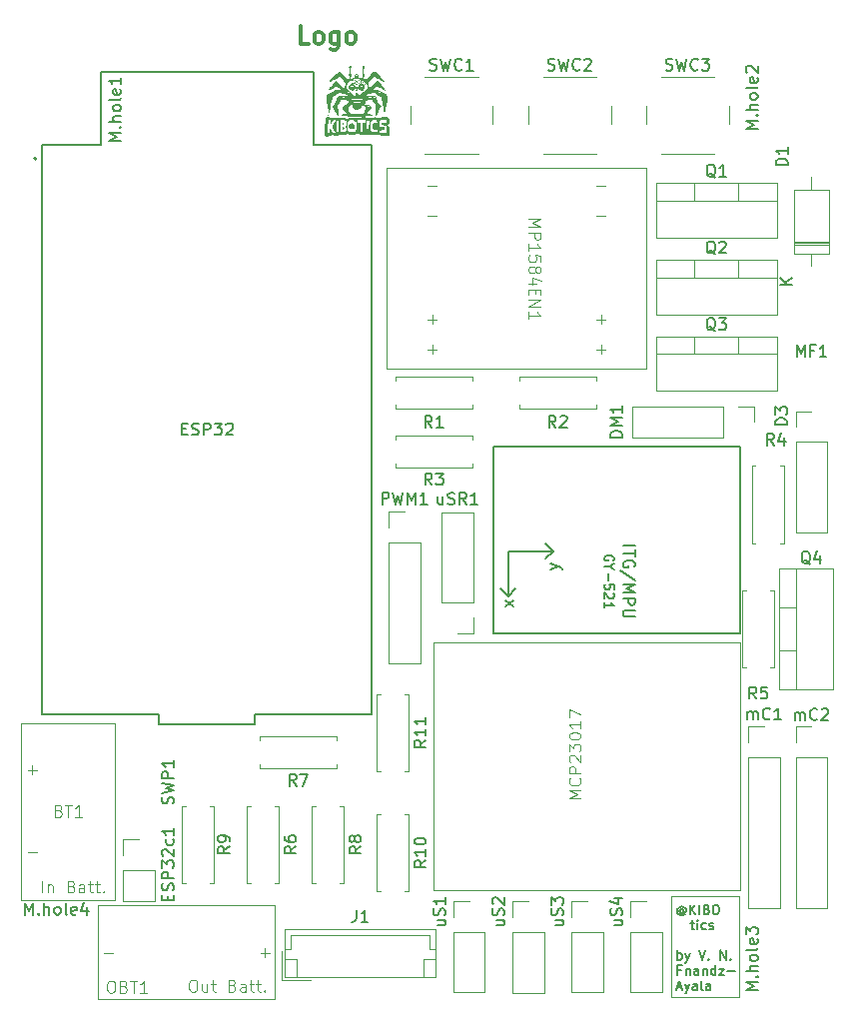
<source format=gbr>
%TF.GenerationSoftware,KiCad,Pcbnew,8.0.0*%
%TF.CreationDate,2024-07-03T13:45:23+02:00*%
%TF.ProjectId,KIBO V1,4b49424f-2056-4312-9e6b-696361645f70,rev?*%
%TF.SameCoordinates,Original*%
%TF.FileFunction,Legend,Top*%
%TF.FilePolarity,Positive*%
%FSLAX46Y46*%
G04 Gerber Fmt 4.6, Leading zero omitted, Abs format (unit mm)*
G04 Created by KiCad (PCBNEW 8.0.0) date 2024-07-03 13:45:23*
%MOMM*%
%LPD*%
G01*
G04 APERTURE LIST*
%ADD10C,0.050000*%
%ADD11C,0.100000*%
%ADD12C,0.150000*%
%ADD13C,0.300000*%
%ADD14C,0.120000*%
%ADD15C,0.127000*%
%ADD16C,0.200000*%
%ADD17C,0.000000*%
G04 APERTURE END LIST*
D10*
X155625000Y-121150000D02*
X161375000Y-121150000D01*
X161375000Y-129750000D01*
X155625000Y-129750000D01*
X155625000Y-121150000D01*
D11*
X101053884Y-110491466D02*
X101815789Y-110491466D01*
X101434836Y-110872419D02*
X101434836Y-110110514D01*
D12*
X156659398Y-122323567D02*
X156621303Y-122285472D01*
X156621303Y-122285472D02*
X156545112Y-122247377D01*
X156545112Y-122247377D02*
X156468922Y-122247377D01*
X156468922Y-122247377D02*
X156392731Y-122285472D01*
X156392731Y-122285472D02*
X156354636Y-122323567D01*
X156354636Y-122323567D02*
X156316541Y-122399758D01*
X156316541Y-122399758D02*
X156316541Y-122475948D01*
X156316541Y-122475948D02*
X156354636Y-122552139D01*
X156354636Y-122552139D02*
X156392731Y-122590234D01*
X156392731Y-122590234D02*
X156468922Y-122628329D01*
X156468922Y-122628329D02*
X156545112Y-122628329D01*
X156545112Y-122628329D02*
X156621303Y-122590234D01*
X156621303Y-122590234D02*
X156659398Y-122552139D01*
X156659398Y-122247377D02*
X156659398Y-122552139D01*
X156659398Y-122552139D02*
X156697493Y-122590234D01*
X156697493Y-122590234D02*
X156735588Y-122590234D01*
X156735588Y-122590234D02*
X156811779Y-122552139D01*
X156811779Y-122552139D02*
X156849874Y-122475948D01*
X156849874Y-122475948D02*
X156849874Y-122285472D01*
X156849874Y-122285472D02*
X156773684Y-122171186D01*
X156773684Y-122171186D02*
X156659398Y-122094996D01*
X156659398Y-122094996D02*
X156507017Y-122056901D01*
X156507017Y-122056901D02*
X156354636Y-122094996D01*
X156354636Y-122094996D02*
X156240350Y-122171186D01*
X156240350Y-122171186D02*
X156164160Y-122285472D01*
X156164160Y-122285472D02*
X156126064Y-122437853D01*
X156126064Y-122437853D02*
X156164160Y-122590234D01*
X156164160Y-122590234D02*
X156240350Y-122704520D01*
X156240350Y-122704520D02*
X156354636Y-122780710D01*
X156354636Y-122780710D02*
X156507017Y-122818805D01*
X156507017Y-122818805D02*
X156659398Y-122780710D01*
X156659398Y-122780710D02*
X156773684Y-122704520D01*
X157192731Y-122704520D02*
X157192731Y-121904520D01*
X157649874Y-122704520D02*
X157307016Y-122247377D01*
X157649874Y-121904520D02*
X157192731Y-122361663D01*
X157992731Y-122704520D02*
X157992731Y-121904520D01*
X158640349Y-122285472D02*
X158754635Y-122323567D01*
X158754635Y-122323567D02*
X158792730Y-122361663D01*
X158792730Y-122361663D02*
X158830826Y-122437853D01*
X158830826Y-122437853D02*
X158830826Y-122552139D01*
X158830826Y-122552139D02*
X158792730Y-122628329D01*
X158792730Y-122628329D02*
X158754635Y-122666425D01*
X158754635Y-122666425D02*
X158678445Y-122704520D01*
X158678445Y-122704520D02*
X158373683Y-122704520D01*
X158373683Y-122704520D02*
X158373683Y-121904520D01*
X158373683Y-121904520D02*
X158640349Y-121904520D01*
X158640349Y-121904520D02*
X158716540Y-121942615D01*
X158716540Y-121942615D02*
X158754635Y-121980710D01*
X158754635Y-121980710D02*
X158792730Y-122056901D01*
X158792730Y-122056901D02*
X158792730Y-122133091D01*
X158792730Y-122133091D02*
X158754635Y-122209282D01*
X158754635Y-122209282D02*
X158716540Y-122247377D01*
X158716540Y-122247377D02*
X158640349Y-122285472D01*
X158640349Y-122285472D02*
X158373683Y-122285472D01*
X159326064Y-121904520D02*
X159478445Y-121904520D01*
X159478445Y-121904520D02*
X159554635Y-121942615D01*
X159554635Y-121942615D02*
X159630826Y-122018805D01*
X159630826Y-122018805D02*
X159668921Y-122171186D01*
X159668921Y-122171186D02*
X159668921Y-122437853D01*
X159668921Y-122437853D02*
X159630826Y-122590234D01*
X159630826Y-122590234D02*
X159554635Y-122666425D01*
X159554635Y-122666425D02*
X159478445Y-122704520D01*
X159478445Y-122704520D02*
X159326064Y-122704520D01*
X159326064Y-122704520D02*
X159249873Y-122666425D01*
X159249873Y-122666425D02*
X159173683Y-122590234D01*
X159173683Y-122590234D02*
X159135587Y-122437853D01*
X159135587Y-122437853D02*
X159135587Y-122171186D01*
X159135587Y-122171186D02*
X159173683Y-122018805D01*
X159173683Y-122018805D02*
X159249873Y-121942615D01*
X159249873Y-121942615D02*
X159326064Y-121904520D01*
X157268922Y-123459141D02*
X157573684Y-123459141D01*
X157383208Y-123192475D02*
X157383208Y-123878189D01*
X157383208Y-123878189D02*
X157421303Y-123954380D01*
X157421303Y-123954380D02*
X157497493Y-123992475D01*
X157497493Y-123992475D02*
X157573684Y-123992475D01*
X157840351Y-123992475D02*
X157840351Y-123459141D01*
X157840351Y-123192475D02*
X157802255Y-123230570D01*
X157802255Y-123230570D02*
X157840351Y-123268665D01*
X157840351Y-123268665D02*
X157878446Y-123230570D01*
X157878446Y-123230570D02*
X157840351Y-123192475D01*
X157840351Y-123192475D02*
X157840351Y-123268665D01*
X158564160Y-123954380D02*
X158487969Y-123992475D01*
X158487969Y-123992475D02*
X158335588Y-123992475D01*
X158335588Y-123992475D02*
X158259398Y-123954380D01*
X158259398Y-123954380D02*
X158221303Y-123916284D01*
X158221303Y-123916284D02*
X158183207Y-123840094D01*
X158183207Y-123840094D02*
X158183207Y-123611522D01*
X158183207Y-123611522D02*
X158221303Y-123535332D01*
X158221303Y-123535332D02*
X158259398Y-123497237D01*
X158259398Y-123497237D02*
X158335588Y-123459141D01*
X158335588Y-123459141D02*
X158487969Y-123459141D01*
X158487969Y-123459141D02*
X158564160Y-123497237D01*
X158868921Y-123954380D02*
X158945112Y-123992475D01*
X158945112Y-123992475D02*
X159097493Y-123992475D01*
X159097493Y-123992475D02*
X159173683Y-123954380D01*
X159173683Y-123954380D02*
X159211779Y-123878189D01*
X159211779Y-123878189D02*
X159211779Y-123840094D01*
X159211779Y-123840094D02*
X159173683Y-123763903D01*
X159173683Y-123763903D02*
X159097493Y-123725808D01*
X159097493Y-123725808D02*
X158983207Y-123725808D01*
X158983207Y-123725808D02*
X158907017Y-123687713D01*
X158907017Y-123687713D02*
X158868921Y-123611522D01*
X158868921Y-123611522D02*
X158868921Y-123573427D01*
X158868921Y-123573427D02*
X158907017Y-123497237D01*
X158907017Y-123497237D02*
X158983207Y-123459141D01*
X158983207Y-123459141D02*
X159097493Y-123459141D01*
X159097493Y-123459141D02*
X159173683Y-123497237D01*
X156164160Y-126568385D02*
X156164160Y-125768385D01*
X156164160Y-126073147D02*
X156240350Y-126035051D01*
X156240350Y-126035051D02*
X156392731Y-126035051D01*
X156392731Y-126035051D02*
X156468922Y-126073147D01*
X156468922Y-126073147D02*
X156507017Y-126111242D01*
X156507017Y-126111242D02*
X156545112Y-126187432D01*
X156545112Y-126187432D02*
X156545112Y-126416004D01*
X156545112Y-126416004D02*
X156507017Y-126492194D01*
X156507017Y-126492194D02*
X156468922Y-126530290D01*
X156468922Y-126530290D02*
X156392731Y-126568385D01*
X156392731Y-126568385D02*
X156240350Y-126568385D01*
X156240350Y-126568385D02*
X156164160Y-126530290D01*
X156811779Y-126035051D02*
X157002255Y-126568385D01*
X157192732Y-126035051D02*
X157002255Y-126568385D01*
X157002255Y-126568385D02*
X156926065Y-126758861D01*
X156926065Y-126758861D02*
X156887970Y-126796956D01*
X156887970Y-126796956D02*
X156811779Y-126835051D01*
X157992732Y-125768385D02*
X158259399Y-126568385D01*
X158259399Y-126568385D02*
X158526065Y-125768385D01*
X158792732Y-126492194D02*
X158830827Y-126530290D01*
X158830827Y-126530290D02*
X158792732Y-126568385D01*
X158792732Y-126568385D02*
X158754636Y-126530290D01*
X158754636Y-126530290D02*
X158792732Y-126492194D01*
X158792732Y-126492194D02*
X158792732Y-126568385D01*
X159783208Y-126568385D02*
X159783208Y-125768385D01*
X159783208Y-125768385D02*
X160240351Y-126568385D01*
X160240351Y-126568385D02*
X160240351Y-125768385D01*
X160621303Y-126492194D02*
X160659398Y-126530290D01*
X160659398Y-126530290D02*
X160621303Y-126568385D01*
X160621303Y-126568385D02*
X160583207Y-126530290D01*
X160583207Y-126530290D02*
X160621303Y-126492194D01*
X160621303Y-126492194D02*
X160621303Y-126568385D01*
X156430826Y-127437292D02*
X156164160Y-127437292D01*
X156164160Y-127856340D02*
X156164160Y-127056340D01*
X156164160Y-127056340D02*
X156545112Y-127056340D01*
X156849874Y-127323006D02*
X156849874Y-127856340D01*
X156849874Y-127399197D02*
X156887969Y-127361102D01*
X156887969Y-127361102D02*
X156964159Y-127323006D01*
X156964159Y-127323006D02*
X157078445Y-127323006D01*
X157078445Y-127323006D02*
X157154636Y-127361102D01*
X157154636Y-127361102D02*
X157192731Y-127437292D01*
X157192731Y-127437292D02*
X157192731Y-127856340D01*
X157916541Y-127856340D02*
X157916541Y-127437292D01*
X157916541Y-127437292D02*
X157878446Y-127361102D01*
X157878446Y-127361102D02*
X157802255Y-127323006D01*
X157802255Y-127323006D02*
X157649874Y-127323006D01*
X157649874Y-127323006D02*
X157573684Y-127361102D01*
X157916541Y-127818245D02*
X157840350Y-127856340D01*
X157840350Y-127856340D02*
X157649874Y-127856340D01*
X157649874Y-127856340D02*
X157573684Y-127818245D01*
X157573684Y-127818245D02*
X157535588Y-127742054D01*
X157535588Y-127742054D02*
X157535588Y-127665864D01*
X157535588Y-127665864D02*
X157573684Y-127589673D01*
X157573684Y-127589673D02*
X157649874Y-127551578D01*
X157649874Y-127551578D02*
X157840350Y-127551578D01*
X157840350Y-127551578D02*
X157916541Y-127513483D01*
X158297494Y-127323006D02*
X158297494Y-127856340D01*
X158297494Y-127399197D02*
X158335589Y-127361102D01*
X158335589Y-127361102D02*
X158411779Y-127323006D01*
X158411779Y-127323006D02*
X158526065Y-127323006D01*
X158526065Y-127323006D02*
X158602256Y-127361102D01*
X158602256Y-127361102D02*
X158640351Y-127437292D01*
X158640351Y-127437292D02*
X158640351Y-127856340D01*
X159364161Y-127856340D02*
X159364161Y-127056340D01*
X159364161Y-127818245D02*
X159287970Y-127856340D01*
X159287970Y-127856340D02*
X159135589Y-127856340D01*
X159135589Y-127856340D02*
X159059399Y-127818245D01*
X159059399Y-127818245D02*
X159021304Y-127780149D01*
X159021304Y-127780149D02*
X158983208Y-127703959D01*
X158983208Y-127703959D02*
X158983208Y-127475387D01*
X158983208Y-127475387D02*
X159021304Y-127399197D01*
X159021304Y-127399197D02*
X159059399Y-127361102D01*
X159059399Y-127361102D02*
X159135589Y-127323006D01*
X159135589Y-127323006D02*
X159287970Y-127323006D01*
X159287970Y-127323006D02*
X159364161Y-127361102D01*
X159668923Y-127323006D02*
X160087971Y-127323006D01*
X160087971Y-127323006D02*
X159668923Y-127856340D01*
X159668923Y-127856340D02*
X160087971Y-127856340D01*
X160392733Y-127551578D02*
X161002257Y-127551578D01*
X156126064Y-128915723D02*
X156507017Y-128915723D01*
X156049874Y-129144295D02*
X156316541Y-128344295D01*
X156316541Y-128344295D02*
X156583207Y-129144295D01*
X156773683Y-128610961D02*
X156964159Y-129144295D01*
X157154636Y-128610961D02*
X156964159Y-129144295D01*
X156964159Y-129144295D02*
X156887969Y-129334771D01*
X156887969Y-129334771D02*
X156849874Y-129372866D01*
X156849874Y-129372866D02*
X156773683Y-129410961D01*
X157802255Y-129144295D02*
X157802255Y-128725247D01*
X157802255Y-128725247D02*
X157764160Y-128649057D01*
X157764160Y-128649057D02*
X157687969Y-128610961D01*
X157687969Y-128610961D02*
X157535588Y-128610961D01*
X157535588Y-128610961D02*
X157459398Y-128649057D01*
X157802255Y-129106200D02*
X157726064Y-129144295D01*
X157726064Y-129144295D02*
X157535588Y-129144295D01*
X157535588Y-129144295D02*
X157459398Y-129106200D01*
X157459398Y-129106200D02*
X157421302Y-129030009D01*
X157421302Y-129030009D02*
X157421302Y-128953819D01*
X157421302Y-128953819D02*
X157459398Y-128877628D01*
X157459398Y-128877628D02*
X157535588Y-128839533D01*
X157535588Y-128839533D02*
X157726064Y-128839533D01*
X157726064Y-128839533D02*
X157802255Y-128801438D01*
X158297493Y-129144295D02*
X158221303Y-129106200D01*
X158221303Y-129106200D02*
X158183208Y-129030009D01*
X158183208Y-129030009D02*
X158183208Y-128344295D01*
X158945113Y-129144295D02*
X158945113Y-128725247D01*
X158945113Y-128725247D02*
X158907018Y-128649057D01*
X158907018Y-128649057D02*
X158830827Y-128610961D01*
X158830827Y-128610961D02*
X158678446Y-128610961D01*
X158678446Y-128610961D02*
X158602256Y-128649057D01*
X158945113Y-129106200D02*
X158868922Y-129144295D01*
X158868922Y-129144295D02*
X158678446Y-129144295D01*
X158678446Y-129144295D02*
X158602256Y-129106200D01*
X158602256Y-129106200D02*
X158564160Y-129030009D01*
X158564160Y-129030009D02*
X158564160Y-128953819D01*
X158564160Y-128953819D02*
X158602256Y-128877628D01*
X158602256Y-128877628D02*
X158678446Y-128839533D01*
X158678446Y-128839533D02*
X158868922Y-128839533D01*
X158868922Y-128839533D02*
X158945113Y-128801438D01*
D11*
X107553884Y-125991466D02*
X108315789Y-125991466D01*
X135003884Y-63541466D02*
X135765789Y-63541466D01*
X101053884Y-117491466D02*
X101815789Y-117491466D01*
X149303884Y-72291466D02*
X150065789Y-72291466D01*
X149684836Y-72672419D02*
X149684836Y-71910514D01*
X149303884Y-63541466D02*
X150065789Y-63541466D01*
X149303884Y-60991466D02*
X150065789Y-60991466D01*
X149303884Y-74841466D02*
X150065789Y-74841466D01*
X149684836Y-75222419D02*
X149684836Y-74460514D01*
X135003884Y-60991466D02*
X135765789Y-60991466D01*
X120803884Y-125991466D02*
X121565789Y-125991466D01*
X121184836Y-126372419D02*
X121184836Y-125610514D01*
X135003884Y-74841466D02*
X135765789Y-74841466D01*
X135384836Y-75222419D02*
X135384836Y-74460514D01*
X135003884Y-72291466D02*
X135765789Y-72291466D01*
X135384836Y-72672419D02*
X135384836Y-71910514D01*
D12*
X135333333Y-81454819D02*
X135000000Y-80978628D01*
X134761905Y-81454819D02*
X134761905Y-80454819D01*
X134761905Y-80454819D02*
X135142857Y-80454819D01*
X135142857Y-80454819D02*
X135238095Y-80502438D01*
X135238095Y-80502438D02*
X135285714Y-80550057D01*
X135285714Y-80550057D02*
X135333333Y-80645295D01*
X135333333Y-80645295D02*
X135333333Y-80788152D01*
X135333333Y-80788152D02*
X135285714Y-80883390D01*
X135285714Y-80883390D02*
X135238095Y-80931009D01*
X135238095Y-80931009D02*
X135142857Y-80978628D01*
X135142857Y-80978628D02*
X134761905Y-80978628D01*
X136285714Y-81454819D02*
X135714286Y-81454819D01*
X136000000Y-81454819D02*
X136000000Y-80454819D01*
X136000000Y-80454819D02*
X135904762Y-80597676D01*
X135904762Y-80597676D02*
X135809524Y-80692914D01*
X135809524Y-80692914D02*
X135714286Y-80740533D01*
X166095238Y-106274819D02*
X166095238Y-105608152D01*
X166095238Y-105703390D02*
X166142857Y-105655771D01*
X166142857Y-105655771D02*
X166238095Y-105608152D01*
X166238095Y-105608152D02*
X166380952Y-105608152D01*
X166380952Y-105608152D02*
X166476190Y-105655771D01*
X166476190Y-105655771D02*
X166523809Y-105751009D01*
X166523809Y-105751009D02*
X166523809Y-106274819D01*
X166523809Y-105751009D02*
X166571428Y-105655771D01*
X166571428Y-105655771D02*
X166666666Y-105608152D01*
X166666666Y-105608152D02*
X166809523Y-105608152D01*
X166809523Y-105608152D02*
X166904762Y-105655771D01*
X166904762Y-105655771D02*
X166952381Y-105751009D01*
X166952381Y-105751009D02*
X166952381Y-106274819D01*
X167999999Y-106179580D02*
X167952380Y-106227200D01*
X167952380Y-106227200D02*
X167809523Y-106274819D01*
X167809523Y-106274819D02*
X167714285Y-106274819D01*
X167714285Y-106274819D02*
X167571428Y-106227200D01*
X167571428Y-106227200D02*
X167476190Y-106131961D01*
X167476190Y-106131961D02*
X167428571Y-106036723D01*
X167428571Y-106036723D02*
X167380952Y-105846247D01*
X167380952Y-105846247D02*
X167380952Y-105703390D01*
X167380952Y-105703390D02*
X167428571Y-105512914D01*
X167428571Y-105512914D02*
X167476190Y-105417676D01*
X167476190Y-105417676D02*
X167571428Y-105322438D01*
X167571428Y-105322438D02*
X167714285Y-105274819D01*
X167714285Y-105274819D02*
X167809523Y-105274819D01*
X167809523Y-105274819D02*
X167952380Y-105322438D01*
X167952380Y-105322438D02*
X167999999Y-105370057D01*
X168380952Y-105370057D02*
X168428571Y-105322438D01*
X168428571Y-105322438D02*
X168523809Y-105274819D01*
X168523809Y-105274819D02*
X168761904Y-105274819D01*
X168761904Y-105274819D02*
X168857142Y-105322438D01*
X168857142Y-105322438D02*
X168904761Y-105370057D01*
X168904761Y-105370057D02*
X168952380Y-105465295D01*
X168952380Y-105465295D02*
X168952380Y-105560533D01*
X168952380Y-105560533D02*
X168904761Y-105703390D01*
X168904761Y-105703390D02*
X168333333Y-106274819D01*
X168333333Y-106274819D02*
X168952380Y-106274819D01*
X159364761Y-60280057D02*
X159269523Y-60232438D01*
X159269523Y-60232438D02*
X159174285Y-60137200D01*
X159174285Y-60137200D02*
X159031428Y-59994342D01*
X159031428Y-59994342D02*
X158936190Y-59946723D01*
X158936190Y-59946723D02*
X158840952Y-59946723D01*
X158888571Y-60184819D02*
X158793333Y-60137200D01*
X158793333Y-60137200D02*
X158698095Y-60041961D01*
X158698095Y-60041961D02*
X158650476Y-59851485D01*
X158650476Y-59851485D02*
X158650476Y-59518152D01*
X158650476Y-59518152D02*
X158698095Y-59327676D01*
X158698095Y-59327676D02*
X158793333Y-59232438D01*
X158793333Y-59232438D02*
X158888571Y-59184819D01*
X158888571Y-59184819D02*
X159079047Y-59184819D01*
X159079047Y-59184819D02*
X159174285Y-59232438D01*
X159174285Y-59232438D02*
X159269523Y-59327676D01*
X159269523Y-59327676D02*
X159317142Y-59518152D01*
X159317142Y-59518152D02*
X159317142Y-59851485D01*
X159317142Y-59851485D02*
X159269523Y-60041961D01*
X159269523Y-60041961D02*
X159174285Y-60137200D01*
X159174285Y-60137200D02*
X159079047Y-60184819D01*
X159079047Y-60184819D02*
X158888571Y-60184819D01*
X160269523Y-60184819D02*
X159698095Y-60184819D01*
X159983809Y-60184819D02*
X159983809Y-59184819D01*
X159983809Y-59184819D02*
X159888571Y-59327676D01*
X159888571Y-59327676D02*
X159793333Y-59422914D01*
X159793333Y-59422914D02*
X159698095Y-59470533D01*
X140788152Y-123238095D02*
X141454819Y-123238095D01*
X140788152Y-123666666D02*
X141311961Y-123666666D01*
X141311961Y-123666666D02*
X141407200Y-123619047D01*
X141407200Y-123619047D02*
X141454819Y-123523809D01*
X141454819Y-123523809D02*
X141454819Y-123380952D01*
X141454819Y-123380952D02*
X141407200Y-123285714D01*
X141407200Y-123285714D02*
X141359580Y-123238095D01*
X141407200Y-122809523D02*
X141454819Y-122666666D01*
X141454819Y-122666666D02*
X141454819Y-122428571D01*
X141454819Y-122428571D02*
X141407200Y-122333333D01*
X141407200Y-122333333D02*
X141359580Y-122285714D01*
X141359580Y-122285714D02*
X141264342Y-122238095D01*
X141264342Y-122238095D02*
X141169104Y-122238095D01*
X141169104Y-122238095D02*
X141073866Y-122285714D01*
X141073866Y-122285714D02*
X141026247Y-122333333D01*
X141026247Y-122333333D02*
X140978628Y-122428571D01*
X140978628Y-122428571D02*
X140931009Y-122619047D01*
X140931009Y-122619047D02*
X140883390Y-122714285D01*
X140883390Y-122714285D02*
X140835771Y-122761904D01*
X140835771Y-122761904D02*
X140740533Y-122809523D01*
X140740533Y-122809523D02*
X140645295Y-122809523D01*
X140645295Y-122809523D02*
X140550057Y-122761904D01*
X140550057Y-122761904D02*
X140502438Y-122714285D01*
X140502438Y-122714285D02*
X140454819Y-122619047D01*
X140454819Y-122619047D02*
X140454819Y-122380952D01*
X140454819Y-122380952D02*
X140502438Y-122238095D01*
X140550057Y-121857142D02*
X140502438Y-121809523D01*
X140502438Y-121809523D02*
X140454819Y-121714285D01*
X140454819Y-121714285D02*
X140454819Y-121476190D01*
X140454819Y-121476190D02*
X140502438Y-121380952D01*
X140502438Y-121380952D02*
X140550057Y-121333333D01*
X140550057Y-121333333D02*
X140645295Y-121285714D01*
X140645295Y-121285714D02*
X140740533Y-121285714D01*
X140740533Y-121285714D02*
X140883390Y-121333333D01*
X140883390Y-121333333D02*
X141454819Y-121904761D01*
X141454819Y-121904761D02*
X141454819Y-121285714D01*
X162954819Y-129142856D02*
X161954819Y-129142856D01*
X161954819Y-129142856D02*
X162669104Y-128809523D01*
X162669104Y-128809523D02*
X161954819Y-128476190D01*
X161954819Y-128476190D02*
X162954819Y-128476190D01*
X162859580Y-127999999D02*
X162907200Y-127952380D01*
X162907200Y-127952380D02*
X162954819Y-127999999D01*
X162954819Y-127999999D02*
X162907200Y-128047618D01*
X162907200Y-128047618D02*
X162859580Y-127999999D01*
X162859580Y-127999999D02*
X162954819Y-127999999D01*
X162954819Y-127523809D02*
X161954819Y-127523809D01*
X162954819Y-127095238D02*
X162431009Y-127095238D01*
X162431009Y-127095238D02*
X162335771Y-127142857D01*
X162335771Y-127142857D02*
X162288152Y-127238095D01*
X162288152Y-127238095D02*
X162288152Y-127380952D01*
X162288152Y-127380952D02*
X162335771Y-127476190D01*
X162335771Y-127476190D02*
X162383390Y-127523809D01*
X162954819Y-126476190D02*
X162907200Y-126571428D01*
X162907200Y-126571428D02*
X162859580Y-126619047D01*
X162859580Y-126619047D02*
X162764342Y-126666666D01*
X162764342Y-126666666D02*
X162478628Y-126666666D01*
X162478628Y-126666666D02*
X162383390Y-126619047D01*
X162383390Y-126619047D02*
X162335771Y-126571428D01*
X162335771Y-126571428D02*
X162288152Y-126476190D01*
X162288152Y-126476190D02*
X162288152Y-126333333D01*
X162288152Y-126333333D02*
X162335771Y-126238095D01*
X162335771Y-126238095D02*
X162383390Y-126190476D01*
X162383390Y-126190476D02*
X162478628Y-126142857D01*
X162478628Y-126142857D02*
X162764342Y-126142857D01*
X162764342Y-126142857D02*
X162859580Y-126190476D01*
X162859580Y-126190476D02*
X162907200Y-126238095D01*
X162907200Y-126238095D02*
X162954819Y-126333333D01*
X162954819Y-126333333D02*
X162954819Y-126476190D01*
X162954819Y-125571428D02*
X162907200Y-125666666D01*
X162907200Y-125666666D02*
X162811961Y-125714285D01*
X162811961Y-125714285D02*
X161954819Y-125714285D01*
X162907200Y-124809523D02*
X162954819Y-124904761D01*
X162954819Y-124904761D02*
X162954819Y-125095237D01*
X162954819Y-125095237D02*
X162907200Y-125190475D01*
X162907200Y-125190475D02*
X162811961Y-125238094D01*
X162811961Y-125238094D02*
X162431009Y-125238094D01*
X162431009Y-125238094D02*
X162335771Y-125190475D01*
X162335771Y-125190475D02*
X162288152Y-125095237D01*
X162288152Y-125095237D02*
X162288152Y-124904761D01*
X162288152Y-124904761D02*
X162335771Y-124809523D01*
X162335771Y-124809523D02*
X162431009Y-124761904D01*
X162431009Y-124761904D02*
X162526247Y-124761904D01*
X162526247Y-124761904D02*
X162621485Y-125238094D01*
X161954819Y-124428570D02*
X161954819Y-123809523D01*
X161954819Y-123809523D02*
X162335771Y-124142856D01*
X162335771Y-124142856D02*
X162335771Y-123999999D01*
X162335771Y-123999999D02*
X162383390Y-123904761D01*
X162383390Y-123904761D02*
X162431009Y-123857142D01*
X162431009Y-123857142D02*
X162526247Y-123809523D01*
X162526247Y-123809523D02*
X162764342Y-123809523D01*
X162764342Y-123809523D02*
X162859580Y-123857142D01*
X162859580Y-123857142D02*
X162907200Y-123904761D01*
X162907200Y-123904761D02*
X162954819Y-123999999D01*
X162954819Y-123999999D02*
X162954819Y-124285713D01*
X162954819Y-124285713D02*
X162907200Y-124380951D01*
X162907200Y-124380951D02*
X162859580Y-124428570D01*
X131119048Y-87958340D02*
X131119048Y-86958340D01*
X131119048Y-86958340D02*
X131500000Y-86958340D01*
X131500000Y-86958340D02*
X131595238Y-87005959D01*
X131595238Y-87005959D02*
X131642857Y-87053578D01*
X131642857Y-87053578D02*
X131690476Y-87148816D01*
X131690476Y-87148816D02*
X131690476Y-87291673D01*
X131690476Y-87291673D02*
X131642857Y-87386911D01*
X131642857Y-87386911D02*
X131595238Y-87434530D01*
X131595238Y-87434530D02*
X131500000Y-87482149D01*
X131500000Y-87482149D02*
X131119048Y-87482149D01*
X132023810Y-86958340D02*
X132261905Y-87958340D01*
X132261905Y-87958340D02*
X132452381Y-87244054D01*
X132452381Y-87244054D02*
X132642857Y-87958340D01*
X132642857Y-87958340D02*
X132880953Y-86958340D01*
X133261905Y-87958340D02*
X133261905Y-86958340D01*
X133261905Y-86958340D02*
X133595238Y-87672625D01*
X133595238Y-87672625D02*
X133928571Y-86958340D01*
X133928571Y-86958340D02*
X133928571Y-87958340D01*
X134928571Y-87958340D02*
X134357143Y-87958340D01*
X134642857Y-87958340D02*
X134642857Y-86958340D01*
X134642857Y-86958340D02*
X134547619Y-87101197D01*
X134547619Y-87101197D02*
X134452381Y-87196435D01*
X134452381Y-87196435D02*
X134357143Y-87244054D01*
X165484819Y-59238094D02*
X164484819Y-59238094D01*
X164484819Y-59238094D02*
X164484819Y-58999999D01*
X164484819Y-58999999D02*
X164532438Y-58857142D01*
X164532438Y-58857142D02*
X164627676Y-58761904D01*
X164627676Y-58761904D02*
X164722914Y-58714285D01*
X164722914Y-58714285D02*
X164913390Y-58666666D01*
X164913390Y-58666666D02*
X165056247Y-58666666D01*
X165056247Y-58666666D02*
X165246723Y-58714285D01*
X165246723Y-58714285D02*
X165341961Y-58761904D01*
X165341961Y-58761904D02*
X165437200Y-58857142D01*
X165437200Y-58857142D02*
X165484819Y-58999999D01*
X165484819Y-58999999D02*
X165484819Y-59238094D01*
X165484819Y-57714285D02*
X165484819Y-58285713D01*
X165484819Y-57999999D02*
X164484819Y-57999999D01*
X164484819Y-57999999D02*
X164627676Y-58095237D01*
X164627676Y-58095237D02*
X164722914Y-58190475D01*
X164722914Y-58190475D02*
X164770533Y-58285713D01*
X165854819Y-69341904D02*
X164854819Y-69341904D01*
X165854819Y-68770476D02*
X165283390Y-69199047D01*
X164854819Y-68770476D02*
X165426247Y-69341904D01*
X150788152Y-123238095D02*
X151454819Y-123238095D01*
X150788152Y-123666666D02*
X151311961Y-123666666D01*
X151311961Y-123666666D02*
X151407200Y-123619047D01*
X151407200Y-123619047D02*
X151454819Y-123523809D01*
X151454819Y-123523809D02*
X151454819Y-123380952D01*
X151454819Y-123380952D02*
X151407200Y-123285714D01*
X151407200Y-123285714D02*
X151359580Y-123238095D01*
X151407200Y-122809523D02*
X151454819Y-122666666D01*
X151454819Y-122666666D02*
X151454819Y-122428571D01*
X151454819Y-122428571D02*
X151407200Y-122333333D01*
X151407200Y-122333333D02*
X151359580Y-122285714D01*
X151359580Y-122285714D02*
X151264342Y-122238095D01*
X151264342Y-122238095D02*
X151169104Y-122238095D01*
X151169104Y-122238095D02*
X151073866Y-122285714D01*
X151073866Y-122285714D02*
X151026247Y-122333333D01*
X151026247Y-122333333D02*
X150978628Y-122428571D01*
X150978628Y-122428571D02*
X150931009Y-122619047D01*
X150931009Y-122619047D02*
X150883390Y-122714285D01*
X150883390Y-122714285D02*
X150835771Y-122761904D01*
X150835771Y-122761904D02*
X150740533Y-122809523D01*
X150740533Y-122809523D02*
X150645295Y-122809523D01*
X150645295Y-122809523D02*
X150550057Y-122761904D01*
X150550057Y-122761904D02*
X150502438Y-122714285D01*
X150502438Y-122714285D02*
X150454819Y-122619047D01*
X150454819Y-122619047D02*
X150454819Y-122380952D01*
X150454819Y-122380952D02*
X150502438Y-122238095D01*
X150788152Y-121380952D02*
X151454819Y-121380952D01*
X150407200Y-121619047D02*
X151121485Y-121857142D01*
X151121485Y-121857142D02*
X151121485Y-121238095D01*
X167404761Y-93050057D02*
X167309523Y-93002438D01*
X167309523Y-93002438D02*
X167214285Y-92907200D01*
X167214285Y-92907200D02*
X167071428Y-92764342D01*
X167071428Y-92764342D02*
X166976190Y-92716723D01*
X166976190Y-92716723D02*
X166880952Y-92716723D01*
X166928571Y-92954819D02*
X166833333Y-92907200D01*
X166833333Y-92907200D02*
X166738095Y-92811961D01*
X166738095Y-92811961D02*
X166690476Y-92621485D01*
X166690476Y-92621485D02*
X166690476Y-92288152D01*
X166690476Y-92288152D02*
X166738095Y-92097676D01*
X166738095Y-92097676D02*
X166833333Y-92002438D01*
X166833333Y-92002438D02*
X166928571Y-91954819D01*
X166928571Y-91954819D02*
X167119047Y-91954819D01*
X167119047Y-91954819D02*
X167214285Y-92002438D01*
X167214285Y-92002438D02*
X167309523Y-92097676D01*
X167309523Y-92097676D02*
X167357142Y-92288152D01*
X167357142Y-92288152D02*
X167357142Y-92621485D01*
X167357142Y-92621485D02*
X167309523Y-92811961D01*
X167309523Y-92811961D02*
X167214285Y-92907200D01*
X167214285Y-92907200D02*
X167119047Y-92954819D01*
X167119047Y-92954819D02*
X166928571Y-92954819D01*
X168214285Y-92288152D02*
X168214285Y-92954819D01*
X167976190Y-91907200D02*
X167738095Y-92621485D01*
X167738095Y-92621485D02*
X168357142Y-92621485D01*
D11*
X143542580Y-63809524D02*
X144542580Y-63809524D01*
X144542580Y-63809524D02*
X143828295Y-64142857D01*
X143828295Y-64142857D02*
X144542580Y-64476190D01*
X144542580Y-64476190D02*
X143542580Y-64476190D01*
X143542580Y-64952381D02*
X144542580Y-64952381D01*
X144542580Y-64952381D02*
X144542580Y-65333333D01*
X144542580Y-65333333D02*
X144494961Y-65428571D01*
X144494961Y-65428571D02*
X144447342Y-65476190D01*
X144447342Y-65476190D02*
X144352104Y-65523809D01*
X144352104Y-65523809D02*
X144209247Y-65523809D01*
X144209247Y-65523809D02*
X144114009Y-65476190D01*
X144114009Y-65476190D02*
X144066390Y-65428571D01*
X144066390Y-65428571D02*
X144018771Y-65333333D01*
X144018771Y-65333333D02*
X144018771Y-64952381D01*
X143542580Y-66476190D02*
X143542580Y-65904762D01*
X143542580Y-66190476D02*
X144542580Y-66190476D01*
X144542580Y-66190476D02*
X144399723Y-66095238D01*
X144399723Y-66095238D02*
X144304485Y-66000000D01*
X144304485Y-66000000D02*
X144256866Y-65904762D01*
X144542580Y-67380952D02*
X144542580Y-66904762D01*
X144542580Y-66904762D02*
X144066390Y-66857143D01*
X144066390Y-66857143D02*
X144114009Y-66904762D01*
X144114009Y-66904762D02*
X144161628Y-67000000D01*
X144161628Y-67000000D02*
X144161628Y-67238095D01*
X144161628Y-67238095D02*
X144114009Y-67333333D01*
X144114009Y-67333333D02*
X144066390Y-67380952D01*
X144066390Y-67380952D02*
X143971152Y-67428571D01*
X143971152Y-67428571D02*
X143733057Y-67428571D01*
X143733057Y-67428571D02*
X143637819Y-67380952D01*
X143637819Y-67380952D02*
X143590200Y-67333333D01*
X143590200Y-67333333D02*
X143542580Y-67238095D01*
X143542580Y-67238095D02*
X143542580Y-67000000D01*
X143542580Y-67000000D02*
X143590200Y-66904762D01*
X143590200Y-66904762D02*
X143637819Y-66857143D01*
X144114009Y-68000000D02*
X144161628Y-67904762D01*
X144161628Y-67904762D02*
X144209247Y-67857143D01*
X144209247Y-67857143D02*
X144304485Y-67809524D01*
X144304485Y-67809524D02*
X144352104Y-67809524D01*
X144352104Y-67809524D02*
X144447342Y-67857143D01*
X144447342Y-67857143D02*
X144494961Y-67904762D01*
X144494961Y-67904762D02*
X144542580Y-68000000D01*
X144542580Y-68000000D02*
X144542580Y-68190476D01*
X144542580Y-68190476D02*
X144494961Y-68285714D01*
X144494961Y-68285714D02*
X144447342Y-68333333D01*
X144447342Y-68333333D02*
X144352104Y-68380952D01*
X144352104Y-68380952D02*
X144304485Y-68380952D01*
X144304485Y-68380952D02*
X144209247Y-68333333D01*
X144209247Y-68333333D02*
X144161628Y-68285714D01*
X144161628Y-68285714D02*
X144114009Y-68190476D01*
X144114009Y-68190476D02*
X144114009Y-68000000D01*
X144114009Y-68000000D02*
X144066390Y-67904762D01*
X144066390Y-67904762D02*
X144018771Y-67857143D01*
X144018771Y-67857143D02*
X143923533Y-67809524D01*
X143923533Y-67809524D02*
X143733057Y-67809524D01*
X143733057Y-67809524D02*
X143637819Y-67857143D01*
X143637819Y-67857143D02*
X143590200Y-67904762D01*
X143590200Y-67904762D02*
X143542580Y-68000000D01*
X143542580Y-68000000D02*
X143542580Y-68190476D01*
X143542580Y-68190476D02*
X143590200Y-68285714D01*
X143590200Y-68285714D02*
X143637819Y-68333333D01*
X143637819Y-68333333D02*
X143733057Y-68380952D01*
X143733057Y-68380952D02*
X143923533Y-68380952D01*
X143923533Y-68380952D02*
X144018771Y-68333333D01*
X144018771Y-68333333D02*
X144066390Y-68285714D01*
X144066390Y-68285714D02*
X144114009Y-68190476D01*
X144209247Y-69238095D02*
X143542580Y-69238095D01*
X144590200Y-69000000D02*
X143875914Y-68761905D01*
X143875914Y-68761905D02*
X143875914Y-69380952D01*
X144066390Y-69761905D02*
X144066390Y-70095238D01*
X143542580Y-70238095D02*
X143542580Y-69761905D01*
X143542580Y-69761905D02*
X144542580Y-69761905D01*
X144542580Y-69761905D02*
X144542580Y-70238095D01*
X143542580Y-70666667D02*
X144542580Y-70666667D01*
X144542580Y-70666667D02*
X143542580Y-71238095D01*
X143542580Y-71238095D02*
X144542580Y-71238095D01*
X143542580Y-72238095D02*
X143542580Y-71666667D01*
X143542580Y-71952381D02*
X144542580Y-71952381D01*
X144542580Y-71952381D02*
X144399723Y-71857143D01*
X144399723Y-71857143D02*
X144304485Y-71761905D01*
X144304485Y-71761905D02*
X144256866Y-71666667D01*
X108047619Y-128357419D02*
X108238095Y-128357419D01*
X108238095Y-128357419D02*
X108333333Y-128405038D01*
X108333333Y-128405038D02*
X108428571Y-128500276D01*
X108428571Y-128500276D02*
X108476190Y-128690752D01*
X108476190Y-128690752D02*
X108476190Y-129024085D01*
X108476190Y-129024085D02*
X108428571Y-129214561D01*
X108428571Y-129214561D02*
X108333333Y-129309800D01*
X108333333Y-129309800D02*
X108238095Y-129357419D01*
X108238095Y-129357419D02*
X108047619Y-129357419D01*
X108047619Y-129357419D02*
X107952381Y-129309800D01*
X107952381Y-129309800D02*
X107857143Y-129214561D01*
X107857143Y-129214561D02*
X107809524Y-129024085D01*
X107809524Y-129024085D02*
X107809524Y-128690752D01*
X107809524Y-128690752D02*
X107857143Y-128500276D01*
X107857143Y-128500276D02*
X107952381Y-128405038D01*
X107952381Y-128405038D02*
X108047619Y-128357419D01*
X109238095Y-128833609D02*
X109380952Y-128881228D01*
X109380952Y-128881228D02*
X109428571Y-128928847D01*
X109428571Y-128928847D02*
X109476190Y-129024085D01*
X109476190Y-129024085D02*
X109476190Y-129166942D01*
X109476190Y-129166942D02*
X109428571Y-129262180D01*
X109428571Y-129262180D02*
X109380952Y-129309800D01*
X109380952Y-129309800D02*
X109285714Y-129357419D01*
X109285714Y-129357419D02*
X108904762Y-129357419D01*
X108904762Y-129357419D02*
X108904762Y-128357419D01*
X108904762Y-128357419D02*
X109238095Y-128357419D01*
X109238095Y-128357419D02*
X109333333Y-128405038D01*
X109333333Y-128405038D02*
X109380952Y-128452657D01*
X109380952Y-128452657D02*
X109428571Y-128547895D01*
X109428571Y-128547895D02*
X109428571Y-128643133D01*
X109428571Y-128643133D02*
X109380952Y-128738371D01*
X109380952Y-128738371D02*
X109333333Y-128785990D01*
X109333333Y-128785990D02*
X109238095Y-128833609D01*
X109238095Y-128833609D02*
X108904762Y-128833609D01*
X109761905Y-128357419D02*
X110333333Y-128357419D01*
X110047619Y-129357419D02*
X110047619Y-128357419D01*
X111190476Y-129357419D02*
X110619048Y-129357419D01*
X110904762Y-129357419D02*
X110904762Y-128357419D01*
X110904762Y-128357419D02*
X110809524Y-128500276D01*
X110809524Y-128500276D02*
X110714286Y-128595514D01*
X110714286Y-128595514D02*
X110619048Y-128643133D01*
X114994360Y-128272419D02*
X115184836Y-128272419D01*
X115184836Y-128272419D02*
X115280074Y-128320038D01*
X115280074Y-128320038D02*
X115375312Y-128415276D01*
X115375312Y-128415276D02*
X115422931Y-128605752D01*
X115422931Y-128605752D02*
X115422931Y-128939085D01*
X115422931Y-128939085D02*
X115375312Y-129129561D01*
X115375312Y-129129561D02*
X115280074Y-129224800D01*
X115280074Y-129224800D02*
X115184836Y-129272419D01*
X115184836Y-129272419D02*
X114994360Y-129272419D01*
X114994360Y-129272419D02*
X114899122Y-129224800D01*
X114899122Y-129224800D02*
X114803884Y-129129561D01*
X114803884Y-129129561D02*
X114756265Y-128939085D01*
X114756265Y-128939085D02*
X114756265Y-128605752D01*
X114756265Y-128605752D02*
X114803884Y-128415276D01*
X114803884Y-128415276D02*
X114899122Y-128320038D01*
X114899122Y-128320038D02*
X114994360Y-128272419D01*
X116280074Y-128605752D02*
X116280074Y-129272419D01*
X115851503Y-128605752D02*
X115851503Y-129129561D01*
X115851503Y-129129561D02*
X115899122Y-129224800D01*
X115899122Y-129224800D02*
X115994360Y-129272419D01*
X115994360Y-129272419D02*
X116137217Y-129272419D01*
X116137217Y-129272419D02*
X116232455Y-129224800D01*
X116232455Y-129224800D02*
X116280074Y-129177180D01*
X116613408Y-128605752D02*
X116994360Y-128605752D01*
X116756265Y-128272419D02*
X116756265Y-129129561D01*
X116756265Y-129129561D02*
X116803884Y-129224800D01*
X116803884Y-129224800D02*
X116899122Y-129272419D01*
X116899122Y-129272419D02*
X116994360Y-129272419D01*
X118422932Y-128748609D02*
X118565789Y-128796228D01*
X118565789Y-128796228D02*
X118613408Y-128843847D01*
X118613408Y-128843847D02*
X118661027Y-128939085D01*
X118661027Y-128939085D02*
X118661027Y-129081942D01*
X118661027Y-129081942D02*
X118613408Y-129177180D01*
X118613408Y-129177180D02*
X118565789Y-129224800D01*
X118565789Y-129224800D02*
X118470551Y-129272419D01*
X118470551Y-129272419D02*
X118089599Y-129272419D01*
X118089599Y-129272419D02*
X118089599Y-128272419D01*
X118089599Y-128272419D02*
X118422932Y-128272419D01*
X118422932Y-128272419D02*
X118518170Y-128320038D01*
X118518170Y-128320038D02*
X118565789Y-128367657D01*
X118565789Y-128367657D02*
X118613408Y-128462895D01*
X118613408Y-128462895D02*
X118613408Y-128558133D01*
X118613408Y-128558133D02*
X118565789Y-128653371D01*
X118565789Y-128653371D02*
X118518170Y-128700990D01*
X118518170Y-128700990D02*
X118422932Y-128748609D01*
X118422932Y-128748609D02*
X118089599Y-128748609D01*
X119518170Y-129272419D02*
X119518170Y-128748609D01*
X119518170Y-128748609D02*
X119470551Y-128653371D01*
X119470551Y-128653371D02*
X119375313Y-128605752D01*
X119375313Y-128605752D02*
X119184837Y-128605752D01*
X119184837Y-128605752D02*
X119089599Y-128653371D01*
X119518170Y-129224800D02*
X119422932Y-129272419D01*
X119422932Y-129272419D02*
X119184837Y-129272419D01*
X119184837Y-129272419D02*
X119089599Y-129224800D01*
X119089599Y-129224800D02*
X119041980Y-129129561D01*
X119041980Y-129129561D02*
X119041980Y-129034323D01*
X119041980Y-129034323D02*
X119089599Y-128939085D01*
X119089599Y-128939085D02*
X119184837Y-128891466D01*
X119184837Y-128891466D02*
X119422932Y-128891466D01*
X119422932Y-128891466D02*
X119518170Y-128843847D01*
X119851504Y-128605752D02*
X120232456Y-128605752D01*
X119994361Y-128272419D02*
X119994361Y-129129561D01*
X119994361Y-129129561D02*
X120041980Y-129224800D01*
X120041980Y-129224800D02*
X120137218Y-129272419D01*
X120137218Y-129272419D02*
X120232456Y-129272419D01*
X120422933Y-128605752D02*
X120803885Y-128605752D01*
X120565790Y-128272419D02*
X120565790Y-129129561D01*
X120565790Y-129129561D02*
X120613409Y-129224800D01*
X120613409Y-129224800D02*
X120708647Y-129272419D01*
X120708647Y-129272419D02*
X120803885Y-129272419D01*
X121137219Y-129177180D02*
X121184838Y-129224800D01*
X121184838Y-129224800D02*
X121137219Y-129272419D01*
X121137219Y-129272419D02*
X121089600Y-129224800D01*
X121089600Y-129224800D02*
X121137219Y-129177180D01*
X121137219Y-129177180D02*
X121137219Y-129272419D01*
D12*
X150717109Y-92736071D02*
X150755204Y-92659881D01*
X150755204Y-92659881D02*
X150755204Y-92545595D01*
X150755204Y-92545595D02*
X150717109Y-92431309D01*
X150717109Y-92431309D02*
X150640919Y-92355119D01*
X150640919Y-92355119D02*
X150564728Y-92317024D01*
X150564728Y-92317024D02*
X150412347Y-92278928D01*
X150412347Y-92278928D02*
X150298061Y-92278928D01*
X150298061Y-92278928D02*
X150145680Y-92317024D01*
X150145680Y-92317024D02*
X150069490Y-92355119D01*
X150069490Y-92355119D02*
X149993300Y-92431309D01*
X149993300Y-92431309D02*
X149955204Y-92545595D01*
X149955204Y-92545595D02*
X149955204Y-92621786D01*
X149955204Y-92621786D02*
X149993300Y-92736071D01*
X149993300Y-92736071D02*
X150031395Y-92774167D01*
X150031395Y-92774167D02*
X150298061Y-92774167D01*
X150298061Y-92774167D02*
X150298061Y-92621786D01*
X150336157Y-93269405D02*
X149955204Y-93269405D01*
X150755204Y-93002738D02*
X150336157Y-93269405D01*
X150336157Y-93269405D02*
X150755204Y-93536071D01*
X150259966Y-93802738D02*
X150259966Y-94412262D01*
X150755204Y-95174166D02*
X150755204Y-94793214D01*
X150755204Y-94793214D02*
X150374252Y-94755118D01*
X150374252Y-94755118D02*
X150412347Y-94793214D01*
X150412347Y-94793214D02*
X150450442Y-94869404D01*
X150450442Y-94869404D02*
X150450442Y-95059880D01*
X150450442Y-95059880D02*
X150412347Y-95136071D01*
X150412347Y-95136071D02*
X150374252Y-95174166D01*
X150374252Y-95174166D02*
X150298061Y-95212261D01*
X150298061Y-95212261D02*
X150107585Y-95212261D01*
X150107585Y-95212261D02*
X150031395Y-95174166D01*
X150031395Y-95174166D02*
X149993300Y-95136071D01*
X149993300Y-95136071D02*
X149955204Y-95059880D01*
X149955204Y-95059880D02*
X149955204Y-94869404D01*
X149955204Y-94869404D02*
X149993300Y-94793214D01*
X149993300Y-94793214D02*
X150031395Y-94755118D01*
X150679014Y-95517023D02*
X150717109Y-95555119D01*
X150717109Y-95555119D02*
X150755204Y-95631309D01*
X150755204Y-95631309D02*
X150755204Y-95821785D01*
X150755204Y-95821785D02*
X150717109Y-95897976D01*
X150717109Y-95897976D02*
X150679014Y-95936071D01*
X150679014Y-95936071D02*
X150602823Y-95974166D01*
X150602823Y-95974166D02*
X150526633Y-95974166D01*
X150526633Y-95974166D02*
X150412347Y-95936071D01*
X150412347Y-95936071D02*
X149955204Y-95478928D01*
X149955204Y-95478928D02*
X149955204Y-95974166D01*
X149955204Y-96736071D02*
X149955204Y-96278928D01*
X149955204Y-96507500D02*
X150755204Y-96507500D01*
X150755204Y-96507500D02*
X150640919Y-96431309D01*
X150640919Y-96431309D02*
X150564728Y-96355119D01*
X150564728Y-96355119D02*
X150526633Y-96278928D01*
X151545180Y-91500000D02*
X152545180Y-91500000D01*
X152545180Y-91833333D02*
X152545180Y-92404761D01*
X151545180Y-92119047D02*
X152545180Y-92119047D01*
X152497561Y-93261904D02*
X152545180Y-93166666D01*
X152545180Y-93166666D02*
X152545180Y-93023809D01*
X152545180Y-93023809D02*
X152497561Y-92880952D01*
X152497561Y-92880952D02*
X152402323Y-92785714D01*
X152402323Y-92785714D02*
X152307085Y-92738095D01*
X152307085Y-92738095D02*
X152116609Y-92690476D01*
X152116609Y-92690476D02*
X151973752Y-92690476D01*
X151973752Y-92690476D02*
X151783276Y-92738095D01*
X151783276Y-92738095D02*
X151688038Y-92785714D01*
X151688038Y-92785714D02*
X151592800Y-92880952D01*
X151592800Y-92880952D02*
X151545180Y-93023809D01*
X151545180Y-93023809D02*
X151545180Y-93119047D01*
X151545180Y-93119047D02*
X151592800Y-93261904D01*
X151592800Y-93261904D02*
X151640419Y-93309523D01*
X151640419Y-93309523D02*
X151973752Y-93309523D01*
X151973752Y-93309523D02*
X151973752Y-93119047D01*
X152592800Y-94452380D02*
X151307085Y-93595238D01*
X151545180Y-94785714D02*
X152545180Y-94785714D01*
X152545180Y-94785714D02*
X151830895Y-95119047D01*
X151830895Y-95119047D02*
X152545180Y-95452380D01*
X152545180Y-95452380D02*
X151545180Y-95452380D01*
X151545180Y-95928571D02*
X152545180Y-95928571D01*
X152545180Y-95928571D02*
X152545180Y-96309523D01*
X152545180Y-96309523D02*
X152497561Y-96404761D01*
X152497561Y-96404761D02*
X152449942Y-96452380D01*
X152449942Y-96452380D02*
X152354704Y-96499999D01*
X152354704Y-96499999D02*
X152211847Y-96499999D01*
X152211847Y-96499999D02*
X152116609Y-96452380D01*
X152116609Y-96452380D02*
X152068990Y-96404761D01*
X152068990Y-96404761D02*
X152021371Y-96309523D01*
X152021371Y-96309523D02*
X152021371Y-95928571D01*
X152545180Y-96928571D02*
X151735657Y-96928571D01*
X151735657Y-96928571D02*
X151640419Y-96976190D01*
X151640419Y-96976190D02*
X151592800Y-97023809D01*
X151592800Y-97023809D02*
X151545180Y-97119047D01*
X151545180Y-97119047D02*
X151545180Y-97309523D01*
X151545180Y-97309523D02*
X151592800Y-97404761D01*
X151592800Y-97404761D02*
X151640419Y-97452380D01*
X151640419Y-97452380D02*
X151735657Y-97499999D01*
X151735657Y-97499999D02*
X152545180Y-97499999D01*
X145390652Y-93460594D02*
X146057319Y-93222499D01*
X145390652Y-92984404D02*
X146057319Y-93222499D01*
X146057319Y-93222499D02*
X146295414Y-93317737D01*
X146295414Y-93317737D02*
X146343033Y-93365356D01*
X146343033Y-93365356D02*
X146390652Y-93460594D01*
X142247319Y-96659404D02*
X141580652Y-96135595D01*
X141580652Y-96659404D02*
X142247319Y-96135595D01*
X159364761Y-73280057D02*
X159269523Y-73232438D01*
X159269523Y-73232438D02*
X159174285Y-73137200D01*
X159174285Y-73137200D02*
X159031428Y-72994342D01*
X159031428Y-72994342D02*
X158936190Y-72946723D01*
X158936190Y-72946723D02*
X158840952Y-72946723D01*
X158888571Y-73184819D02*
X158793333Y-73137200D01*
X158793333Y-73137200D02*
X158698095Y-73041961D01*
X158698095Y-73041961D02*
X158650476Y-72851485D01*
X158650476Y-72851485D02*
X158650476Y-72518152D01*
X158650476Y-72518152D02*
X158698095Y-72327676D01*
X158698095Y-72327676D02*
X158793333Y-72232438D01*
X158793333Y-72232438D02*
X158888571Y-72184819D01*
X158888571Y-72184819D02*
X159079047Y-72184819D01*
X159079047Y-72184819D02*
X159174285Y-72232438D01*
X159174285Y-72232438D02*
X159269523Y-72327676D01*
X159269523Y-72327676D02*
X159317142Y-72518152D01*
X159317142Y-72518152D02*
X159317142Y-72851485D01*
X159317142Y-72851485D02*
X159269523Y-73041961D01*
X159269523Y-73041961D02*
X159174285Y-73137200D01*
X159174285Y-73137200D02*
X159079047Y-73184819D01*
X159079047Y-73184819D02*
X158888571Y-73184819D01*
X159650476Y-72184819D02*
X160269523Y-72184819D01*
X160269523Y-72184819D02*
X159936190Y-72565771D01*
X159936190Y-72565771D02*
X160079047Y-72565771D01*
X160079047Y-72565771D02*
X160174285Y-72613390D01*
X160174285Y-72613390D02*
X160221904Y-72661009D01*
X160221904Y-72661009D02*
X160269523Y-72756247D01*
X160269523Y-72756247D02*
X160269523Y-72994342D01*
X160269523Y-72994342D02*
X160221904Y-73089580D01*
X160221904Y-73089580D02*
X160174285Y-73137200D01*
X160174285Y-73137200D02*
X160079047Y-73184819D01*
X160079047Y-73184819D02*
X159793333Y-73184819D01*
X159793333Y-73184819D02*
X159698095Y-73137200D01*
X159698095Y-73137200D02*
X159650476Y-73089580D01*
X162954819Y-56142856D02*
X161954819Y-56142856D01*
X161954819Y-56142856D02*
X162669104Y-55809523D01*
X162669104Y-55809523D02*
X161954819Y-55476190D01*
X161954819Y-55476190D02*
X162954819Y-55476190D01*
X162859580Y-54999999D02*
X162907200Y-54952380D01*
X162907200Y-54952380D02*
X162954819Y-54999999D01*
X162954819Y-54999999D02*
X162907200Y-55047618D01*
X162907200Y-55047618D02*
X162859580Y-54999999D01*
X162859580Y-54999999D02*
X162954819Y-54999999D01*
X162954819Y-54523809D02*
X161954819Y-54523809D01*
X162954819Y-54095238D02*
X162431009Y-54095238D01*
X162431009Y-54095238D02*
X162335771Y-54142857D01*
X162335771Y-54142857D02*
X162288152Y-54238095D01*
X162288152Y-54238095D02*
X162288152Y-54380952D01*
X162288152Y-54380952D02*
X162335771Y-54476190D01*
X162335771Y-54476190D02*
X162383390Y-54523809D01*
X162954819Y-53476190D02*
X162907200Y-53571428D01*
X162907200Y-53571428D02*
X162859580Y-53619047D01*
X162859580Y-53619047D02*
X162764342Y-53666666D01*
X162764342Y-53666666D02*
X162478628Y-53666666D01*
X162478628Y-53666666D02*
X162383390Y-53619047D01*
X162383390Y-53619047D02*
X162335771Y-53571428D01*
X162335771Y-53571428D02*
X162288152Y-53476190D01*
X162288152Y-53476190D02*
X162288152Y-53333333D01*
X162288152Y-53333333D02*
X162335771Y-53238095D01*
X162335771Y-53238095D02*
X162383390Y-53190476D01*
X162383390Y-53190476D02*
X162478628Y-53142857D01*
X162478628Y-53142857D02*
X162764342Y-53142857D01*
X162764342Y-53142857D02*
X162859580Y-53190476D01*
X162859580Y-53190476D02*
X162907200Y-53238095D01*
X162907200Y-53238095D02*
X162954819Y-53333333D01*
X162954819Y-53333333D02*
X162954819Y-53476190D01*
X162954819Y-52571428D02*
X162907200Y-52666666D01*
X162907200Y-52666666D02*
X162811961Y-52714285D01*
X162811961Y-52714285D02*
X161954819Y-52714285D01*
X162907200Y-51809523D02*
X162954819Y-51904761D01*
X162954819Y-51904761D02*
X162954819Y-52095237D01*
X162954819Y-52095237D02*
X162907200Y-52190475D01*
X162907200Y-52190475D02*
X162811961Y-52238094D01*
X162811961Y-52238094D02*
X162431009Y-52238094D01*
X162431009Y-52238094D02*
X162335771Y-52190475D01*
X162335771Y-52190475D02*
X162288152Y-52095237D01*
X162288152Y-52095237D02*
X162288152Y-51904761D01*
X162288152Y-51904761D02*
X162335771Y-51809523D01*
X162335771Y-51809523D02*
X162431009Y-51761904D01*
X162431009Y-51761904D02*
X162526247Y-51761904D01*
X162526247Y-51761904D02*
X162621485Y-52238094D01*
X162050057Y-51380951D02*
X162002438Y-51333332D01*
X162002438Y-51333332D02*
X161954819Y-51238094D01*
X161954819Y-51238094D02*
X161954819Y-50999999D01*
X161954819Y-50999999D02*
X162002438Y-50904761D01*
X162002438Y-50904761D02*
X162050057Y-50857142D01*
X162050057Y-50857142D02*
X162145295Y-50809523D01*
X162145295Y-50809523D02*
X162240533Y-50809523D01*
X162240533Y-50809523D02*
X162383390Y-50857142D01*
X162383390Y-50857142D02*
X162954819Y-51428570D01*
X162954819Y-51428570D02*
X162954819Y-50809523D01*
X166261905Y-75454819D02*
X166261905Y-74454819D01*
X166261905Y-74454819D02*
X166595238Y-75169104D01*
X166595238Y-75169104D02*
X166928571Y-74454819D01*
X166928571Y-74454819D02*
X166928571Y-75454819D01*
X167738095Y-74931009D02*
X167404762Y-74931009D01*
X167404762Y-75454819D02*
X167404762Y-74454819D01*
X167404762Y-74454819D02*
X167880952Y-74454819D01*
X168785714Y-75454819D02*
X168214286Y-75454819D01*
X168500000Y-75454819D02*
X168500000Y-74454819D01*
X168500000Y-74454819D02*
X168404762Y-74597676D01*
X168404762Y-74597676D02*
X168309524Y-74692914D01*
X168309524Y-74692914D02*
X168214286Y-74740533D01*
X135788152Y-123238095D02*
X136454819Y-123238095D01*
X135788152Y-123666666D02*
X136311961Y-123666666D01*
X136311961Y-123666666D02*
X136407200Y-123619047D01*
X136407200Y-123619047D02*
X136454819Y-123523809D01*
X136454819Y-123523809D02*
X136454819Y-123380952D01*
X136454819Y-123380952D02*
X136407200Y-123285714D01*
X136407200Y-123285714D02*
X136359580Y-123238095D01*
X136407200Y-122809523D02*
X136454819Y-122666666D01*
X136454819Y-122666666D02*
X136454819Y-122428571D01*
X136454819Y-122428571D02*
X136407200Y-122333333D01*
X136407200Y-122333333D02*
X136359580Y-122285714D01*
X136359580Y-122285714D02*
X136264342Y-122238095D01*
X136264342Y-122238095D02*
X136169104Y-122238095D01*
X136169104Y-122238095D02*
X136073866Y-122285714D01*
X136073866Y-122285714D02*
X136026247Y-122333333D01*
X136026247Y-122333333D02*
X135978628Y-122428571D01*
X135978628Y-122428571D02*
X135931009Y-122619047D01*
X135931009Y-122619047D02*
X135883390Y-122714285D01*
X135883390Y-122714285D02*
X135835771Y-122761904D01*
X135835771Y-122761904D02*
X135740533Y-122809523D01*
X135740533Y-122809523D02*
X135645295Y-122809523D01*
X135645295Y-122809523D02*
X135550057Y-122761904D01*
X135550057Y-122761904D02*
X135502438Y-122714285D01*
X135502438Y-122714285D02*
X135454819Y-122619047D01*
X135454819Y-122619047D02*
X135454819Y-122380952D01*
X135454819Y-122380952D02*
X135502438Y-122238095D01*
X136454819Y-121285714D02*
X136454819Y-121857142D01*
X136454819Y-121571428D02*
X135454819Y-121571428D01*
X135454819Y-121571428D02*
X135597676Y-121666666D01*
X135597676Y-121666666D02*
X135692914Y-121761904D01*
X135692914Y-121761904D02*
X135740533Y-121857142D01*
X162095238Y-106224819D02*
X162095238Y-105558152D01*
X162095238Y-105653390D02*
X162142857Y-105605771D01*
X162142857Y-105605771D02*
X162238095Y-105558152D01*
X162238095Y-105558152D02*
X162380952Y-105558152D01*
X162380952Y-105558152D02*
X162476190Y-105605771D01*
X162476190Y-105605771D02*
X162523809Y-105701009D01*
X162523809Y-105701009D02*
X162523809Y-106224819D01*
X162523809Y-105701009D02*
X162571428Y-105605771D01*
X162571428Y-105605771D02*
X162666666Y-105558152D01*
X162666666Y-105558152D02*
X162809523Y-105558152D01*
X162809523Y-105558152D02*
X162904762Y-105605771D01*
X162904762Y-105605771D02*
X162952381Y-105701009D01*
X162952381Y-105701009D02*
X162952381Y-106224819D01*
X163999999Y-106129580D02*
X163952380Y-106177200D01*
X163952380Y-106177200D02*
X163809523Y-106224819D01*
X163809523Y-106224819D02*
X163714285Y-106224819D01*
X163714285Y-106224819D02*
X163571428Y-106177200D01*
X163571428Y-106177200D02*
X163476190Y-106081961D01*
X163476190Y-106081961D02*
X163428571Y-105986723D01*
X163428571Y-105986723D02*
X163380952Y-105796247D01*
X163380952Y-105796247D02*
X163380952Y-105653390D01*
X163380952Y-105653390D02*
X163428571Y-105462914D01*
X163428571Y-105462914D02*
X163476190Y-105367676D01*
X163476190Y-105367676D02*
X163571428Y-105272438D01*
X163571428Y-105272438D02*
X163714285Y-105224819D01*
X163714285Y-105224819D02*
X163809523Y-105224819D01*
X163809523Y-105224819D02*
X163952380Y-105272438D01*
X163952380Y-105272438D02*
X163999999Y-105320057D01*
X164952380Y-106224819D02*
X164380952Y-106224819D01*
X164666666Y-106224819D02*
X164666666Y-105224819D01*
X164666666Y-105224819D02*
X164571428Y-105367676D01*
X164571428Y-105367676D02*
X164476190Y-105462914D01*
X164476190Y-105462914D02*
X164380952Y-105510533D01*
X113407200Y-113333331D02*
X113454819Y-113190474D01*
X113454819Y-113190474D02*
X113454819Y-112952379D01*
X113454819Y-112952379D02*
X113407200Y-112857141D01*
X113407200Y-112857141D02*
X113359580Y-112809522D01*
X113359580Y-112809522D02*
X113264342Y-112761903D01*
X113264342Y-112761903D02*
X113169104Y-112761903D01*
X113169104Y-112761903D02*
X113073866Y-112809522D01*
X113073866Y-112809522D02*
X113026247Y-112857141D01*
X113026247Y-112857141D02*
X112978628Y-112952379D01*
X112978628Y-112952379D02*
X112931009Y-113142855D01*
X112931009Y-113142855D02*
X112883390Y-113238093D01*
X112883390Y-113238093D02*
X112835771Y-113285712D01*
X112835771Y-113285712D02*
X112740533Y-113333331D01*
X112740533Y-113333331D02*
X112645295Y-113333331D01*
X112645295Y-113333331D02*
X112550057Y-113285712D01*
X112550057Y-113285712D02*
X112502438Y-113238093D01*
X112502438Y-113238093D02*
X112454819Y-113142855D01*
X112454819Y-113142855D02*
X112454819Y-112904760D01*
X112454819Y-112904760D02*
X112502438Y-112761903D01*
X112454819Y-112428569D02*
X113454819Y-112190474D01*
X113454819Y-112190474D02*
X112740533Y-111999998D01*
X112740533Y-111999998D02*
X113454819Y-111809522D01*
X113454819Y-111809522D02*
X112454819Y-111571427D01*
X113454819Y-111190474D02*
X112454819Y-111190474D01*
X112454819Y-111190474D02*
X112454819Y-110809522D01*
X112454819Y-110809522D02*
X112502438Y-110714284D01*
X112502438Y-110714284D02*
X112550057Y-110666665D01*
X112550057Y-110666665D02*
X112645295Y-110619046D01*
X112645295Y-110619046D02*
X112788152Y-110619046D01*
X112788152Y-110619046D02*
X112883390Y-110666665D01*
X112883390Y-110666665D02*
X112931009Y-110714284D01*
X112931009Y-110714284D02*
X112978628Y-110809522D01*
X112978628Y-110809522D02*
X112978628Y-111190474D01*
X113454819Y-109666665D02*
X113454819Y-110238093D01*
X113454819Y-109952379D02*
X112454819Y-109952379D01*
X112454819Y-109952379D02*
X112597676Y-110047617D01*
X112597676Y-110047617D02*
X112692914Y-110142855D01*
X112692914Y-110142855D02*
X112740533Y-110238093D01*
X159364761Y-66780057D02*
X159269523Y-66732438D01*
X159269523Y-66732438D02*
X159174285Y-66637200D01*
X159174285Y-66637200D02*
X159031428Y-66494342D01*
X159031428Y-66494342D02*
X158936190Y-66446723D01*
X158936190Y-66446723D02*
X158840952Y-66446723D01*
X158888571Y-66684819D02*
X158793333Y-66637200D01*
X158793333Y-66637200D02*
X158698095Y-66541961D01*
X158698095Y-66541961D02*
X158650476Y-66351485D01*
X158650476Y-66351485D02*
X158650476Y-66018152D01*
X158650476Y-66018152D02*
X158698095Y-65827676D01*
X158698095Y-65827676D02*
X158793333Y-65732438D01*
X158793333Y-65732438D02*
X158888571Y-65684819D01*
X158888571Y-65684819D02*
X159079047Y-65684819D01*
X159079047Y-65684819D02*
X159174285Y-65732438D01*
X159174285Y-65732438D02*
X159269523Y-65827676D01*
X159269523Y-65827676D02*
X159317142Y-66018152D01*
X159317142Y-66018152D02*
X159317142Y-66351485D01*
X159317142Y-66351485D02*
X159269523Y-66541961D01*
X159269523Y-66541961D02*
X159174285Y-66637200D01*
X159174285Y-66637200D02*
X159079047Y-66684819D01*
X159079047Y-66684819D02*
X158888571Y-66684819D01*
X159698095Y-65780057D02*
X159745714Y-65732438D01*
X159745714Y-65732438D02*
X159840952Y-65684819D01*
X159840952Y-65684819D02*
X160079047Y-65684819D01*
X160079047Y-65684819D02*
X160174285Y-65732438D01*
X160174285Y-65732438D02*
X160221904Y-65780057D01*
X160221904Y-65780057D02*
X160269523Y-65875295D01*
X160269523Y-65875295D02*
X160269523Y-65970533D01*
X160269523Y-65970533D02*
X160221904Y-66113390D01*
X160221904Y-66113390D02*
X159650476Y-66684819D01*
X159650476Y-66684819D02*
X160269523Y-66684819D01*
X100857143Y-122754819D02*
X100857143Y-121754819D01*
X100857143Y-121754819D02*
X101190476Y-122469104D01*
X101190476Y-122469104D02*
X101523809Y-121754819D01*
X101523809Y-121754819D02*
X101523809Y-122754819D01*
X102000000Y-122659580D02*
X102047619Y-122707200D01*
X102047619Y-122707200D02*
X102000000Y-122754819D01*
X102000000Y-122754819D02*
X101952381Y-122707200D01*
X101952381Y-122707200D02*
X102000000Y-122659580D01*
X102000000Y-122659580D02*
X102000000Y-122754819D01*
X102476190Y-122754819D02*
X102476190Y-121754819D01*
X102904761Y-122754819D02*
X102904761Y-122231009D01*
X102904761Y-122231009D02*
X102857142Y-122135771D01*
X102857142Y-122135771D02*
X102761904Y-122088152D01*
X102761904Y-122088152D02*
X102619047Y-122088152D01*
X102619047Y-122088152D02*
X102523809Y-122135771D01*
X102523809Y-122135771D02*
X102476190Y-122183390D01*
X103523809Y-122754819D02*
X103428571Y-122707200D01*
X103428571Y-122707200D02*
X103380952Y-122659580D01*
X103380952Y-122659580D02*
X103333333Y-122564342D01*
X103333333Y-122564342D02*
X103333333Y-122278628D01*
X103333333Y-122278628D02*
X103380952Y-122183390D01*
X103380952Y-122183390D02*
X103428571Y-122135771D01*
X103428571Y-122135771D02*
X103523809Y-122088152D01*
X103523809Y-122088152D02*
X103666666Y-122088152D01*
X103666666Y-122088152D02*
X103761904Y-122135771D01*
X103761904Y-122135771D02*
X103809523Y-122183390D01*
X103809523Y-122183390D02*
X103857142Y-122278628D01*
X103857142Y-122278628D02*
X103857142Y-122564342D01*
X103857142Y-122564342D02*
X103809523Y-122659580D01*
X103809523Y-122659580D02*
X103761904Y-122707200D01*
X103761904Y-122707200D02*
X103666666Y-122754819D01*
X103666666Y-122754819D02*
X103523809Y-122754819D01*
X104428571Y-122754819D02*
X104333333Y-122707200D01*
X104333333Y-122707200D02*
X104285714Y-122611961D01*
X104285714Y-122611961D02*
X104285714Y-121754819D01*
X105190476Y-122707200D02*
X105095238Y-122754819D01*
X105095238Y-122754819D02*
X104904762Y-122754819D01*
X104904762Y-122754819D02*
X104809524Y-122707200D01*
X104809524Y-122707200D02*
X104761905Y-122611961D01*
X104761905Y-122611961D02*
X104761905Y-122231009D01*
X104761905Y-122231009D02*
X104809524Y-122135771D01*
X104809524Y-122135771D02*
X104904762Y-122088152D01*
X104904762Y-122088152D02*
X105095238Y-122088152D01*
X105095238Y-122088152D02*
X105190476Y-122135771D01*
X105190476Y-122135771D02*
X105238095Y-122231009D01*
X105238095Y-122231009D02*
X105238095Y-122326247D01*
X105238095Y-122326247D02*
X104761905Y-122421485D01*
X106095238Y-122088152D02*
X106095238Y-122754819D01*
X105857143Y-121707200D02*
X105619048Y-122421485D01*
X105619048Y-122421485D02*
X106238095Y-122421485D01*
X123833333Y-111824819D02*
X123500000Y-111348628D01*
X123261905Y-111824819D02*
X123261905Y-110824819D01*
X123261905Y-110824819D02*
X123642857Y-110824819D01*
X123642857Y-110824819D02*
X123738095Y-110872438D01*
X123738095Y-110872438D02*
X123785714Y-110920057D01*
X123785714Y-110920057D02*
X123833333Y-111015295D01*
X123833333Y-111015295D02*
X123833333Y-111158152D01*
X123833333Y-111158152D02*
X123785714Y-111253390D01*
X123785714Y-111253390D02*
X123738095Y-111301009D01*
X123738095Y-111301009D02*
X123642857Y-111348628D01*
X123642857Y-111348628D02*
X123261905Y-111348628D01*
X124166667Y-110824819D02*
X124833333Y-110824819D01*
X124833333Y-110824819D02*
X124404762Y-111824819D01*
X136261904Y-87308152D02*
X136261904Y-87974819D01*
X135833333Y-87308152D02*
X135833333Y-87831961D01*
X135833333Y-87831961D02*
X135880952Y-87927200D01*
X135880952Y-87927200D02*
X135976190Y-87974819D01*
X135976190Y-87974819D02*
X136119047Y-87974819D01*
X136119047Y-87974819D02*
X136214285Y-87927200D01*
X136214285Y-87927200D02*
X136261904Y-87879580D01*
X136690476Y-87927200D02*
X136833333Y-87974819D01*
X136833333Y-87974819D02*
X137071428Y-87974819D01*
X137071428Y-87974819D02*
X137166666Y-87927200D01*
X137166666Y-87927200D02*
X137214285Y-87879580D01*
X137214285Y-87879580D02*
X137261904Y-87784342D01*
X137261904Y-87784342D02*
X137261904Y-87689104D01*
X137261904Y-87689104D02*
X137214285Y-87593866D01*
X137214285Y-87593866D02*
X137166666Y-87546247D01*
X137166666Y-87546247D02*
X137071428Y-87498628D01*
X137071428Y-87498628D02*
X136880952Y-87451009D01*
X136880952Y-87451009D02*
X136785714Y-87403390D01*
X136785714Y-87403390D02*
X136738095Y-87355771D01*
X136738095Y-87355771D02*
X136690476Y-87260533D01*
X136690476Y-87260533D02*
X136690476Y-87165295D01*
X136690476Y-87165295D02*
X136738095Y-87070057D01*
X136738095Y-87070057D02*
X136785714Y-87022438D01*
X136785714Y-87022438D02*
X136880952Y-86974819D01*
X136880952Y-86974819D02*
X137119047Y-86974819D01*
X137119047Y-86974819D02*
X137261904Y-87022438D01*
X138261904Y-87974819D02*
X137928571Y-87498628D01*
X137690476Y-87974819D02*
X137690476Y-86974819D01*
X137690476Y-86974819D02*
X138071428Y-86974819D01*
X138071428Y-86974819D02*
X138166666Y-87022438D01*
X138166666Y-87022438D02*
X138214285Y-87070057D01*
X138214285Y-87070057D02*
X138261904Y-87165295D01*
X138261904Y-87165295D02*
X138261904Y-87308152D01*
X138261904Y-87308152D02*
X138214285Y-87403390D01*
X138214285Y-87403390D02*
X138166666Y-87451009D01*
X138166666Y-87451009D02*
X138071428Y-87498628D01*
X138071428Y-87498628D02*
X137690476Y-87498628D01*
X139214285Y-87974819D02*
X138642857Y-87974819D01*
X138928571Y-87974819D02*
X138928571Y-86974819D01*
X138928571Y-86974819D02*
X138833333Y-87117676D01*
X138833333Y-87117676D02*
X138738095Y-87212914D01*
X138738095Y-87212914D02*
X138642857Y-87260533D01*
X134824819Y-118142857D02*
X134348628Y-118476190D01*
X134824819Y-118714285D02*
X133824819Y-118714285D01*
X133824819Y-118714285D02*
X133824819Y-118333333D01*
X133824819Y-118333333D02*
X133872438Y-118238095D01*
X133872438Y-118238095D02*
X133920057Y-118190476D01*
X133920057Y-118190476D02*
X134015295Y-118142857D01*
X134015295Y-118142857D02*
X134158152Y-118142857D01*
X134158152Y-118142857D02*
X134253390Y-118190476D01*
X134253390Y-118190476D02*
X134301009Y-118238095D01*
X134301009Y-118238095D02*
X134348628Y-118333333D01*
X134348628Y-118333333D02*
X134348628Y-118714285D01*
X134824819Y-117190476D02*
X134824819Y-117761904D01*
X134824819Y-117476190D02*
X133824819Y-117476190D01*
X133824819Y-117476190D02*
X133967676Y-117571428D01*
X133967676Y-117571428D02*
X134062914Y-117666666D01*
X134062914Y-117666666D02*
X134110533Y-117761904D01*
X133824819Y-116571428D02*
X133824819Y-116476190D01*
X133824819Y-116476190D02*
X133872438Y-116380952D01*
X133872438Y-116380952D02*
X133920057Y-116333333D01*
X133920057Y-116333333D02*
X134015295Y-116285714D01*
X134015295Y-116285714D02*
X134205771Y-116238095D01*
X134205771Y-116238095D02*
X134443866Y-116238095D01*
X134443866Y-116238095D02*
X134634342Y-116285714D01*
X134634342Y-116285714D02*
X134729580Y-116333333D01*
X134729580Y-116333333D02*
X134777200Y-116380952D01*
X134777200Y-116380952D02*
X134824819Y-116476190D01*
X134824819Y-116476190D02*
X134824819Y-116571428D01*
X134824819Y-116571428D02*
X134777200Y-116666666D01*
X134777200Y-116666666D02*
X134729580Y-116714285D01*
X134729580Y-116714285D02*
X134634342Y-116761904D01*
X134634342Y-116761904D02*
X134443866Y-116809523D01*
X134443866Y-116809523D02*
X134205771Y-116809523D01*
X134205771Y-116809523D02*
X134015295Y-116761904D01*
X134015295Y-116761904D02*
X133920057Y-116714285D01*
X133920057Y-116714285D02*
X133872438Y-116666666D01*
X133872438Y-116666666D02*
X133824819Y-116571428D01*
X151454819Y-82309523D02*
X150454819Y-82309523D01*
X150454819Y-82309523D02*
X150454819Y-82071428D01*
X150454819Y-82071428D02*
X150502438Y-81928571D01*
X150502438Y-81928571D02*
X150597676Y-81833333D01*
X150597676Y-81833333D02*
X150692914Y-81785714D01*
X150692914Y-81785714D02*
X150883390Y-81738095D01*
X150883390Y-81738095D02*
X151026247Y-81738095D01*
X151026247Y-81738095D02*
X151216723Y-81785714D01*
X151216723Y-81785714D02*
X151311961Y-81833333D01*
X151311961Y-81833333D02*
X151407200Y-81928571D01*
X151407200Y-81928571D02*
X151454819Y-82071428D01*
X151454819Y-82071428D02*
X151454819Y-82309523D01*
X151454819Y-81309523D02*
X150454819Y-81309523D01*
X150454819Y-81309523D02*
X151169104Y-80976190D01*
X151169104Y-80976190D02*
X150454819Y-80642857D01*
X150454819Y-80642857D02*
X151454819Y-80642857D01*
X151454819Y-79642857D02*
X151454819Y-80214285D01*
X151454819Y-79928571D02*
X150454819Y-79928571D01*
X150454819Y-79928571D02*
X150597676Y-80023809D01*
X150597676Y-80023809D02*
X150692914Y-80119047D01*
X150692914Y-80119047D02*
X150740533Y-80214285D01*
X123824819Y-116976666D02*
X123348628Y-117309999D01*
X123824819Y-117548094D02*
X122824819Y-117548094D01*
X122824819Y-117548094D02*
X122824819Y-117167142D01*
X122824819Y-117167142D02*
X122872438Y-117071904D01*
X122872438Y-117071904D02*
X122920057Y-117024285D01*
X122920057Y-117024285D02*
X123015295Y-116976666D01*
X123015295Y-116976666D02*
X123158152Y-116976666D01*
X123158152Y-116976666D02*
X123253390Y-117024285D01*
X123253390Y-117024285D02*
X123301009Y-117071904D01*
X123301009Y-117071904D02*
X123348628Y-117167142D01*
X123348628Y-117167142D02*
X123348628Y-117548094D01*
X122824819Y-116119523D02*
X122824819Y-116309999D01*
X122824819Y-116309999D02*
X122872438Y-116405237D01*
X122872438Y-116405237D02*
X122920057Y-116452856D01*
X122920057Y-116452856D02*
X123062914Y-116548094D01*
X123062914Y-116548094D02*
X123253390Y-116595713D01*
X123253390Y-116595713D02*
X123634342Y-116595713D01*
X123634342Y-116595713D02*
X123729580Y-116548094D01*
X123729580Y-116548094D02*
X123777200Y-116500475D01*
X123777200Y-116500475D02*
X123824819Y-116405237D01*
X123824819Y-116405237D02*
X123824819Y-116214761D01*
X123824819Y-116214761D02*
X123777200Y-116119523D01*
X123777200Y-116119523D02*
X123729580Y-116071904D01*
X123729580Y-116071904D02*
X123634342Y-116024285D01*
X123634342Y-116024285D02*
X123396247Y-116024285D01*
X123396247Y-116024285D02*
X123301009Y-116071904D01*
X123301009Y-116071904D02*
X123253390Y-116119523D01*
X123253390Y-116119523D02*
X123205771Y-116214761D01*
X123205771Y-116214761D02*
X123205771Y-116405237D01*
X123205771Y-116405237D02*
X123253390Y-116500475D01*
X123253390Y-116500475D02*
X123301009Y-116548094D01*
X123301009Y-116548094D02*
X123396247Y-116595713D01*
X114138207Y-81574993D02*
X114471540Y-81574993D01*
X114614397Y-82098803D02*
X114138207Y-82098803D01*
X114138207Y-82098803D02*
X114138207Y-81098803D01*
X114138207Y-81098803D02*
X114614397Y-81098803D01*
X114995350Y-82051184D02*
X115138207Y-82098803D01*
X115138207Y-82098803D02*
X115376302Y-82098803D01*
X115376302Y-82098803D02*
X115471540Y-82051184D01*
X115471540Y-82051184D02*
X115519159Y-82003564D01*
X115519159Y-82003564D02*
X115566778Y-81908326D01*
X115566778Y-81908326D02*
X115566778Y-81813088D01*
X115566778Y-81813088D02*
X115519159Y-81717850D01*
X115519159Y-81717850D02*
X115471540Y-81670231D01*
X115471540Y-81670231D02*
X115376302Y-81622612D01*
X115376302Y-81622612D02*
X115185826Y-81574993D01*
X115185826Y-81574993D02*
X115090588Y-81527374D01*
X115090588Y-81527374D02*
X115042969Y-81479755D01*
X115042969Y-81479755D02*
X114995350Y-81384517D01*
X114995350Y-81384517D02*
X114995350Y-81289279D01*
X114995350Y-81289279D02*
X115042969Y-81194041D01*
X115042969Y-81194041D02*
X115090588Y-81146422D01*
X115090588Y-81146422D02*
X115185826Y-81098803D01*
X115185826Y-81098803D02*
X115423921Y-81098803D01*
X115423921Y-81098803D02*
X115566778Y-81146422D01*
X115995350Y-82098803D02*
X115995350Y-81098803D01*
X115995350Y-81098803D02*
X116376302Y-81098803D01*
X116376302Y-81098803D02*
X116471540Y-81146422D01*
X116471540Y-81146422D02*
X116519159Y-81194041D01*
X116519159Y-81194041D02*
X116566778Y-81289279D01*
X116566778Y-81289279D02*
X116566778Y-81432136D01*
X116566778Y-81432136D02*
X116519159Y-81527374D01*
X116519159Y-81527374D02*
X116471540Y-81574993D01*
X116471540Y-81574993D02*
X116376302Y-81622612D01*
X116376302Y-81622612D02*
X115995350Y-81622612D01*
X116900112Y-81098803D02*
X117519159Y-81098803D01*
X117519159Y-81098803D02*
X117185826Y-81479755D01*
X117185826Y-81479755D02*
X117328683Y-81479755D01*
X117328683Y-81479755D02*
X117423921Y-81527374D01*
X117423921Y-81527374D02*
X117471540Y-81574993D01*
X117471540Y-81574993D02*
X117519159Y-81670231D01*
X117519159Y-81670231D02*
X117519159Y-81908326D01*
X117519159Y-81908326D02*
X117471540Y-82003564D01*
X117471540Y-82003564D02*
X117423921Y-82051184D01*
X117423921Y-82051184D02*
X117328683Y-82098803D01*
X117328683Y-82098803D02*
X117042969Y-82098803D01*
X117042969Y-82098803D02*
X116947731Y-82051184D01*
X116947731Y-82051184D02*
X116900112Y-82003564D01*
X117900112Y-81194041D02*
X117947731Y-81146422D01*
X117947731Y-81146422D02*
X118042969Y-81098803D01*
X118042969Y-81098803D02*
X118281064Y-81098803D01*
X118281064Y-81098803D02*
X118376302Y-81146422D01*
X118376302Y-81146422D02*
X118423921Y-81194041D01*
X118423921Y-81194041D02*
X118471540Y-81289279D01*
X118471540Y-81289279D02*
X118471540Y-81384517D01*
X118471540Y-81384517D02*
X118423921Y-81527374D01*
X118423921Y-81527374D02*
X117852493Y-82098803D01*
X117852493Y-82098803D02*
X118471540Y-82098803D01*
D11*
X147957419Y-112894285D02*
X146957419Y-112894285D01*
X146957419Y-112894285D02*
X147671704Y-112560952D01*
X147671704Y-112560952D02*
X146957419Y-112227619D01*
X146957419Y-112227619D02*
X147957419Y-112227619D01*
X147862180Y-111180000D02*
X147909800Y-111227619D01*
X147909800Y-111227619D02*
X147957419Y-111370476D01*
X147957419Y-111370476D02*
X147957419Y-111465714D01*
X147957419Y-111465714D02*
X147909800Y-111608571D01*
X147909800Y-111608571D02*
X147814561Y-111703809D01*
X147814561Y-111703809D02*
X147719323Y-111751428D01*
X147719323Y-111751428D02*
X147528847Y-111799047D01*
X147528847Y-111799047D02*
X147385990Y-111799047D01*
X147385990Y-111799047D02*
X147195514Y-111751428D01*
X147195514Y-111751428D02*
X147100276Y-111703809D01*
X147100276Y-111703809D02*
X147005038Y-111608571D01*
X147005038Y-111608571D02*
X146957419Y-111465714D01*
X146957419Y-111465714D02*
X146957419Y-111370476D01*
X146957419Y-111370476D02*
X147005038Y-111227619D01*
X147005038Y-111227619D02*
X147052657Y-111180000D01*
X147957419Y-110751428D02*
X146957419Y-110751428D01*
X146957419Y-110751428D02*
X146957419Y-110370476D01*
X146957419Y-110370476D02*
X147005038Y-110275238D01*
X147005038Y-110275238D02*
X147052657Y-110227619D01*
X147052657Y-110227619D02*
X147147895Y-110180000D01*
X147147895Y-110180000D02*
X147290752Y-110180000D01*
X147290752Y-110180000D02*
X147385990Y-110227619D01*
X147385990Y-110227619D02*
X147433609Y-110275238D01*
X147433609Y-110275238D02*
X147481228Y-110370476D01*
X147481228Y-110370476D02*
X147481228Y-110751428D01*
X147052657Y-109799047D02*
X147005038Y-109751428D01*
X147005038Y-109751428D02*
X146957419Y-109656190D01*
X146957419Y-109656190D02*
X146957419Y-109418095D01*
X146957419Y-109418095D02*
X147005038Y-109322857D01*
X147005038Y-109322857D02*
X147052657Y-109275238D01*
X147052657Y-109275238D02*
X147147895Y-109227619D01*
X147147895Y-109227619D02*
X147243133Y-109227619D01*
X147243133Y-109227619D02*
X147385990Y-109275238D01*
X147385990Y-109275238D02*
X147957419Y-109846666D01*
X147957419Y-109846666D02*
X147957419Y-109227619D01*
X146957419Y-108894285D02*
X146957419Y-108275238D01*
X146957419Y-108275238D02*
X147338371Y-108608571D01*
X147338371Y-108608571D02*
X147338371Y-108465714D01*
X147338371Y-108465714D02*
X147385990Y-108370476D01*
X147385990Y-108370476D02*
X147433609Y-108322857D01*
X147433609Y-108322857D02*
X147528847Y-108275238D01*
X147528847Y-108275238D02*
X147766942Y-108275238D01*
X147766942Y-108275238D02*
X147862180Y-108322857D01*
X147862180Y-108322857D02*
X147909800Y-108370476D01*
X147909800Y-108370476D02*
X147957419Y-108465714D01*
X147957419Y-108465714D02*
X147957419Y-108751428D01*
X147957419Y-108751428D02*
X147909800Y-108846666D01*
X147909800Y-108846666D02*
X147862180Y-108894285D01*
X146957419Y-107656190D02*
X146957419Y-107560952D01*
X146957419Y-107560952D02*
X147005038Y-107465714D01*
X147005038Y-107465714D02*
X147052657Y-107418095D01*
X147052657Y-107418095D02*
X147147895Y-107370476D01*
X147147895Y-107370476D02*
X147338371Y-107322857D01*
X147338371Y-107322857D02*
X147576466Y-107322857D01*
X147576466Y-107322857D02*
X147766942Y-107370476D01*
X147766942Y-107370476D02*
X147862180Y-107418095D01*
X147862180Y-107418095D02*
X147909800Y-107465714D01*
X147909800Y-107465714D02*
X147957419Y-107560952D01*
X147957419Y-107560952D02*
X147957419Y-107656190D01*
X147957419Y-107656190D02*
X147909800Y-107751428D01*
X147909800Y-107751428D02*
X147862180Y-107799047D01*
X147862180Y-107799047D02*
X147766942Y-107846666D01*
X147766942Y-107846666D02*
X147576466Y-107894285D01*
X147576466Y-107894285D02*
X147338371Y-107894285D01*
X147338371Y-107894285D02*
X147147895Y-107846666D01*
X147147895Y-107846666D02*
X147052657Y-107799047D01*
X147052657Y-107799047D02*
X147005038Y-107751428D01*
X147005038Y-107751428D02*
X146957419Y-107656190D01*
X147957419Y-106370476D02*
X147957419Y-106941904D01*
X147957419Y-106656190D02*
X146957419Y-106656190D01*
X146957419Y-106656190D02*
X147100276Y-106751428D01*
X147100276Y-106751428D02*
X147195514Y-106846666D01*
X147195514Y-106846666D02*
X147243133Y-106941904D01*
X146957419Y-106037142D02*
X146957419Y-105370476D01*
X146957419Y-105370476D02*
X147957419Y-105799047D01*
D12*
X145788152Y-123238095D02*
X146454819Y-123238095D01*
X145788152Y-123666666D02*
X146311961Y-123666666D01*
X146311961Y-123666666D02*
X146407200Y-123619047D01*
X146407200Y-123619047D02*
X146454819Y-123523809D01*
X146454819Y-123523809D02*
X146454819Y-123380952D01*
X146454819Y-123380952D02*
X146407200Y-123285714D01*
X146407200Y-123285714D02*
X146359580Y-123238095D01*
X146407200Y-122809523D02*
X146454819Y-122666666D01*
X146454819Y-122666666D02*
X146454819Y-122428571D01*
X146454819Y-122428571D02*
X146407200Y-122333333D01*
X146407200Y-122333333D02*
X146359580Y-122285714D01*
X146359580Y-122285714D02*
X146264342Y-122238095D01*
X146264342Y-122238095D02*
X146169104Y-122238095D01*
X146169104Y-122238095D02*
X146073866Y-122285714D01*
X146073866Y-122285714D02*
X146026247Y-122333333D01*
X146026247Y-122333333D02*
X145978628Y-122428571D01*
X145978628Y-122428571D02*
X145931009Y-122619047D01*
X145931009Y-122619047D02*
X145883390Y-122714285D01*
X145883390Y-122714285D02*
X145835771Y-122761904D01*
X145835771Y-122761904D02*
X145740533Y-122809523D01*
X145740533Y-122809523D02*
X145645295Y-122809523D01*
X145645295Y-122809523D02*
X145550057Y-122761904D01*
X145550057Y-122761904D02*
X145502438Y-122714285D01*
X145502438Y-122714285D02*
X145454819Y-122619047D01*
X145454819Y-122619047D02*
X145454819Y-122380952D01*
X145454819Y-122380952D02*
X145502438Y-122238095D01*
X145454819Y-121904761D02*
X145454819Y-121285714D01*
X145454819Y-121285714D02*
X145835771Y-121619047D01*
X145835771Y-121619047D02*
X145835771Y-121476190D01*
X145835771Y-121476190D02*
X145883390Y-121380952D01*
X145883390Y-121380952D02*
X145931009Y-121333333D01*
X145931009Y-121333333D02*
X146026247Y-121285714D01*
X146026247Y-121285714D02*
X146264342Y-121285714D01*
X146264342Y-121285714D02*
X146359580Y-121333333D01*
X146359580Y-121333333D02*
X146407200Y-121380952D01*
X146407200Y-121380952D02*
X146454819Y-121476190D01*
X146454819Y-121476190D02*
X146454819Y-121761904D01*
X146454819Y-121761904D02*
X146407200Y-121857142D01*
X146407200Y-121857142D02*
X146359580Y-121904761D01*
X112931009Y-121547618D02*
X112931009Y-121214285D01*
X113454819Y-121071428D02*
X113454819Y-121547618D01*
X113454819Y-121547618D02*
X112454819Y-121547618D01*
X112454819Y-121547618D02*
X112454819Y-121071428D01*
X113407200Y-120690475D02*
X113454819Y-120547618D01*
X113454819Y-120547618D02*
X113454819Y-120309523D01*
X113454819Y-120309523D02*
X113407200Y-120214285D01*
X113407200Y-120214285D02*
X113359580Y-120166666D01*
X113359580Y-120166666D02*
X113264342Y-120119047D01*
X113264342Y-120119047D02*
X113169104Y-120119047D01*
X113169104Y-120119047D02*
X113073866Y-120166666D01*
X113073866Y-120166666D02*
X113026247Y-120214285D01*
X113026247Y-120214285D02*
X112978628Y-120309523D01*
X112978628Y-120309523D02*
X112931009Y-120499999D01*
X112931009Y-120499999D02*
X112883390Y-120595237D01*
X112883390Y-120595237D02*
X112835771Y-120642856D01*
X112835771Y-120642856D02*
X112740533Y-120690475D01*
X112740533Y-120690475D02*
X112645295Y-120690475D01*
X112645295Y-120690475D02*
X112550057Y-120642856D01*
X112550057Y-120642856D02*
X112502438Y-120595237D01*
X112502438Y-120595237D02*
X112454819Y-120499999D01*
X112454819Y-120499999D02*
X112454819Y-120261904D01*
X112454819Y-120261904D02*
X112502438Y-120119047D01*
X113454819Y-119690475D02*
X112454819Y-119690475D01*
X112454819Y-119690475D02*
X112454819Y-119309523D01*
X112454819Y-119309523D02*
X112502438Y-119214285D01*
X112502438Y-119214285D02*
X112550057Y-119166666D01*
X112550057Y-119166666D02*
X112645295Y-119119047D01*
X112645295Y-119119047D02*
X112788152Y-119119047D01*
X112788152Y-119119047D02*
X112883390Y-119166666D01*
X112883390Y-119166666D02*
X112931009Y-119214285D01*
X112931009Y-119214285D02*
X112978628Y-119309523D01*
X112978628Y-119309523D02*
X112978628Y-119690475D01*
X112454819Y-118785713D02*
X112454819Y-118166666D01*
X112454819Y-118166666D02*
X112835771Y-118499999D01*
X112835771Y-118499999D02*
X112835771Y-118357142D01*
X112835771Y-118357142D02*
X112883390Y-118261904D01*
X112883390Y-118261904D02*
X112931009Y-118214285D01*
X112931009Y-118214285D02*
X113026247Y-118166666D01*
X113026247Y-118166666D02*
X113264342Y-118166666D01*
X113264342Y-118166666D02*
X113359580Y-118214285D01*
X113359580Y-118214285D02*
X113407200Y-118261904D01*
X113407200Y-118261904D02*
X113454819Y-118357142D01*
X113454819Y-118357142D02*
X113454819Y-118642856D01*
X113454819Y-118642856D02*
X113407200Y-118738094D01*
X113407200Y-118738094D02*
X113359580Y-118785713D01*
X112550057Y-117785713D02*
X112502438Y-117738094D01*
X112502438Y-117738094D02*
X112454819Y-117642856D01*
X112454819Y-117642856D02*
X112454819Y-117404761D01*
X112454819Y-117404761D02*
X112502438Y-117309523D01*
X112502438Y-117309523D02*
X112550057Y-117261904D01*
X112550057Y-117261904D02*
X112645295Y-117214285D01*
X112645295Y-117214285D02*
X112740533Y-117214285D01*
X112740533Y-117214285D02*
X112883390Y-117261904D01*
X112883390Y-117261904D02*
X113454819Y-117833332D01*
X113454819Y-117833332D02*
X113454819Y-117214285D01*
X113407200Y-116357142D02*
X113454819Y-116452380D01*
X113454819Y-116452380D02*
X113454819Y-116642856D01*
X113454819Y-116642856D02*
X113407200Y-116738094D01*
X113407200Y-116738094D02*
X113359580Y-116785713D01*
X113359580Y-116785713D02*
X113264342Y-116833332D01*
X113264342Y-116833332D02*
X112978628Y-116833332D01*
X112978628Y-116833332D02*
X112883390Y-116785713D01*
X112883390Y-116785713D02*
X112835771Y-116738094D01*
X112835771Y-116738094D02*
X112788152Y-116642856D01*
X112788152Y-116642856D02*
X112788152Y-116452380D01*
X112788152Y-116452380D02*
X112835771Y-116357142D01*
X113454819Y-115404761D02*
X113454819Y-115976189D01*
X113454819Y-115690475D02*
X112454819Y-115690475D01*
X112454819Y-115690475D02*
X112597676Y-115785713D01*
X112597676Y-115785713D02*
X112692914Y-115880951D01*
X112692914Y-115880951D02*
X112740533Y-115976189D01*
X118201667Y-116968994D02*
X117725476Y-117302327D01*
X118201667Y-117540422D02*
X117201667Y-117540422D01*
X117201667Y-117540422D02*
X117201667Y-117159470D01*
X117201667Y-117159470D02*
X117249286Y-117064232D01*
X117249286Y-117064232D02*
X117296905Y-117016613D01*
X117296905Y-117016613D02*
X117392143Y-116968994D01*
X117392143Y-116968994D02*
X117535000Y-116968994D01*
X117535000Y-116968994D02*
X117630238Y-117016613D01*
X117630238Y-117016613D02*
X117677857Y-117064232D01*
X117677857Y-117064232D02*
X117725476Y-117159470D01*
X117725476Y-117159470D02*
X117725476Y-117540422D01*
X118201667Y-116492803D02*
X118201667Y-116302327D01*
X118201667Y-116302327D02*
X118154048Y-116207089D01*
X118154048Y-116207089D02*
X118106428Y-116159470D01*
X118106428Y-116159470D02*
X117963571Y-116064232D01*
X117963571Y-116064232D02*
X117773095Y-116016613D01*
X117773095Y-116016613D02*
X117392143Y-116016613D01*
X117392143Y-116016613D02*
X117296905Y-116064232D01*
X117296905Y-116064232D02*
X117249286Y-116111851D01*
X117249286Y-116111851D02*
X117201667Y-116207089D01*
X117201667Y-116207089D02*
X117201667Y-116397565D01*
X117201667Y-116397565D02*
X117249286Y-116492803D01*
X117249286Y-116492803D02*
X117296905Y-116540422D01*
X117296905Y-116540422D02*
X117392143Y-116588041D01*
X117392143Y-116588041D02*
X117630238Y-116588041D01*
X117630238Y-116588041D02*
X117725476Y-116540422D01*
X117725476Y-116540422D02*
X117773095Y-116492803D01*
X117773095Y-116492803D02*
X117820714Y-116397565D01*
X117820714Y-116397565D02*
X117820714Y-116207089D01*
X117820714Y-116207089D02*
X117773095Y-116111851D01*
X117773095Y-116111851D02*
X117725476Y-116064232D01*
X117725476Y-116064232D02*
X117630238Y-116016613D01*
D13*
X124928571Y-48928328D02*
X124214285Y-48928328D01*
X124214285Y-48928328D02*
X124214285Y-47428328D01*
X125642857Y-48928328D02*
X125500000Y-48856900D01*
X125500000Y-48856900D02*
X125428571Y-48785471D01*
X125428571Y-48785471D02*
X125357143Y-48642614D01*
X125357143Y-48642614D02*
X125357143Y-48214042D01*
X125357143Y-48214042D02*
X125428571Y-48071185D01*
X125428571Y-48071185D02*
X125500000Y-47999757D01*
X125500000Y-47999757D02*
X125642857Y-47928328D01*
X125642857Y-47928328D02*
X125857143Y-47928328D01*
X125857143Y-47928328D02*
X126000000Y-47999757D01*
X126000000Y-47999757D02*
X126071429Y-48071185D01*
X126071429Y-48071185D02*
X126142857Y-48214042D01*
X126142857Y-48214042D02*
X126142857Y-48642614D01*
X126142857Y-48642614D02*
X126071429Y-48785471D01*
X126071429Y-48785471D02*
X126000000Y-48856900D01*
X126000000Y-48856900D02*
X125857143Y-48928328D01*
X125857143Y-48928328D02*
X125642857Y-48928328D01*
X127428572Y-47928328D02*
X127428572Y-49142614D01*
X127428572Y-49142614D02*
X127357143Y-49285471D01*
X127357143Y-49285471D02*
X127285714Y-49356900D01*
X127285714Y-49356900D02*
X127142857Y-49428328D01*
X127142857Y-49428328D02*
X126928572Y-49428328D01*
X126928572Y-49428328D02*
X126785714Y-49356900D01*
X127428572Y-48856900D02*
X127285714Y-48928328D01*
X127285714Y-48928328D02*
X127000000Y-48928328D01*
X127000000Y-48928328D02*
X126857143Y-48856900D01*
X126857143Y-48856900D02*
X126785714Y-48785471D01*
X126785714Y-48785471D02*
X126714286Y-48642614D01*
X126714286Y-48642614D02*
X126714286Y-48214042D01*
X126714286Y-48214042D02*
X126785714Y-48071185D01*
X126785714Y-48071185D02*
X126857143Y-47999757D01*
X126857143Y-47999757D02*
X127000000Y-47928328D01*
X127000000Y-47928328D02*
X127285714Y-47928328D01*
X127285714Y-47928328D02*
X127428572Y-47999757D01*
X128357143Y-48928328D02*
X128214286Y-48856900D01*
X128214286Y-48856900D02*
X128142857Y-48785471D01*
X128142857Y-48785471D02*
X128071429Y-48642614D01*
X128071429Y-48642614D02*
X128071429Y-48214042D01*
X128071429Y-48214042D02*
X128142857Y-48071185D01*
X128142857Y-48071185D02*
X128214286Y-47999757D01*
X128214286Y-47999757D02*
X128357143Y-47928328D01*
X128357143Y-47928328D02*
X128571429Y-47928328D01*
X128571429Y-47928328D02*
X128714286Y-47999757D01*
X128714286Y-47999757D02*
X128785715Y-48071185D01*
X128785715Y-48071185D02*
X128857143Y-48214042D01*
X128857143Y-48214042D02*
X128857143Y-48642614D01*
X128857143Y-48642614D02*
X128785715Y-48785471D01*
X128785715Y-48785471D02*
X128714286Y-48856900D01*
X128714286Y-48856900D02*
X128571429Y-48928328D01*
X128571429Y-48928328D02*
X128357143Y-48928328D01*
D12*
X135166667Y-51157200D02*
X135309524Y-51204819D01*
X135309524Y-51204819D02*
X135547619Y-51204819D01*
X135547619Y-51204819D02*
X135642857Y-51157200D01*
X135642857Y-51157200D02*
X135690476Y-51109580D01*
X135690476Y-51109580D02*
X135738095Y-51014342D01*
X135738095Y-51014342D02*
X135738095Y-50919104D01*
X135738095Y-50919104D02*
X135690476Y-50823866D01*
X135690476Y-50823866D02*
X135642857Y-50776247D01*
X135642857Y-50776247D02*
X135547619Y-50728628D01*
X135547619Y-50728628D02*
X135357143Y-50681009D01*
X135357143Y-50681009D02*
X135261905Y-50633390D01*
X135261905Y-50633390D02*
X135214286Y-50585771D01*
X135214286Y-50585771D02*
X135166667Y-50490533D01*
X135166667Y-50490533D02*
X135166667Y-50395295D01*
X135166667Y-50395295D02*
X135214286Y-50300057D01*
X135214286Y-50300057D02*
X135261905Y-50252438D01*
X135261905Y-50252438D02*
X135357143Y-50204819D01*
X135357143Y-50204819D02*
X135595238Y-50204819D01*
X135595238Y-50204819D02*
X135738095Y-50252438D01*
X136071429Y-50204819D02*
X136309524Y-51204819D01*
X136309524Y-51204819D02*
X136500000Y-50490533D01*
X136500000Y-50490533D02*
X136690476Y-51204819D01*
X136690476Y-51204819D02*
X136928572Y-50204819D01*
X137880952Y-51109580D02*
X137833333Y-51157200D01*
X137833333Y-51157200D02*
X137690476Y-51204819D01*
X137690476Y-51204819D02*
X137595238Y-51204819D01*
X137595238Y-51204819D02*
X137452381Y-51157200D01*
X137452381Y-51157200D02*
X137357143Y-51061961D01*
X137357143Y-51061961D02*
X137309524Y-50966723D01*
X137309524Y-50966723D02*
X137261905Y-50776247D01*
X137261905Y-50776247D02*
X137261905Y-50633390D01*
X137261905Y-50633390D02*
X137309524Y-50442914D01*
X137309524Y-50442914D02*
X137357143Y-50347676D01*
X137357143Y-50347676D02*
X137452381Y-50252438D01*
X137452381Y-50252438D02*
X137595238Y-50204819D01*
X137595238Y-50204819D02*
X137690476Y-50204819D01*
X137690476Y-50204819D02*
X137833333Y-50252438D01*
X137833333Y-50252438D02*
X137880952Y-50300057D01*
X138833333Y-51204819D02*
X138261905Y-51204819D01*
X138547619Y-51204819D02*
X138547619Y-50204819D01*
X138547619Y-50204819D02*
X138452381Y-50347676D01*
X138452381Y-50347676D02*
X138357143Y-50442914D01*
X138357143Y-50442914D02*
X138261905Y-50490533D01*
X108954819Y-57142856D02*
X107954819Y-57142856D01*
X107954819Y-57142856D02*
X108669104Y-56809523D01*
X108669104Y-56809523D02*
X107954819Y-56476190D01*
X107954819Y-56476190D02*
X108954819Y-56476190D01*
X108859580Y-55999999D02*
X108907200Y-55952380D01*
X108907200Y-55952380D02*
X108954819Y-55999999D01*
X108954819Y-55999999D02*
X108907200Y-56047618D01*
X108907200Y-56047618D02*
X108859580Y-55999999D01*
X108859580Y-55999999D02*
X108954819Y-55999999D01*
X108954819Y-55523809D02*
X107954819Y-55523809D01*
X108954819Y-55095238D02*
X108431009Y-55095238D01*
X108431009Y-55095238D02*
X108335771Y-55142857D01*
X108335771Y-55142857D02*
X108288152Y-55238095D01*
X108288152Y-55238095D02*
X108288152Y-55380952D01*
X108288152Y-55380952D02*
X108335771Y-55476190D01*
X108335771Y-55476190D02*
X108383390Y-55523809D01*
X108954819Y-54476190D02*
X108907200Y-54571428D01*
X108907200Y-54571428D02*
X108859580Y-54619047D01*
X108859580Y-54619047D02*
X108764342Y-54666666D01*
X108764342Y-54666666D02*
X108478628Y-54666666D01*
X108478628Y-54666666D02*
X108383390Y-54619047D01*
X108383390Y-54619047D02*
X108335771Y-54571428D01*
X108335771Y-54571428D02*
X108288152Y-54476190D01*
X108288152Y-54476190D02*
X108288152Y-54333333D01*
X108288152Y-54333333D02*
X108335771Y-54238095D01*
X108335771Y-54238095D02*
X108383390Y-54190476D01*
X108383390Y-54190476D02*
X108478628Y-54142857D01*
X108478628Y-54142857D02*
X108764342Y-54142857D01*
X108764342Y-54142857D02*
X108859580Y-54190476D01*
X108859580Y-54190476D02*
X108907200Y-54238095D01*
X108907200Y-54238095D02*
X108954819Y-54333333D01*
X108954819Y-54333333D02*
X108954819Y-54476190D01*
X108954819Y-53571428D02*
X108907200Y-53666666D01*
X108907200Y-53666666D02*
X108811961Y-53714285D01*
X108811961Y-53714285D02*
X107954819Y-53714285D01*
X108907200Y-52809523D02*
X108954819Y-52904761D01*
X108954819Y-52904761D02*
X108954819Y-53095237D01*
X108954819Y-53095237D02*
X108907200Y-53190475D01*
X108907200Y-53190475D02*
X108811961Y-53238094D01*
X108811961Y-53238094D02*
X108431009Y-53238094D01*
X108431009Y-53238094D02*
X108335771Y-53190475D01*
X108335771Y-53190475D02*
X108288152Y-53095237D01*
X108288152Y-53095237D02*
X108288152Y-52904761D01*
X108288152Y-52904761D02*
X108335771Y-52809523D01*
X108335771Y-52809523D02*
X108431009Y-52761904D01*
X108431009Y-52761904D02*
X108526247Y-52761904D01*
X108526247Y-52761904D02*
X108621485Y-53238094D01*
X108954819Y-51809523D02*
X108954819Y-52380951D01*
X108954819Y-52095237D02*
X107954819Y-52095237D01*
X107954819Y-52095237D02*
X108097676Y-52190475D01*
X108097676Y-52190475D02*
X108192914Y-52285713D01*
X108192914Y-52285713D02*
X108240533Y-52380951D01*
X155166667Y-51157200D02*
X155309524Y-51204819D01*
X155309524Y-51204819D02*
X155547619Y-51204819D01*
X155547619Y-51204819D02*
X155642857Y-51157200D01*
X155642857Y-51157200D02*
X155690476Y-51109580D01*
X155690476Y-51109580D02*
X155738095Y-51014342D01*
X155738095Y-51014342D02*
X155738095Y-50919104D01*
X155738095Y-50919104D02*
X155690476Y-50823866D01*
X155690476Y-50823866D02*
X155642857Y-50776247D01*
X155642857Y-50776247D02*
X155547619Y-50728628D01*
X155547619Y-50728628D02*
X155357143Y-50681009D01*
X155357143Y-50681009D02*
X155261905Y-50633390D01*
X155261905Y-50633390D02*
X155214286Y-50585771D01*
X155214286Y-50585771D02*
X155166667Y-50490533D01*
X155166667Y-50490533D02*
X155166667Y-50395295D01*
X155166667Y-50395295D02*
X155214286Y-50300057D01*
X155214286Y-50300057D02*
X155261905Y-50252438D01*
X155261905Y-50252438D02*
X155357143Y-50204819D01*
X155357143Y-50204819D02*
X155595238Y-50204819D01*
X155595238Y-50204819D02*
X155738095Y-50252438D01*
X156071429Y-50204819D02*
X156309524Y-51204819D01*
X156309524Y-51204819D02*
X156500000Y-50490533D01*
X156500000Y-50490533D02*
X156690476Y-51204819D01*
X156690476Y-51204819D02*
X156928572Y-50204819D01*
X157880952Y-51109580D02*
X157833333Y-51157200D01*
X157833333Y-51157200D02*
X157690476Y-51204819D01*
X157690476Y-51204819D02*
X157595238Y-51204819D01*
X157595238Y-51204819D02*
X157452381Y-51157200D01*
X157452381Y-51157200D02*
X157357143Y-51061961D01*
X157357143Y-51061961D02*
X157309524Y-50966723D01*
X157309524Y-50966723D02*
X157261905Y-50776247D01*
X157261905Y-50776247D02*
X157261905Y-50633390D01*
X157261905Y-50633390D02*
X157309524Y-50442914D01*
X157309524Y-50442914D02*
X157357143Y-50347676D01*
X157357143Y-50347676D02*
X157452381Y-50252438D01*
X157452381Y-50252438D02*
X157595238Y-50204819D01*
X157595238Y-50204819D02*
X157690476Y-50204819D01*
X157690476Y-50204819D02*
X157833333Y-50252438D01*
X157833333Y-50252438D02*
X157880952Y-50300057D01*
X158214286Y-50204819D02*
X158833333Y-50204819D01*
X158833333Y-50204819D02*
X158500000Y-50585771D01*
X158500000Y-50585771D02*
X158642857Y-50585771D01*
X158642857Y-50585771D02*
X158738095Y-50633390D01*
X158738095Y-50633390D02*
X158785714Y-50681009D01*
X158785714Y-50681009D02*
X158833333Y-50776247D01*
X158833333Y-50776247D02*
X158833333Y-51014342D01*
X158833333Y-51014342D02*
X158785714Y-51109580D01*
X158785714Y-51109580D02*
X158738095Y-51157200D01*
X158738095Y-51157200D02*
X158642857Y-51204819D01*
X158642857Y-51204819D02*
X158357143Y-51204819D01*
X158357143Y-51204819D02*
X158261905Y-51157200D01*
X158261905Y-51157200D02*
X158214286Y-51109580D01*
X134824819Y-107952857D02*
X134348628Y-108286190D01*
X134824819Y-108524285D02*
X133824819Y-108524285D01*
X133824819Y-108524285D02*
X133824819Y-108143333D01*
X133824819Y-108143333D02*
X133872438Y-108048095D01*
X133872438Y-108048095D02*
X133920057Y-108000476D01*
X133920057Y-108000476D02*
X134015295Y-107952857D01*
X134015295Y-107952857D02*
X134158152Y-107952857D01*
X134158152Y-107952857D02*
X134253390Y-108000476D01*
X134253390Y-108000476D02*
X134301009Y-108048095D01*
X134301009Y-108048095D02*
X134348628Y-108143333D01*
X134348628Y-108143333D02*
X134348628Y-108524285D01*
X134824819Y-107000476D02*
X134824819Y-107571904D01*
X134824819Y-107286190D02*
X133824819Y-107286190D01*
X133824819Y-107286190D02*
X133967676Y-107381428D01*
X133967676Y-107381428D02*
X134062914Y-107476666D01*
X134062914Y-107476666D02*
X134110533Y-107571904D01*
X134824819Y-106048095D02*
X134824819Y-106619523D01*
X134824819Y-106333809D02*
X133824819Y-106333809D01*
X133824819Y-106333809D02*
X133967676Y-106429047D01*
X133967676Y-106429047D02*
X134062914Y-106524285D01*
X134062914Y-106524285D02*
X134110533Y-106619523D01*
X164333333Y-82954819D02*
X164000000Y-82478628D01*
X163761905Y-82954819D02*
X163761905Y-81954819D01*
X163761905Y-81954819D02*
X164142857Y-81954819D01*
X164142857Y-81954819D02*
X164238095Y-82002438D01*
X164238095Y-82002438D02*
X164285714Y-82050057D01*
X164285714Y-82050057D02*
X164333333Y-82145295D01*
X164333333Y-82145295D02*
X164333333Y-82288152D01*
X164333333Y-82288152D02*
X164285714Y-82383390D01*
X164285714Y-82383390D02*
X164238095Y-82431009D01*
X164238095Y-82431009D02*
X164142857Y-82478628D01*
X164142857Y-82478628D02*
X163761905Y-82478628D01*
X165190476Y-82288152D02*
X165190476Y-82954819D01*
X164952381Y-81907200D02*
X164714286Y-82621485D01*
X164714286Y-82621485D02*
X165333333Y-82621485D01*
X128916666Y-122354819D02*
X128916666Y-123069104D01*
X128916666Y-123069104D02*
X128869047Y-123211961D01*
X128869047Y-123211961D02*
X128773809Y-123307200D01*
X128773809Y-123307200D02*
X128630952Y-123354819D01*
X128630952Y-123354819D02*
X128535714Y-123354819D01*
X129916666Y-123354819D02*
X129345238Y-123354819D01*
X129630952Y-123354819D02*
X129630952Y-122354819D01*
X129630952Y-122354819D02*
X129535714Y-122497676D01*
X129535714Y-122497676D02*
X129440476Y-122592914D01*
X129440476Y-122592914D02*
X129345238Y-122640533D01*
X129324819Y-116976666D02*
X128848628Y-117309999D01*
X129324819Y-117548094D02*
X128324819Y-117548094D01*
X128324819Y-117548094D02*
X128324819Y-117167142D01*
X128324819Y-117167142D02*
X128372438Y-117071904D01*
X128372438Y-117071904D02*
X128420057Y-117024285D01*
X128420057Y-117024285D02*
X128515295Y-116976666D01*
X128515295Y-116976666D02*
X128658152Y-116976666D01*
X128658152Y-116976666D02*
X128753390Y-117024285D01*
X128753390Y-117024285D02*
X128801009Y-117071904D01*
X128801009Y-117071904D02*
X128848628Y-117167142D01*
X128848628Y-117167142D02*
X128848628Y-117548094D01*
X128753390Y-116405237D02*
X128705771Y-116500475D01*
X128705771Y-116500475D02*
X128658152Y-116548094D01*
X128658152Y-116548094D02*
X128562914Y-116595713D01*
X128562914Y-116595713D02*
X128515295Y-116595713D01*
X128515295Y-116595713D02*
X128420057Y-116548094D01*
X128420057Y-116548094D02*
X128372438Y-116500475D01*
X128372438Y-116500475D02*
X128324819Y-116405237D01*
X128324819Y-116405237D02*
X128324819Y-116214761D01*
X128324819Y-116214761D02*
X128372438Y-116119523D01*
X128372438Y-116119523D02*
X128420057Y-116071904D01*
X128420057Y-116071904D02*
X128515295Y-116024285D01*
X128515295Y-116024285D02*
X128562914Y-116024285D01*
X128562914Y-116024285D02*
X128658152Y-116071904D01*
X128658152Y-116071904D02*
X128705771Y-116119523D01*
X128705771Y-116119523D02*
X128753390Y-116214761D01*
X128753390Y-116214761D02*
X128753390Y-116405237D01*
X128753390Y-116405237D02*
X128801009Y-116500475D01*
X128801009Y-116500475D02*
X128848628Y-116548094D01*
X128848628Y-116548094D02*
X128943866Y-116595713D01*
X128943866Y-116595713D02*
X129134342Y-116595713D01*
X129134342Y-116595713D02*
X129229580Y-116548094D01*
X129229580Y-116548094D02*
X129277200Y-116500475D01*
X129277200Y-116500475D02*
X129324819Y-116405237D01*
X129324819Y-116405237D02*
X129324819Y-116214761D01*
X129324819Y-116214761D02*
X129277200Y-116119523D01*
X129277200Y-116119523D02*
X129229580Y-116071904D01*
X129229580Y-116071904D02*
X129134342Y-116024285D01*
X129134342Y-116024285D02*
X128943866Y-116024285D01*
X128943866Y-116024285D02*
X128848628Y-116071904D01*
X128848628Y-116071904D02*
X128801009Y-116119523D01*
X128801009Y-116119523D02*
X128753390Y-116214761D01*
X162833334Y-104454818D02*
X162500001Y-103978627D01*
X162261906Y-104454818D02*
X162261906Y-103454818D01*
X162261906Y-103454818D02*
X162642858Y-103454818D01*
X162642858Y-103454818D02*
X162738096Y-103502437D01*
X162738096Y-103502437D02*
X162785715Y-103550056D01*
X162785715Y-103550056D02*
X162833334Y-103645294D01*
X162833334Y-103645294D02*
X162833334Y-103788151D01*
X162833334Y-103788151D02*
X162785715Y-103883389D01*
X162785715Y-103883389D02*
X162738096Y-103931008D01*
X162738096Y-103931008D02*
X162642858Y-103978627D01*
X162642858Y-103978627D02*
X162261906Y-103978627D01*
X163738096Y-103454818D02*
X163261906Y-103454818D01*
X163261906Y-103454818D02*
X163214287Y-103931008D01*
X163214287Y-103931008D02*
X163261906Y-103883389D01*
X163261906Y-103883389D02*
X163357144Y-103835770D01*
X163357144Y-103835770D02*
X163595239Y-103835770D01*
X163595239Y-103835770D02*
X163690477Y-103883389D01*
X163690477Y-103883389D02*
X163738096Y-103931008D01*
X163738096Y-103931008D02*
X163785715Y-104026246D01*
X163785715Y-104026246D02*
X163785715Y-104264341D01*
X163785715Y-104264341D02*
X163738096Y-104359579D01*
X163738096Y-104359579D02*
X163690477Y-104407199D01*
X163690477Y-104407199D02*
X163595239Y-104454818D01*
X163595239Y-104454818D02*
X163357144Y-104454818D01*
X163357144Y-104454818D02*
X163261906Y-104407199D01*
X163261906Y-104407199D02*
X163214287Y-104359579D01*
D11*
X103714285Y-113933609D02*
X103857142Y-113981228D01*
X103857142Y-113981228D02*
X103904761Y-114028847D01*
X103904761Y-114028847D02*
X103952380Y-114124085D01*
X103952380Y-114124085D02*
X103952380Y-114266942D01*
X103952380Y-114266942D02*
X103904761Y-114362180D01*
X103904761Y-114362180D02*
X103857142Y-114409800D01*
X103857142Y-114409800D02*
X103761904Y-114457419D01*
X103761904Y-114457419D02*
X103380952Y-114457419D01*
X103380952Y-114457419D02*
X103380952Y-113457419D01*
X103380952Y-113457419D02*
X103714285Y-113457419D01*
X103714285Y-113457419D02*
X103809523Y-113505038D01*
X103809523Y-113505038D02*
X103857142Y-113552657D01*
X103857142Y-113552657D02*
X103904761Y-113647895D01*
X103904761Y-113647895D02*
X103904761Y-113743133D01*
X103904761Y-113743133D02*
X103857142Y-113838371D01*
X103857142Y-113838371D02*
X103809523Y-113885990D01*
X103809523Y-113885990D02*
X103714285Y-113933609D01*
X103714285Y-113933609D02*
X103380952Y-113933609D01*
X104238095Y-113457419D02*
X104809523Y-113457419D01*
X104523809Y-114457419D02*
X104523809Y-113457419D01*
X105666666Y-114457419D02*
X105095238Y-114457419D01*
X105380952Y-114457419D02*
X105380952Y-113457419D01*
X105380952Y-113457419D02*
X105285714Y-113600276D01*
X105285714Y-113600276D02*
X105190476Y-113695514D01*
X105190476Y-113695514D02*
X105095238Y-113743133D01*
X102303884Y-120872419D02*
X102303884Y-119872419D01*
X102780074Y-120205752D02*
X102780074Y-120872419D01*
X102780074Y-120300990D02*
X102827693Y-120253371D01*
X102827693Y-120253371D02*
X102922931Y-120205752D01*
X102922931Y-120205752D02*
X103065788Y-120205752D01*
X103065788Y-120205752D02*
X103161026Y-120253371D01*
X103161026Y-120253371D02*
X103208645Y-120348609D01*
X103208645Y-120348609D02*
X103208645Y-120872419D01*
X104780074Y-120348609D02*
X104922931Y-120396228D01*
X104922931Y-120396228D02*
X104970550Y-120443847D01*
X104970550Y-120443847D02*
X105018169Y-120539085D01*
X105018169Y-120539085D02*
X105018169Y-120681942D01*
X105018169Y-120681942D02*
X104970550Y-120777180D01*
X104970550Y-120777180D02*
X104922931Y-120824800D01*
X104922931Y-120824800D02*
X104827693Y-120872419D01*
X104827693Y-120872419D02*
X104446741Y-120872419D01*
X104446741Y-120872419D02*
X104446741Y-119872419D01*
X104446741Y-119872419D02*
X104780074Y-119872419D01*
X104780074Y-119872419D02*
X104875312Y-119920038D01*
X104875312Y-119920038D02*
X104922931Y-119967657D01*
X104922931Y-119967657D02*
X104970550Y-120062895D01*
X104970550Y-120062895D02*
X104970550Y-120158133D01*
X104970550Y-120158133D02*
X104922931Y-120253371D01*
X104922931Y-120253371D02*
X104875312Y-120300990D01*
X104875312Y-120300990D02*
X104780074Y-120348609D01*
X104780074Y-120348609D02*
X104446741Y-120348609D01*
X105875312Y-120872419D02*
X105875312Y-120348609D01*
X105875312Y-120348609D02*
X105827693Y-120253371D01*
X105827693Y-120253371D02*
X105732455Y-120205752D01*
X105732455Y-120205752D02*
X105541979Y-120205752D01*
X105541979Y-120205752D02*
X105446741Y-120253371D01*
X105875312Y-120824800D02*
X105780074Y-120872419D01*
X105780074Y-120872419D02*
X105541979Y-120872419D01*
X105541979Y-120872419D02*
X105446741Y-120824800D01*
X105446741Y-120824800D02*
X105399122Y-120729561D01*
X105399122Y-120729561D02*
X105399122Y-120634323D01*
X105399122Y-120634323D02*
X105446741Y-120539085D01*
X105446741Y-120539085D02*
X105541979Y-120491466D01*
X105541979Y-120491466D02*
X105780074Y-120491466D01*
X105780074Y-120491466D02*
X105875312Y-120443847D01*
X106208646Y-120205752D02*
X106589598Y-120205752D01*
X106351503Y-119872419D02*
X106351503Y-120729561D01*
X106351503Y-120729561D02*
X106399122Y-120824800D01*
X106399122Y-120824800D02*
X106494360Y-120872419D01*
X106494360Y-120872419D02*
X106589598Y-120872419D01*
X106780075Y-120205752D02*
X107161027Y-120205752D01*
X106922932Y-119872419D02*
X106922932Y-120729561D01*
X106922932Y-120729561D02*
X106970551Y-120824800D01*
X106970551Y-120824800D02*
X107065789Y-120872419D01*
X107065789Y-120872419D02*
X107161027Y-120872419D01*
X107494361Y-120777180D02*
X107541980Y-120824800D01*
X107541980Y-120824800D02*
X107494361Y-120872419D01*
X107494361Y-120872419D02*
X107446742Y-120824800D01*
X107446742Y-120824800D02*
X107494361Y-120777180D01*
X107494361Y-120777180D02*
X107494361Y-120872419D01*
D12*
X145166667Y-51157200D02*
X145309524Y-51204819D01*
X145309524Y-51204819D02*
X145547619Y-51204819D01*
X145547619Y-51204819D02*
X145642857Y-51157200D01*
X145642857Y-51157200D02*
X145690476Y-51109580D01*
X145690476Y-51109580D02*
X145738095Y-51014342D01*
X145738095Y-51014342D02*
X145738095Y-50919104D01*
X145738095Y-50919104D02*
X145690476Y-50823866D01*
X145690476Y-50823866D02*
X145642857Y-50776247D01*
X145642857Y-50776247D02*
X145547619Y-50728628D01*
X145547619Y-50728628D02*
X145357143Y-50681009D01*
X145357143Y-50681009D02*
X145261905Y-50633390D01*
X145261905Y-50633390D02*
X145214286Y-50585771D01*
X145214286Y-50585771D02*
X145166667Y-50490533D01*
X145166667Y-50490533D02*
X145166667Y-50395295D01*
X145166667Y-50395295D02*
X145214286Y-50300057D01*
X145214286Y-50300057D02*
X145261905Y-50252438D01*
X145261905Y-50252438D02*
X145357143Y-50204819D01*
X145357143Y-50204819D02*
X145595238Y-50204819D01*
X145595238Y-50204819D02*
X145738095Y-50252438D01*
X146071429Y-50204819D02*
X146309524Y-51204819D01*
X146309524Y-51204819D02*
X146500000Y-50490533D01*
X146500000Y-50490533D02*
X146690476Y-51204819D01*
X146690476Y-51204819D02*
X146928572Y-50204819D01*
X147880952Y-51109580D02*
X147833333Y-51157200D01*
X147833333Y-51157200D02*
X147690476Y-51204819D01*
X147690476Y-51204819D02*
X147595238Y-51204819D01*
X147595238Y-51204819D02*
X147452381Y-51157200D01*
X147452381Y-51157200D02*
X147357143Y-51061961D01*
X147357143Y-51061961D02*
X147309524Y-50966723D01*
X147309524Y-50966723D02*
X147261905Y-50776247D01*
X147261905Y-50776247D02*
X147261905Y-50633390D01*
X147261905Y-50633390D02*
X147309524Y-50442914D01*
X147309524Y-50442914D02*
X147357143Y-50347676D01*
X147357143Y-50347676D02*
X147452381Y-50252438D01*
X147452381Y-50252438D02*
X147595238Y-50204819D01*
X147595238Y-50204819D02*
X147690476Y-50204819D01*
X147690476Y-50204819D02*
X147833333Y-50252438D01*
X147833333Y-50252438D02*
X147880952Y-50300057D01*
X148261905Y-50300057D02*
X148309524Y-50252438D01*
X148309524Y-50252438D02*
X148404762Y-50204819D01*
X148404762Y-50204819D02*
X148642857Y-50204819D01*
X148642857Y-50204819D02*
X148738095Y-50252438D01*
X148738095Y-50252438D02*
X148785714Y-50300057D01*
X148785714Y-50300057D02*
X148833333Y-50395295D01*
X148833333Y-50395295D02*
X148833333Y-50490533D01*
X148833333Y-50490533D02*
X148785714Y-50633390D01*
X148785714Y-50633390D02*
X148214286Y-51204819D01*
X148214286Y-51204819D02*
X148833333Y-51204819D01*
X145833333Y-81454819D02*
X145500000Y-80978628D01*
X145261905Y-81454819D02*
X145261905Y-80454819D01*
X145261905Y-80454819D02*
X145642857Y-80454819D01*
X145642857Y-80454819D02*
X145738095Y-80502438D01*
X145738095Y-80502438D02*
X145785714Y-80550057D01*
X145785714Y-80550057D02*
X145833333Y-80645295D01*
X145833333Y-80645295D02*
X145833333Y-80788152D01*
X145833333Y-80788152D02*
X145785714Y-80883390D01*
X145785714Y-80883390D02*
X145738095Y-80931009D01*
X145738095Y-80931009D02*
X145642857Y-80978628D01*
X145642857Y-80978628D02*
X145261905Y-80978628D01*
X146214286Y-80550057D02*
X146261905Y-80502438D01*
X146261905Y-80502438D02*
X146357143Y-80454819D01*
X146357143Y-80454819D02*
X146595238Y-80454819D01*
X146595238Y-80454819D02*
X146690476Y-80502438D01*
X146690476Y-80502438D02*
X146738095Y-80550057D01*
X146738095Y-80550057D02*
X146785714Y-80645295D01*
X146785714Y-80645295D02*
X146785714Y-80740533D01*
X146785714Y-80740533D02*
X146738095Y-80883390D01*
X146738095Y-80883390D02*
X146166667Y-81454819D01*
X146166667Y-81454819D02*
X146785714Y-81454819D01*
X135333333Y-86324819D02*
X135000000Y-85848628D01*
X134761905Y-86324819D02*
X134761905Y-85324819D01*
X134761905Y-85324819D02*
X135142857Y-85324819D01*
X135142857Y-85324819D02*
X135238095Y-85372438D01*
X135238095Y-85372438D02*
X135285714Y-85420057D01*
X135285714Y-85420057D02*
X135333333Y-85515295D01*
X135333333Y-85515295D02*
X135333333Y-85658152D01*
X135333333Y-85658152D02*
X135285714Y-85753390D01*
X135285714Y-85753390D02*
X135238095Y-85801009D01*
X135238095Y-85801009D02*
X135142857Y-85848628D01*
X135142857Y-85848628D02*
X134761905Y-85848628D01*
X135666667Y-85324819D02*
X136285714Y-85324819D01*
X136285714Y-85324819D02*
X135952381Y-85705771D01*
X135952381Y-85705771D02*
X136095238Y-85705771D01*
X136095238Y-85705771D02*
X136190476Y-85753390D01*
X136190476Y-85753390D02*
X136238095Y-85801009D01*
X136238095Y-85801009D02*
X136285714Y-85896247D01*
X136285714Y-85896247D02*
X136285714Y-86134342D01*
X136285714Y-86134342D02*
X136238095Y-86229580D01*
X136238095Y-86229580D02*
X136190476Y-86277200D01*
X136190476Y-86277200D02*
X136095238Y-86324819D01*
X136095238Y-86324819D02*
X135809524Y-86324819D01*
X135809524Y-86324819D02*
X135714286Y-86277200D01*
X135714286Y-86277200D02*
X135666667Y-86229580D01*
X165454819Y-81238094D02*
X164454819Y-81238094D01*
X164454819Y-81238094D02*
X164454819Y-80999999D01*
X164454819Y-80999999D02*
X164502438Y-80857142D01*
X164502438Y-80857142D02*
X164597676Y-80761904D01*
X164597676Y-80761904D02*
X164692914Y-80714285D01*
X164692914Y-80714285D02*
X164883390Y-80666666D01*
X164883390Y-80666666D02*
X165026247Y-80666666D01*
X165026247Y-80666666D02*
X165216723Y-80714285D01*
X165216723Y-80714285D02*
X165311961Y-80761904D01*
X165311961Y-80761904D02*
X165407200Y-80857142D01*
X165407200Y-80857142D02*
X165454819Y-80999999D01*
X165454819Y-80999999D02*
X165454819Y-81238094D01*
X164454819Y-80333332D02*
X164454819Y-79714285D01*
X164454819Y-79714285D02*
X164835771Y-80047618D01*
X164835771Y-80047618D02*
X164835771Y-79904761D01*
X164835771Y-79904761D02*
X164883390Y-79809523D01*
X164883390Y-79809523D02*
X164931009Y-79761904D01*
X164931009Y-79761904D02*
X165026247Y-79714285D01*
X165026247Y-79714285D02*
X165264342Y-79714285D01*
X165264342Y-79714285D02*
X165359580Y-79761904D01*
X165359580Y-79761904D02*
X165407200Y-79809523D01*
X165407200Y-79809523D02*
X165454819Y-79904761D01*
X165454819Y-79904761D02*
X165454819Y-80190475D01*
X165454819Y-80190475D02*
X165407200Y-80285713D01*
X165407200Y-80285713D02*
X165359580Y-80333332D01*
D14*
%TO.C,R1*%
X132230000Y-77130000D02*
X132230000Y-77460000D01*
X132230000Y-79870000D02*
X132230000Y-79540000D01*
X138770000Y-77130000D02*
X132230000Y-77130000D01*
X138770000Y-77460000D02*
X138770000Y-77130000D01*
X138770000Y-79540000D02*
X138770000Y-79870000D01*
X138770000Y-79870000D02*
X132230000Y-79870000D01*
%TO.C,mC2*%
X166170000Y-106820000D02*
X167500000Y-106820000D01*
X166170000Y-108150000D02*
X166170000Y-106820000D01*
X166170000Y-109420000D02*
X166170000Y-122180000D01*
X166170000Y-109420000D02*
X168830000Y-109420000D01*
X166170000Y-122180000D02*
X168830000Y-122180000D01*
X168830000Y-109420000D02*
X168830000Y-122180000D01*
%TO.C,Q1*%
X154340000Y-60730000D02*
X154340000Y-65371000D01*
X154340000Y-60730000D02*
X164580000Y-60730000D01*
X154340000Y-62240000D02*
X164580000Y-62240000D01*
X154340000Y-65371000D02*
X164580000Y-65371000D01*
X157610000Y-60730000D02*
X157610000Y-62240000D01*
X161311000Y-60730000D02*
X161311000Y-62240000D01*
X164580000Y-60730000D02*
X164580000Y-65371000D01*
%TO.C,uS2*%
X142170000Y-121630000D02*
X143500000Y-121630000D01*
X142170000Y-122960000D02*
X142170000Y-121630000D01*
X142170000Y-124230000D02*
X142170000Y-129370000D01*
X142170000Y-124230000D02*
X144830000Y-124230000D01*
X142170000Y-129370000D02*
X144830000Y-129370000D01*
X144830000Y-124230000D02*
X144830000Y-129370000D01*
%TO.C,PWM1*%
X131670000Y-88595000D02*
X133000000Y-88595000D01*
X131670000Y-89925000D02*
X131670000Y-88595000D01*
X131670000Y-91195000D02*
X131670000Y-101415000D01*
X131670000Y-91195000D02*
X134330000Y-91195000D01*
X131670000Y-101415000D02*
X134330000Y-101415000D01*
X134330000Y-91195000D02*
X134330000Y-101415000D01*
%TO.C,D1*%
X166030000Y-61280000D02*
X166030000Y-66720000D01*
X166030000Y-65700000D02*
X168970000Y-65700000D01*
X166030000Y-65820000D02*
X168970000Y-65820000D01*
X166030000Y-65940000D02*
X168970000Y-65940000D01*
X166030000Y-66720000D02*
X168970000Y-66720000D01*
X167500000Y-60260000D02*
X167500000Y-61280000D01*
X167500000Y-67740000D02*
X167500000Y-66720000D01*
X168970000Y-61280000D02*
X166030000Y-61280000D01*
X168970000Y-66720000D02*
X168970000Y-61280000D01*
%TO.C,uS4*%
X152170000Y-121590000D02*
X153500000Y-121590000D01*
X152170000Y-122920000D02*
X152170000Y-121590000D01*
X152170000Y-124190000D02*
X152170000Y-129330000D01*
X152170000Y-124190000D02*
X154830000Y-124190000D01*
X152170000Y-129330000D02*
X154830000Y-129330000D01*
X154830000Y-124190000D02*
X154830000Y-129330000D01*
%TO.C,Q4*%
X164730000Y-93420000D02*
X169371000Y-93420000D01*
X164730000Y-96689000D02*
X166240000Y-96689000D01*
X164730000Y-100390000D02*
X166240000Y-100390000D01*
X164730000Y-103660000D02*
X164730000Y-93420000D01*
X164730000Y-103660000D02*
X169371000Y-103660000D01*
X166240000Y-103660000D02*
X166240000Y-93420000D01*
X169371000Y-103660000D02*
X169371000Y-93420000D01*
%TO.C,MP1584EN1*%
D11*
X153500000Y-59500000D02*
X131500000Y-59500000D01*
X131500000Y-76500000D01*
X153500000Y-76500000D01*
X153500000Y-59500000D01*
%TO.C,OBT1*%
X122000000Y-121900000D02*
X107000000Y-121900000D01*
X107000000Y-129900000D01*
X122000000Y-129900000D01*
X122000000Y-121900000D01*
D15*
%TO.C,GY-521*%
X140522500Y-83062500D02*
X161477500Y-83062500D01*
X140522500Y-98937500D02*
X140522500Y-83062500D01*
X141792500Y-91952500D02*
X141792500Y-95762500D01*
X141792500Y-91952500D02*
X145602500Y-91952500D01*
X141792500Y-95762500D02*
X141157500Y-95127500D01*
X141792500Y-95762500D02*
X142427500Y-95127500D01*
X145602500Y-91952500D02*
X144967500Y-91317500D01*
X145602500Y-91952500D02*
X144967500Y-92587500D01*
X161477500Y-83062500D02*
X161477500Y-98937500D01*
X161477500Y-98937500D02*
X140522500Y-98937500D01*
D14*
%TO.C,Q3*%
X154340000Y-73730000D02*
X154340000Y-78371000D01*
X154340000Y-73730000D02*
X164580000Y-73730000D01*
X154340000Y-75240000D02*
X164580000Y-75240000D01*
X154340000Y-78371000D02*
X164580000Y-78371000D01*
X157610000Y-73730000D02*
X157610000Y-75240000D01*
X161311000Y-73730000D02*
X161311000Y-75240000D01*
X164580000Y-73730000D02*
X164580000Y-78371000D01*
%TO.C,uS1*%
X137170000Y-121590000D02*
X138500000Y-121590000D01*
X137170000Y-122920000D02*
X137170000Y-121590000D01*
X137170000Y-124190000D02*
X137170000Y-129330000D01*
X137170000Y-124190000D02*
X139830000Y-124190000D01*
X137170000Y-129330000D02*
X139830000Y-129330000D01*
X139830000Y-124190000D02*
X139830000Y-129330000D01*
%TO.C,mC1*%
X162170000Y-106820000D02*
X163500000Y-106820000D01*
X162170000Y-108150000D02*
X162170000Y-106820000D01*
X162170000Y-109420000D02*
X162170000Y-122180000D01*
X162170000Y-109420000D02*
X164830000Y-109420000D01*
X162170000Y-122180000D02*
X164830000Y-122180000D01*
X164830000Y-109420000D02*
X164830000Y-122180000D01*
%TO.C,Q2*%
X154340000Y-67230000D02*
X154340000Y-71871000D01*
X154340000Y-67230000D02*
X164580000Y-67230000D01*
X154340000Y-68740000D02*
X164580000Y-68740000D01*
X154340000Y-71871000D02*
X164580000Y-71871000D01*
X157610000Y-67230000D02*
X157610000Y-68740000D01*
X161311000Y-67230000D02*
X161311000Y-68740000D01*
X164580000Y-67230000D02*
X164580000Y-71871000D01*
%TO.C,R7*%
X120730000Y-107630000D02*
X120730000Y-107960000D01*
X120730000Y-110370000D02*
X120730000Y-110040000D01*
X127270000Y-107630000D02*
X120730000Y-107630000D01*
X127270000Y-107960000D02*
X127270000Y-107630000D01*
X127270000Y-110040000D02*
X127270000Y-110370000D01*
X127270000Y-110370000D02*
X120730000Y-110370000D01*
%TO.C,uSR1*%
X136170000Y-96310000D02*
X136170000Y-88630000D01*
X138830000Y-88630000D02*
X136170000Y-88630000D01*
X138830000Y-96310000D02*
X136170000Y-96310000D01*
X138830000Y-96310000D02*
X138830000Y-88630000D01*
X138830000Y-97580000D02*
X138830000Y-98910000D01*
X138830000Y-98910000D02*
X137500000Y-98910000D01*
%TO.C,R10*%
X130630000Y-114230000D02*
X130630000Y-120770000D01*
X130630000Y-120770000D02*
X130960000Y-120770000D01*
X130960000Y-114230000D02*
X130630000Y-114230000D01*
X133040000Y-114230000D02*
X133370000Y-114230000D01*
X133370000Y-114230000D02*
X133370000Y-120770000D01*
X133370000Y-120770000D02*
X133040000Y-120770000D01*
%TO.C,DM1*%
X152350000Y-79670000D02*
X152350000Y-82330000D01*
X160030000Y-79670000D02*
X152350000Y-79670000D01*
X160030000Y-79670000D02*
X160030000Y-82330000D01*
X160030000Y-82330000D02*
X152350000Y-82330000D01*
X161300000Y-79670000D02*
X162630000Y-79670000D01*
X162630000Y-79670000D02*
X162630000Y-81000000D01*
%TO.C,R6*%
X119630000Y-113540000D02*
X119630000Y-120080000D01*
X119630000Y-120080000D02*
X119960000Y-120080000D01*
X119960000Y-113540000D02*
X119630000Y-113540000D01*
X122040000Y-113540000D02*
X122370000Y-113540000D01*
X122370000Y-113540000D02*
X122370000Y-120080000D01*
X122370000Y-120080000D02*
X122040000Y-120080000D01*
D15*
%TO.C,ESP32*%
X102322500Y-57550000D02*
X102322500Y-105750000D01*
X102322500Y-105750000D02*
X112202500Y-105750000D01*
X107272500Y-51350000D02*
X125272500Y-51350000D01*
X107272500Y-57550000D02*
X102322500Y-57550000D01*
X107272500Y-57550000D02*
X107272500Y-51350000D01*
X112202500Y-105750000D02*
X112202500Y-106650000D01*
X112202500Y-106650000D02*
X120332500Y-106650000D01*
X120332500Y-105750000D02*
X130222500Y-105750000D01*
X120332500Y-106650000D02*
X120332500Y-105750000D01*
X125272500Y-51350000D02*
X125272500Y-57550000D01*
X130222500Y-57550000D02*
X125272500Y-57550000D01*
X130222500Y-105750000D02*
X130222500Y-57550000D01*
D16*
X101802500Y-58680000D02*
G75*
G02*
X101602500Y-58680000I-100000J0D01*
G01*
X101602500Y-58680000D02*
G75*
G02*
X101802500Y-58680000I100000J0D01*
G01*
%TO.C,MCP23017*%
D11*
X135500000Y-120680000D02*
X161500000Y-120680000D01*
X161500000Y-99680000D01*
X135500000Y-99680000D01*
X135500000Y-120680000D01*
D14*
%TO.C,uS3*%
X147170000Y-121590000D02*
X148500000Y-121590000D01*
X147170000Y-122920000D02*
X147170000Y-121590000D01*
X147170000Y-124190000D02*
X147170000Y-129330000D01*
X147170000Y-124190000D02*
X149830000Y-124190000D01*
X147170000Y-129330000D02*
X149830000Y-129330000D01*
X149830000Y-124190000D02*
X149830000Y-129330000D01*
%TO.C,ESP32c1*%
X109170000Y-116395000D02*
X110500000Y-116395000D01*
X109170000Y-117725000D02*
X109170000Y-116395000D01*
X109170000Y-118995000D02*
X109170000Y-121595000D01*
X109170000Y-118995000D02*
X111830000Y-118995000D01*
X109170000Y-121595000D02*
X111830000Y-121595000D01*
X111830000Y-118995000D02*
X111830000Y-121595000D01*
%TO.C,R9*%
X114130000Y-113540000D02*
X114460000Y-113540000D01*
X114130000Y-120080000D02*
X114130000Y-113540000D01*
X114460000Y-120080000D02*
X114130000Y-120080000D01*
X116540000Y-120080000D02*
X116870000Y-120080000D01*
X116870000Y-113540000D02*
X116540000Y-113540000D01*
X116870000Y-120080000D02*
X116870000Y-113540000D01*
D17*
%TO.C,Logo*%
G36*
X128462804Y-52220161D02*
G01*
X128457995Y-52240989D01*
X128439448Y-52243517D01*
X128410611Y-52230698D01*
X128416092Y-52220161D01*
X128457669Y-52215968D01*
X128462804Y-52220161D01*
G37*
G36*
X129653977Y-52290230D02*
G01*
X129649168Y-52311058D01*
X129630620Y-52313586D01*
X129601783Y-52300767D01*
X129607264Y-52290230D01*
X129648842Y-52286037D01*
X129653977Y-52290230D01*
G37*
G36*
X129689011Y-52360299D02*
G01*
X129693204Y-52401876D01*
X129689011Y-52407011D01*
X129668183Y-52402202D01*
X129665655Y-52383655D01*
X129678474Y-52354818D01*
X129689011Y-52360299D01*
G37*
G36*
X128330117Y-52324482D02*
G01*
X128303153Y-52378637D01*
X128268591Y-52404780D01*
X128254815Y-52396154D01*
X128261536Y-52350927D01*
X128285470Y-52320963D01*
X128325756Y-52297359D01*
X128330117Y-52324482D01*
G37*
G36*
X126598815Y-54974066D02*
G01*
X126588810Y-55010014D01*
X126566024Y-55023557D01*
X126510960Y-55025034D01*
X126496357Y-55013382D01*
X126506362Y-54977434D01*
X126529148Y-54963891D01*
X126584212Y-54962413D01*
X126598815Y-54974066D01*
G37*
G36*
X128683671Y-53075970D02*
G01*
X128684689Y-53084345D01*
X128658029Y-53118361D01*
X128649655Y-53119379D01*
X128615639Y-53092719D01*
X128614620Y-53084345D01*
X128641281Y-53050328D01*
X128649655Y-53049310D01*
X128683671Y-53075970D01*
G37*
G36*
X128847851Y-52217134D02*
G01*
X128859862Y-52263102D01*
X128834789Y-52305109D01*
X128781830Y-52309808D01*
X128735355Y-52275499D01*
X128734724Y-52220382D01*
X128747752Y-52201476D01*
X128802038Y-52183370D01*
X128847851Y-52217134D01*
G37*
G36*
X128853949Y-52016096D02*
G01*
X128859862Y-52031242D01*
X128836681Y-52076991D01*
X128791748Y-52087947D01*
X128777162Y-52079070D01*
X128755850Y-52028214D01*
X128793348Y-51999292D01*
X128807310Y-51998276D01*
X128853949Y-52016096D01*
G37*
G36*
X129014434Y-52325193D02*
G01*
X129028365Y-52357379D01*
X129016178Y-52407039D01*
X128964965Y-52418689D01*
X128907464Y-52400958D01*
X128901566Y-52357379D01*
X128936112Y-52305258D01*
X128964965Y-52296069D01*
X129014434Y-52325193D01*
G37*
G36*
X129174154Y-52024936D02*
G01*
X129175172Y-52033310D01*
X129148512Y-52067327D01*
X129140138Y-52068345D01*
X129106121Y-52041684D01*
X129105103Y-52033310D01*
X129131764Y-51999294D01*
X129140138Y-51998276D01*
X129174154Y-52024936D01*
G37*
G36*
X129189136Y-52221045D02*
G01*
X129192689Y-52243037D01*
X129163419Y-52292237D01*
X129128197Y-52307529D01*
X129079358Y-52300297D01*
X129076126Y-52255457D01*
X129107227Y-52205190D01*
X129154698Y-52192675D01*
X129189136Y-52221045D01*
G37*
G36*
X129314292Y-53075970D02*
G01*
X129315310Y-53084345D01*
X129288650Y-53118361D01*
X129280276Y-53119379D01*
X129246259Y-53092719D01*
X129245241Y-53084345D01*
X129271902Y-53050328D01*
X129280276Y-53049310D01*
X129314292Y-53075970D01*
G37*
G36*
X129525115Y-52200554D02*
G01*
X129525517Y-52208483D01*
X129498584Y-52242171D01*
X129488415Y-52243517D01*
X129467491Y-52222054D01*
X129472965Y-52208483D01*
X129504448Y-52175060D01*
X129510067Y-52173448D01*
X129525115Y-52200554D01*
G37*
G36*
X131433175Y-54964474D02*
G01*
X131452414Y-54976207D01*
X131479928Y-55001762D01*
X131445131Y-55010315D01*
X131426138Y-55010705D01*
X131364627Y-54997936D01*
X131347310Y-54976207D01*
X131369365Y-54943607D01*
X131433175Y-54964474D01*
G37*
G36*
X129008069Y-52096152D02*
G01*
X129016464Y-52102505D01*
X129051118Y-52151828D01*
X129031176Y-52195614D01*
X128970245Y-52240348D01*
X128921739Y-52217685D01*
X128906662Y-52188610D01*
X128905017Y-52119407D01*
X128946276Y-52082740D01*
X129008069Y-52096152D01*
G37*
G36*
X127817228Y-55998529D02*
G01*
X127886218Y-56035430D01*
X127908612Y-56102569D01*
X127878704Y-56173279D01*
X127858493Y-56191339D01*
X127788248Y-56231668D01*
X127751557Y-56216800D01*
X127739152Y-56140623D01*
X127738758Y-56112391D01*
X127744420Y-56029533D01*
X127769775Y-55998165D01*
X127817228Y-55998529D01*
G37*
G36*
X127862892Y-55655671D02*
G01*
X127874857Y-55710059D01*
X127872465Y-55737907D01*
X127842556Y-55817780D01*
X127800069Y-55845579D01*
X127755965Y-55837913D01*
X127739662Y-55781753D01*
X127738758Y-55749534D01*
X127748907Y-55671826D01*
X127787761Y-55643552D01*
X127811154Y-55641862D01*
X127862892Y-55655671D01*
G37*
G36*
X129036080Y-52794118D02*
G01*
X129064939Y-52855769D01*
X129063767Y-52882382D01*
X129028230Y-52953021D01*
X128964473Y-52970265D01*
X128895993Y-52927991D01*
X128894684Y-52926434D01*
X128867206Y-52873721D01*
X128895704Y-52823492D01*
X128903948Y-52815037D01*
X128974833Y-52777345D01*
X129036080Y-52794118D01*
G37*
G36*
X129080842Y-53090932D02*
G01*
X129123565Y-53109049D01*
X129122620Y-53119379D01*
X129075949Y-53143240D01*
X128991361Y-53154317D01*
X128982483Y-53154414D01*
X128895950Y-53144974D01*
X128844284Y-53121987D01*
X128842345Y-53119379D01*
X128859057Y-53097199D01*
X128935505Y-53085523D01*
X128982483Y-53084345D01*
X129080842Y-53090932D01*
G37*
G36*
X128688147Y-55707316D02*
G01*
X128731811Y-55740965D01*
X128769762Y-55817714D01*
X128787679Y-55923649D01*
X128784500Y-56030145D01*
X128759162Y-56108572D01*
X128746000Y-56123224D01*
X128638739Y-56170874D01*
X128510655Y-56178921D01*
X128440437Y-56162550D01*
X128364805Y-56121854D01*
X128327111Y-56086806D01*
X128300003Y-55990871D01*
X128306846Y-55901446D01*
X128487859Y-55901446D01*
X128490113Y-55954120D01*
X128544080Y-55990237D01*
X128603679Y-55972772D01*
X128627799Y-55938329D01*
X128619424Y-55881281D01*
X128594158Y-55863608D01*
X128530735Y-55864081D01*
X128487859Y-55901446D01*
X128306846Y-55901446D01*
X128308962Y-55873801D01*
X128349509Y-55771608D01*
X128369379Y-55746965D01*
X128465181Y-55691934D01*
X128581358Y-55678553D01*
X128688147Y-55707316D01*
G37*
G36*
X126673851Y-55159767D02*
G01*
X126753884Y-55191361D01*
X126805074Y-55236589D01*
X126860541Y-55291822D01*
X126892382Y-55298028D01*
X126923552Y-55258524D01*
X126926319Y-55254106D01*
X126948773Y-55227140D01*
X126984482Y-55208424D01*
X127045137Y-55196476D01*
X127142431Y-55189814D01*
X127288056Y-55186957D01*
X127460519Y-55186414D01*
X127677796Y-55188453D01*
X127836855Y-55195292D01*
X127949449Y-55208006D01*
X128027333Y-55227674D01*
X128058478Y-55241245D01*
X128137212Y-55275390D01*
X128193278Y-55272071D01*
X128248195Y-55241245D01*
X128343886Y-55206278D01*
X128480551Y-55188283D01*
X128631439Y-55187323D01*
X128769796Y-55203462D01*
X128868871Y-55236764D01*
X128873667Y-55239755D01*
X128936889Y-55273867D01*
X128976246Y-55264231D01*
X128999345Y-55239755D01*
X129053058Y-55216775D01*
X129160955Y-55199459D01*
X129307416Y-55187835D01*
X129476818Y-55181933D01*
X129653541Y-55181782D01*
X129821964Y-55187411D01*
X129966464Y-55198849D01*
X130071420Y-55216126D01*
X130120026Y-55237668D01*
X130158858Y-55269331D01*
X130206961Y-55257977D01*
X130247550Y-55233237D01*
X130353435Y-55194362D01*
X130489902Y-55182251D01*
X130624665Y-55196750D01*
X130722353Y-55235486D01*
X130783285Y-55267567D01*
X130838928Y-55256493D01*
X130883410Y-55229804D01*
X130986531Y-55191312D01*
X131158162Y-55165978D01*
X131279113Y-55157794D01*
X131428548Y-55151917D01*
X131525963Y-55153893D01*
X131589265Y-55167112D01*
X131636361Y-55194962D01*
X131677568Y-55233210D01*
X131751889Y-55353052D01*
X131769195Y-55493291D01*
X131729204Y-55633204D01*
X131683913Y-55701054D01*
X131600103Y-55800658D01*
X131683739Y-55905191D01*
X131727481Y-55969634D01*
X131752894Y-56040953D01*
X131764682Y-56140390D01*
X131767550Y-56283544D01*
X131762438Y-56458157D01*
X131742878Y-56578753D01*
X131702923Y-56660867D01*
X131636628Y-56720032D01*
X131590335Y-56746594D01*
X131526171Y-56773052D01*
X131453647Y-56784034D01*
X131352851Y-56780309D01*
X131203872Y-56762642D01*
X131197235Y-56761739D01*
X131046952Y-56735443D01*
X130925479Y-56703247D01*
X130852125Y-56670406D01*
X130847241Y-56666464D01*
X130789155Y-56631073D01*
X130743889Y-56651683D01*
X130679147Y-56678901D01*
X130571426Y-56691333D01*
X130446121Y-56689512D01*
X130328630Y-56673968D01*
X130244346Y-56645235D01*
X130237898Y-56641086D01*
X130178097Y-56609284D01*
X130119355Y-56614804D01*
X130057462Y-56642389D01*
X129925972Y-56676673D01*
X129805220Y-56651438D01*
X129717389Y-56575994D01*
X129665655Y-56502133D01*
X129611117Y-56579997D01*
X129534308Y-56639053D01*
X129426327Y-56662532D01*
X129306573Y-56654427D01*
X129194446Y-56618728D01*
X129109347Y-56559428D01*
X129070675Y-56480519D01*
X129070069Y-56468676D01*
X129048980Y-56460882D01*
X128993312Y-56499256D01*
X128950951Y-56538745D01*
X128883438Y-56601543D01*
X128823068Y-56637229D01*
X128746417Y-56653422D01*
X128630060Y-56657742D01*
X128584738Y-56657862D01*
X128446482Y-56652219D01*
X128325078Y-56637457D01*
X128249444Y-56617677D01*
X128169595Y-56595362D01*
X128109050Y-56620845D01*
X128106383Y-56623024D01*
X128045706Y-56645092D01*
X127920687Y-56666621D01*
X127737055Y-56686824D01*
X127520596Y-56703607D01*
X127316935Y-56716594D01*
X127171726Y-56723863D01*
X127073538Y-56724752D01*
X127010936Y-56718601D01*
X126972487Y-56704747D01*
X126946759Y-56682531D01*
X126936440Y-56669830D01*
X126896518Y-56625106D01*
X126863937Y-56628188D01*
X126812289Y-56681728D01*
X126811741Y-56682352D01*
X126736640Y-56733135D01*
X126625173Y-56771028D01*
X126500131Y-56792771D01*
X126384305Y-56795105D01*
X126300485Y-56774770D01*
X126280069Y-56758387D01*
X126269437Y-56708754D01*
X126263728Y-56602097D01*
X126262992Y-56517724D01*
X126503501Y-56517724D01*
X126595613Y-56517724D01*
X126646630Y-56513805D01*
X126674170Y-56491057D01*
X126685458Y-56432996D01*
X126687716Y-56323134D01*
X126687724Y-56307517D01*
X126692522Y-56196653D01*
X126704993Y-56120484D01*
X126719414Y-56097310D01*
X126751793Y-56125521D01*
X126804756Y-56199066D01*
X126859852Y-56290000D01*
X126928988Y-56401593D01*
X126985069Y-56461267D01*
X127041344Y-56482043D01*
X127055886Y-56482689D01*
X127112647Y-56477084D01*
X127135845Y-56453055D01*
X127135766Y-56452697D01*
X127563586Y-56452697D01*
X127765034Y-56428471D01*
X127886827Y-56406016D01*
X127986529Y-56373928D01*
X128027793Y-56350452D01*
X128073774Y-56270306D01*
X128087847Y-56159584D01*
X128069306Y-56050444D01*
X128035668Y-55991230D01*
X128000499Y-55940907D01*
X128005070Y-55931075D01*
X128162729Y-55931075D01*
X128164280Y-55976348D01*
X128172525Y-56127031D01*
X128185185Y-56224795D01*
X128206679Y-56286791D01*
X128241423Y-56330170D01*
X128259402Y-56345650D01*
X128363045Y-56393719D01*
X128502967Y-56414765D01*
X128650794Y-56408787D01*
X128778154Y-56375781D01*
X128829705Y-56345698D01*
X128868251Y-56308455D01*
X128893439Y-56261412D01*
X128908833Y-56188932D01*
X128918001Y-56075380D01*
X128923589Y-55934043D01*
X128925883Y-55748810D01*
X128918018Y-55622886D01*
X128912491Y-55600464D01*
X129003616Y-55600464D01*
X129026009Y-55632983D01*
X129092178Y-55641554D01*
X129137918Y-55641862D01*
X129280276Y-55641862D01*
X129280276Y-56009724D01*
X129280769Y-56173401D01*
X129284204Y-56279493D01*
X129293510Y-56340485D01*
X129311619Y-56368862D01*
X129341462Y-56377108D01*
X129366636Y-56377586D01*
X129405504Y-56375136D01*
X129430933Y-56359366D01*
X129446312Y-56317650D01*
X129455029Y-56237359D01*
X129460471Y-56105865D01*
X129462981Y-56018483D01*
X129472965Y-55659379D01*
X129604345Y-55648506D01*
X129690871Y-55635583D01*
X129727830Y-55604694D01*
X129728216Y-55601445D01*
X129805793Y-55601445D01*
X129808382Y-55716328D01*
X129815268Y-55872583D01*
X129825131Y-56041741D01*
X129828556Y-56091928D01*
X129841393Y-56245921D01*
X129855486Y-56342275D01*
X129874021Y-56393392D01*
X129900181Y-56411677D01*
X129910896Y-56412620D01*
X129940233Y-56402361D01*
X129960904Y-56363314D01*
X129976096Y-56283076D01*
X129988993Y-56149245D01*
X129993236Y-56091928D01*
X130003748Y-55924525D01*
X130011548Y-55764190D01*
X130133055Y-55764190D01*
X130135592Y-55911955D01*
X130144396Y-56064887D01*
X130158420Y-56202419D01*
X130176620Y-56303982D01*
X130190320Y-56341173D01*
X130244132Y-56377682D01*
X130346699Y-56411024D01*
X130476761Y-56435390D01*
X130565290Y-56443626D01*
X130652071Y-56423023D01*
X130696670Y-56392601D01*
X130748252Y-56320151D01*
X130735324Y-56267590D01*
X130656191Y-56232284D01*
X130585310Y-56219462D01*
X130477369Y-56203434D01*
X130395830Y-56188528D01*
X130375103Y-56183381D01*
X130352483Y-56144012D01*
X130337619Y-56057632D01*
X130330957Y-55946917D01*
X130332942Y-55834541D01*
X130344019Y-55743182D01*
X130360031Y-55706157D01*
X130856827Y-55706157D01*
X130862996Y-55841593D01*
X130879566Y-55942207D01*
X130898869Y-55985200D01*
X130955833Y-56008983D01*
X131056069Y-56024223D01*
X131128813Y-56027241D01*
X131316715Y-56027241D01*
X131305737Y-56141103D01*
X131295415Y-56207056D01*
X131268572Y-56243098D01*
X131206825Y-56261312D01*
X131105873Y-56272483D01*
X130990632Y-56288225D01*
X130925908Y-56314013D01*
X130892161Y-56358589D01*
X130887540Y-56370170D01*
X130874418Y-56422790D01*
X130890493Y-56455778D01*
X130947789Y-56475492D01*
X131058333Y-56488290D01*
X131119586Y-56492857D01*
X131229484Y-56501187D01*
X131312281Y-56508632D01*
X131335686Y-56511409D01*
X131403022Y-56505268D01*
X131432031Y-56496458D01*
X131462393Y-56468923D01*
X131479576Y-56406003D01*
X131486432Y-56293592D01*
X131486912Y-56224941D01*
X131482285Y-56093254D01*
X131470646Y-55985480D01*
X131454476Y-55924296D01*
X131453872Y-55923298D01*
X131399815Y-55888836D01*
X131297504Y-55861767D01*
X131235443Y-55853229D01*
X131127238Y-55839298D01*
X131071747Y-55819120D01*
X131051708Y-55782828D01*
X131049517Y-55746965D01*
X131057373Y-55692351D01*
X131093125Y-55662423D01*
X131175048Y-55645225D01*
X131211955Y-55640693D01*
X131364629Y-55607028D01*
X131455165Y-55546870D01*
X131487289Y-55457635D01*
X131487448Y-55449560D01*
X131483630Y-55409335D01*
X131462230Y-55387310D01*
X131408326Y-55379888D01*
X131306999Y-55383469D01*
X131233448Y-55388291D01*
X131067426Y-55402136D01*
X130959110Y-55423412D01*
X130896197Y-55462501D01*
X130866386Y-55529784D01*
X130857376Y-55635646D01*
X130856827Y-55706157D01*
X130360031Y-55706157D01*
X130364634Y-55695513D01*
X130365510Y-55694929D01*
X130418066Y-55678809D01*
X130513849Y-55661297D01*
X130575717Y-55652947D01*
X130694524Y-55628986D01*
X130746661Y-55590020D01*
X130734806Y-55531047D01*
X130677670Y-55462705D01*
X130622133Y-55418852D01*
X130556736Y-55402549D01*
X130455147Y-55408522D01*
X130425683Y-55412254D01*
X130302166Y-55431059D01*
X130228985Y-55453557D01*
X130186773Y-55490618D01*
X130156164Y-55553111D01*
X130150957Y-55566437D01*
X130137828Y-55642162D01*
X130133055Y-55764190D01*
X130011548Y-55764190D01*
X130011690Y-55761273D01*
X130015741Y-55630643D01*
X130016000Y-55601445D01*
X130013501Y-55499789D01*
X129998431Y-55449841D01*
X129959432Y-55433249D01*
X129910896Y-55431655D01*
X129847969Y-55435692D01*
X129817050Y-55460036D01*
X129806780Y-55523039D01*
X129805793Y-55601445D01*
X129728216Y-55601445D01*
X129735722Y-55538317D01*
X129735724Y-55536231D01*
X129725045Y-55463452D01*
X129678879Y-55427612D01*
X129621862Y-55413701D01*
X129527534Y-55404346D01*
X129393763Y-55400787D01*
X129262758Y-55403355D01*
X129017517Y-55414138D01*
X129006539Y-55528000D01*
X129003616Y-55600464D01*
X128912491Y-55600464D01*
X128899098Y-55546126D01*
X128887616Y-55526074D01*
X128816775Y-55474379D01*
X128705055Y-55433755D01*
X128581577Y-55412144D01*
X128483241Y-55415761D01*
X128381652Y-55436378D01*
X128321262Y-55448727D01*
X128244586Y-55489954D01*
X128193714Y-55580358D01*
X128166984Y-55725533D01*
X128162729Y-55931075D01*
X128005070Y-55931075D01*
X128017907Y-55903464D01*
X128035668Y-55887837D01*
X128068287Y-55825931D01*
X128086386Y-55725502D01*
X128087786Y-55616998D01*
X128070310Y-55530870D01*
X128062291Y-55515727D01*
X127977657Y-55446847D01*
X127842388Y-55405810D01*
X127723544Y-55396620D01*
X127563586Y-55396620D01*
X127563586Y-55924659D01*
X127563586Y-56452697D01*
X127135766Y-56452697D01*
X127134651Y-56447655D01*
X127248276Y-56447655D01*
X127332273Y-56447655D01*
X127366104Y-56445497D01*
X127390061Y-56431689D01*
X127406691Y-56395234D01*
X127418542Y-56325130D01*
X127428159Y-56210379D01*
X127438090Y-56039981D01*
X127441543Y-55975781D01*
X127449425Y-55797384D01*
X127453192Y-55641517D01*
X127452712Y-55522924D01*
X127447855Y-55456348D01*
X127446232Y-55450263D01*
X127399654Y-55402514D01*
X127335285Y-55403104D01*
X127281797Y-55447926D01*
X127270357Y-55475448D01*
X127262243Y-55539729D01*
X127255491Y-55657667D01*
X127250777Y-55812853D01*
X127248775Y-55988880D01*
X127248754Y-56000965D01*
X127248276Y-56447655D01*
X127134651Y-56447655D01*
X127124066Y-56399782D01*
X127075895Y-56306443D01*
X127020642Y-56212927D01*
X126958441Y-56104132D01*
X126914309Y-56016172D01*
X126898021Y-55969068D01*
X126914329Y-55921215D01*
X126957703Y-55830362D01*
X127019685Y-55713903D01*
X127038069Y-55681108D01*
X127103114Y-55564183D01*
X127152110Y-55472037D01*
X127176783Y-55420370D01*
X127178207Y-55415212D01*
X127147718Y-55402124D01*
X127074330Y-55396621D01*
X127073608Y-55396620D01*
X127014394Y-55403571D01*
X126967137Y-55433527D01*
X126918177Y-55500147D01*
X126854642Y-55615586D01*
X126740276Y-55834552D01*
X126729845Y-55615586D01*
X126722191Y-55495957D01*
X126708993Y-55430306D01*
X126683177Y-55402556D01*
X126637671Y-55396633D01*
X126633500Y-55396620D01*
X126569943Y-55409883D01*
X126548153Y-55463558D01*
X126546943Y-55492965D01*
X126545115Y-55563643D01*
X126540584Y-55687637D01*
X126534004Y-55848272D01*
X126526031Y-56028875D01*
X126524900Y-56053517D01*
X126503501Y-56517724D01*
X126262992Y-56517724D01*
X126262412Y-56451250D01*
X126264959Y-56269045D01*
X126270839Y-56068315D01*
X126279522Y-55861894D01*
X126290479Y-55662613D01*
X126303179Y-55483306D01*
X126317093Y-55336805D01*
X126331691Y-55235945D01*
X126344605Y-55195224D01*
X126399119Y-55169384D01*
X126496438Y-55153665D01*
X126553549Y-55151379D01*
X126673851Y-55159767D01*
G37*
G36*
X128464135Y-50784507D02*
G01*
X128505832Y-50820180D01*
X128527139Y-50881590D01*
X128515322Y-50946527D01*
X128477604Y-50981638D01*
X128470734Y-50982276D01*
X128449781Y-51013473D01*
X128438982Y-51093445D01*
X128437510Y-51201765D01*
X128444539Y-51318004D01*
X128459242Y-51421735D01*
X128480793Y-51492531D01*
X128492000Y-51507793D01*
X128536405Y-51565175D01*
X128544552Y-51595379D01*
X128520017Y-51652897D01*
X128492000Y-51682965D01*
X128454115Y-51740927D01*
X128440626Y-51813712D01*
X128452699Y-51873395D01*
X128483241Y-51892977D01*
X128543803Y-51883963D01*
X128637503Y-51861958D01*
X128658414Y-51856296D01*
X128744146Y-51826263D01*
X128777549Y-51788069D01*
X128912414Y-51788069D01*
X128920356Y-51818062D01*
X128945380Y-51823103D01*
X128993315Y-51804812D01*
X129000000Y-51788069D01*
X128974855Y-51754037D01*
X128967033Y-51753034D01*
X128919584Y-51778501D01*
X128912414Y-51788069D01*
X128777549Y-51788069D01*
X128781214Y-51783878D01*
X128789733Y-51703421D01*
X128789793Y-51688325D01*
X128794712Y-51653178D01*
X128877916Y-51653178D01*
X128881757Y-51658148D01*
X128928534Y-51665439D01*
X128981634Y-51640309D01*
X129000000Y-51609148D01*
X128973943Y-51582062D01*
X128921128Y-51582021D01*
X128880399Y-51608010D01*
X128877916Y-51653178D01*
X128794712Y-51653178D01*
X128807182Y-51564088D01*
X128863212Y-51494611D01*
X128963682Y-51472761D01*
X128964965Y-51472758D01*
X129066890Y-51494744D01*
X129123487Y-51564974D01*
X129140138Y-51682831D01*
X129144545Y-51757865D01*
X129169159Y-51802779D01*
X129231062Y-51835104D01*
X129315310Y-51862573D01*
X129490483Y-51916327D01*
X129490483Y-51819231D01*
X129479048Y-51740560D01*
X129455448Y-51700483D01*
X129428080Y-51652068D01*
X129420414Y-51595379D01*
X129433638Y-51522017D01*
X129455448Y-51490276D01*
X129475674Y-51443920D01*
X129486919Y-51350291D01*
X129489410Y-51231573D01*
X129483376Y-51109953D01*
X129469044Y-51007619D01*
X129449919Y-50951407D01*
X129425173Y-50864897D01*
X129457435Y-50798735D01*
X129537279Y-50772071D01*
X129538186Y-50772069D01*
X129618168Y-50796986D01*
X129648744Y-50861783D01*
X129624158Y-50951525D01*
X129613898Y-50968462D01*
X129580455Y-51056078D01*
X129562732Y-51176886D01*
X129560762Y-51306881D01*
X129574582Y-51422055D01*
X129604227Y-51498401D01*
X129613103Y-51507793D01*
X129660872Y-51585859D01*
X129648942Y-51672825D01*
X129611332Y-51719470D01*
X129571710Y-51791882D01*
X129575471Y-51883486D01*
X129619160Y-51961363D01*
X129638312Y-51976373D01*
X129685956Y-51984248D01*
X129750879Y-51953795D01*
X129793626Y-51917936D01*
X129889871Y-51917936D01*
X129902317Y-51928207D01*
X129951803Y-51904053D01*
X129980965Y-51875655D01*
X130001991Y-51833374D01*
X129989545Y-51823103D01*
X129940059Y-51847256D01*
X129910896Y-51875655D01*
X129889871Y-51917936D01*
X129793626Y-51917936D01*
X129838331Y-51880434D01*
X129949453Y-51763894D01*
X130051034Y-51763894D01*
X130072361Y-51769703D01*
X130121103Y-51735517D01*
X130173442Y-51676347D01*
X130191172Y-51637071D01*
X130169845Y-51631262D01*
X130121103Y-51665448D01*
X130068764Y-51724618D01*
X130051034Y-51763894D01*
X129949453Y-51763894D01*
X129953560Y-51759587D01*
X130101813Y-51586674D01*
X130122941Y-51561075D01*
X130721798Y-51561075D01*
X130732536Y-51594434D01*
X130780462Y-51657030D01*
X130804276Y-51682965D01*
X130869873Y-51743721D01*
X130914463Y-51770927D01*
X130921788Y-51769821D01*
X130911049Y-51736462D01*
X130863124Y-51673867D01*
X130839310Y-51647931D01*
X130773713Y-51587175D01*
X130729123Y-51559969D01*
X130721798Y-51561075D01*
X130122941Y-51561075D01*
X130145230Y-51534069D01*
X130171155Y-51504325D01*
X130305157Y-51504325D01*
X130332597Y-51485106D01*
X130336241Y-51481517D01*
X130410999Y-51441860D01*
X130486453Y-51449786D01*
X130531529Y-51497263D01*
X130554478Y-51532536D01*
X130569530Y-51511339D01*
X130559753Y-51452295D01*
X130531973Y-51413165D01*
X130456435Y-51379560D01*
X130374442Y-51397915D01*
X130316769Y-51460832D01*
X130314954Y-51465333D01*
X130305157Y-51504325D01*
X130171155Y-51504325D01*
X130247699Y-51416505D01*
X130336605Y-51338752D01*
X130420843Y-51302909D01*
X130509307Y-51311077D01*
X130610894Y-51365354D01*
X130734499Y-51467841D01*
X130889016Y-51620638D01*
X130998547Y-51735517D01*
X131150737Y-51900461D01*
X131255199Y-52022465D01*
X131315571Y-52106248D01*
X131335491Y-52156529D01*
X131332602Y-52168903D01*
X131297072Y-52164939D01*
X131214016Y-52135098D01*
X131097875Y-52086214D01*
X130963089Y-52025116D01*
X130824100Y-51958636D01*
X130695348Y-51893607D01*
X130591274Y-51836859D01*
X130585481Y-51833146D01*
X130967578Y-51833146D01*
X130976103Y-51852725D01*
X131011379Y-51890336D01*
X131031659Y-51882620D01*
X131032000Y-51877723D01*
X131007116Y-51848090D01*
X130991552Y-51837275D01*
X130967578Y-51833146D01*
X130585481Y-51833146D01*
X130526318Y-51795225D01*
X130512322Y-51780848D01*
X130469111Y-51751437D01*
X130391233Y-51777957D01*
X130283112Y-51858188D01*
X130198734Y-51938067D01*
X130110230Y-52031611D01*
X130045322Y-52107698D01*
X130016457Y-52151603D01*
X130016000Y-52154274D01*
X129994784Y-52202973D01*
X129964945Y-52241863D01*
X129935236Y-52287655D01*
X129934955Y-52344407D01*
X129963407Y-52437311D01*
X129995296Y-52539983D01*
X130013194Y-52622899D01*
X130014462Y-52637655D01*
X130027148Y-52689745D01*
X130039996Y-52698965D01*
X130072885Y-52675831D01*
X130144904Y-52612788D01*
X130165690Y-52593493D01*
X130267203Y-52593493D01*
X130281982Y-52602157D01*
X130336787Y-52572781D01*
X130379150Y-52542529D01*
X130455566Y-52477120D01*
X130501001Y-52424468D01*
X130504743Y-52414620D01*
X130969126Y-52414620D01*
X130980613Y-52469613D01*
X131026050Y-52536193D01*
X131082458Y-52585099D01*
X131109884Y-52593862D01*
X131112379Y-52569265D01*
X131079762Y-52507798D01*
X131062693Y-52482662D01*
X131008541Y-52420319D01*
X130973936Y-52407492D01*
X130969126Y-52414620D01*
X130504743Y-52414620D01*
X130506483Y-52410041D01*
X130484508Y-52405432D01*
X130431056Y-52435382D01*
X130364832Y-52485550D01*
X130304542Y-52541595D01*
X130268890Y-52589175D01*
X130267203Y-52593493D01*
X130165690Y-52593493D01*
X130245539Y-52519372D01*
X130364275Y-52405121D01*
X130368312Y-52401172D01*
X130490482Y-52285802D01*
X130537287Y-52244921D01*
X130628235Y-52244921D01*
X130635959Y-52266761D01*
X130691488Y-52259832D01*
X130766064Y-52258170D01*
X130800352Y-52298477D01*
X130828562Y-52338932D01*
X130844463Y-52337629D01*
X130852108Y-52291162D01*
X130844738Y-52262545D01*
X130797765Y-52222696D01*
X130720857Y-52209178D01*
X130650130Y-52224932D01*
X130628235Y-52244921D01*
X130537287Y-52244921D01*
X130598740Y-52191246D01*
X130681405Y-52127206D01*
X130726789Y-52103381D01*
X130727007Y-52103379D01*
X130787817Y-52124704D01*
X130868641Y-52177356D01*
X130885446Y-52190943D01*
X130976946Y-52278647D01*
X131074490Y-52389584D01*
X131170427Y-52512401D01*
X131257105Y-52635744D01*
X131326872Y-52748260D01*
X131372078Y-52838597D01*
X131385071Y-52895401D01*
X131369497Y-52909172D01*
X131324756Y-52893351D01*
X131240170Y-52851693D01*
X131130889Y-52792901D01*
X131012063Y-52725683D01*
X130898841Y-52658743D01*
X130806375Y-52600787D01*
X130749813Y-52560520D01*
X130739837Y-52547358D01*
X130731183Y-52528527D01*
X130694788Y-52523793D01*
X130635754Y-52547849D01*
X130550570Y-52610487D01*
X130469984Y-52685895D01*
X130313793Y-52847997D01*
X130504642Y-52826864D01*
X130641514Y-52820034D01*
X130726084Y-52837666D01*
X130749884Y-52853188D01*
X130780911Y-52876038D01*
X130834248Y-52908058D01*
X130917902Y-52953464D01*
X131039885Y-53016470D01*
X131208207Y-53101290D01*
X131430877Y-53212138D01*
X131452414Y-53222819D01*
X131513952Y-53272915D01*
X131549857Y-53356120D01*
X131562551Y-53483618D01*
X131554456Y-53666597D01*
X131552780Y-53686287D01*
X131535280Y-53842953D01*
X131509379Y-54021413D01*
X131477892Y-54207253D01*
X131443635Y-54386060D01*
X131409426Y-54543420D01*
X131378079Y-54664920D01*
X131352413Y-54736146D01*
X131345684Y-54746147D01*
X131320585Y-54764686D01*
X131300552Y-54755909D01*
X131282540Y-54710387D01*
X131263505Y-54618690D01*
X131240403Y-54471386D01*
X131227037Y-54378588D01*
X131196283Y-54186066D01*
X131183009Y-54114942D01*
X131385110Y-54114942D01*
X131391552Y-54160383D01*
X131403511Y-54160925D01*
X131411875Y-54114035D01*
X131406277Y-54093776D01*
X131390721Y-54080505D01*
X131385110Y-54114942D01*
X131183009Y-54114942D01*
X131158206Y-53982044D01*
X131131049Y-53855168D01*
X131398156Y-53855168D01*
X131403506Y-53943420D01*
X131419644Y-53964976D01*
X131442238Y-53921559D01*
X131464422Y-53828827D01*
X131470194Y-53743082D01*
X131443473Y-53715081D01*
X131442779Y-53715076D01*
X131412758Y-53747563D01*
X131398665Y-53836278D01*
X131398156Y-53855168D01*
X131131049Y-53855168D01*
X131119200Y-53799807D01*
X131103529Y-53735637D01*
X131070514Y-53606669D01*
X131045564Y-53507182D01*
X131032823Y-53453774D01*
X131032000Y-53449174D01*
X131004041Y-53428614D01*
X130930821Y-53383806D01*
X130830552Y-53325800D01*
X130730406Y-53265049D01*
X131224689Y-53265049D01*
X131321034Y-53300237D01*
X131400169Y-53354219D01*
X131417379Y-53409581D01*
X131426494Y-53458331D01*
X131455659Y-53445458D01*
X131475651Y-53391397D01*
X131454427Y-53333347D01*
X131385463Y-53271981D01*
X131319802Y-53262283D01*
X131224689Y-53265049D01*
X130730406Y-53265049D01*
X130722556Y-53260287D01*
X130639247Y-53201697D01*
X130601086Y-53165573D01*
X130546851Y-53133637D01*
X130451634Y-53119432D01*
X130342095Y-53122402D01*
X130244893Y-53141990D01*
X130189317Y-53174166D01*
X130111090Y-53215034D01*
X130011875Y-53219425D01*
X129910712Y-53223592D01*
X129840858Y-53264352D01*
X129805271Y-53304775D01*
X129730638Y-53399655D01*
X130011389Y-53399655D01*
X130145203Y-53395562D01*
X130250371Y-53384697D01*
X130308589Y-53369181D01*
X130313793Y-53364620D01*
X130363365Y-53338817D01*
X130446794Y-53330936D01*
X130529912Y-53342107D01*
X130562548Y-53356398D01*
X130613473Y-53411709D01*
X130653799Y-53488454D01*
X130669128Y-53555869D01*
X130664502Y-53574238D01*
X130668025Y-53624225D01*
X130702309Y-53715570D01*
X130758918Y-53831548D01*
X130829416Y-53955437D01*
X130905368Y-54070514D01*
X130934107Y-54108711D01*
X131037266Y-54239698D01*
X130914118Y-54494090D01*
X130809458Y-54700065D01*
X130715418Y-54865205D01*
X130636006Y-54983536D01*
X130575237Y-55049088D01*
X130537121Y-55055889D01*
X130536875Y-55055647D01*
X130522290Y-55000940D01*
X130520976Y-54878850D01*
X130532935Y-54688769D01*
X130539800Y-54610968D01*
X130551455Y-54485724D01*
X130786758Y-54485724D01*
X130799577Y-54514561D01*
X130810115Y-54509080D01*
X130814308Y-54467502D01*
X130810115Y-54462368D01*
X130789287Y-54467177D01*
X130786758Y-54485724D01*
X130551455Y-54485724D01*
X130573688Y-54246805D01*
X130789982Y-54246805D01*
X130815082Y-54271128D01*
X130821793Y-54275517D01*
X130874511Y-54306108D01*
X130890760Y-54297010D01*
X130891862Y-54275517D01*
X130862975Y-54246071D01*
X130830552Y-54241019D01*
X130789982Y-54246805D01*
X130573688Y-54246805D01*
X130577907Y-54201471D01*
X130524616Y-54099773D01*
X130734560Y-54099773D01*
X130742172Y-54130241D01*
X130767174Y-54135379D01*
X130815221Y-54127254D01*
X130821793Y-54119929D01*
X130796121Y-54087228D01*
X130749927Y-54086499D01*
X130734560Y-54099773D01*
X130524616Y-54099773D01*
X130445850Y-53949460D01*
X130347098Y-53761005D01*
X130623937Y-53761005D01*
X130626767Y-53800313D01*
X130656312Y-53874510D01*
X130664138Y-53890138D01*
X130705985Y-53958585D01*
X130735891Y-53985602D01*
X130739373Y-53984235D01*
X130736543Y-53944928D01*
X130706998Y-53870731D01*
X130699172Y-53855103D01*
X130657325Y-53786656D01*
X130627419Y-53759639D01*
X130623937Y-53761005D01*
X130347098Y-53761005D01*
X130313793Y-53697448D01*
X130107631Y-53709999D01*
X129985723Y-53718663D01*
X129886947Y-53727885D01*
X129844872Y-53733594D01*
X129766571Y-53745268D01*
X129743383Y-53747319D01*
X129693108Y-53778217D01*
X129677376Y-53805023D01*
X129688443Y-53860641D01*
X129739852Y-53938999D01*
X129814824Y-54022258D01*
X129896580Y-54092577D01*
X129968342Y-54132114D01*
X129988075Y-54135379D01*
X130073136Y-54165907D01*
X130147147Y-54241092D01*
X130188417Y-54336333D01*
X130191172Y-54365704D01*
X130165483Y-54447451D01*
X130086389Y-54559670D01*
X129994693Y-54661879D01*
X129896230Y-54765650D01*
X129845973Y-54830935D01*
X129848639Y-54869239D01*
X129908944Y-54892066D01*
X130031606Y-54910921D01*
X130100562Y-54920113D01*
X130209195Y-54944841D01*
X130278731Y-54980404D01*
X130296052Y-55019029D01*
X130288003Y-55031192D01*
X130235766Y-55049186D01*
X130123511Y-55065256D01*
X129961267Y-55079189D01*
X129759064Y-55090773D01*
X129526932Y-55099793D01*
X129274900Y-55106037D01*
X129012999Y-55109293D01*
X128751258Y-55109346D01*
X128499706Y-55105983D01*
X128268374Y-55098993D01*
X128067291Y-55088161D01*
X127972217Y-55080393D01*
X127800227Y-55058099D01*
X127691725Y-55030578D01*
X127648543Y-54998823D01*
X127672515Y-54963828D01*
X127717817Y-54942474D01*
X127825997Y-54915286D01*
X127924970Y-54905601D01*
X128031280Y-54898492D01*
X128083731Y-54873620D01*
X128082568Y-54823748D01*
X128028040Y-54741639D01*
X127934212Y-54634920D01*
X127842842Y-54527871D01*
X127774309Y-54431654D01*
X127766783Y-54416484D01*
X128241171Y-54416484D01*
X128258088Y-54484487D01*
X128265936Y-54508509D01*
X128308509Y-54629798D01*
X128352990Y-54745467D01*
X128357001Y-54755182D01*
X128403633Y-54866984D01*
X128967848Y-54866097D01*
X129532064Y-54865210D01*
X129599105Y-54713652D01*
X129646005Y-54593976D01*
X129681837Y-54478852D01*
X129688698Y-54449337D01*
X129695895Y-54379624D01*
X129676914Y-54322670D01*
X129620783Y-54257316D01*
X129606742Y-54244318D01*
X129920601Y-54244318D01*
X129930174Y-54260489D01*
X129980965Y-54290116D01*
X130070020Y-54333267D01*
X130107826Y-54336488D01*
X130091443Y-54299694D01*
X130086069Y-54293034D01*
X130016707Y-54249622D01*
X129967917Y-54240999D01*
X129920601Y-54244318D01*
X129606742Y-54244318D01*
X129559887Y-54200945D01*
X129473366Y-54127585D01*
X129406368Y-54078333D01*
X129379434Y-54065310D01*
X129362063Y-54096629D01*
X129351662Y-54175845D01*
X129350345Y-54222526D01*
X129344772Y-54323022D01*
X129316953Y-54386518D01*
X129250235Y-54442300D01*
X129210903Y-54467767D01*
X129044128Y-54541344D01*
X128886741Y-54546408D01*
X128762284Y-54496934D01*
X128652307Y-54413971D01*
X128596140Y-54324933D01*
X128585974Y-54252161D01*
X128941609Y-54252161D01*
X128946418Y-54272989D01*
X128964965Y-54275517D01*
X128993803Y-54262698D01*
X128988322Y-54252161D01*
X128946744Y-54247968D01*
X128941609Y-54252161D01*
X128585974Y-54252161D01*
X128580628Y-54213895D01*
X128772276Y-54213895D01*
X128866271Y-54154630D01*
X128948997Y-54116652D01*
X129017983Y-54126846D01*
X129032685Y-54134122D01*
X129091721Y-54153607D01*
X129105103Y-54137279D01*
X129075291Y-54103477D01*
X129014330Y-54078897D01*
X128927338Y-54078263D01*
X128848919Y-54133961D01*
X128847916Y-54135005D01*
X128772276Y-54213895D01*
X128580628Y-54213895D01*
X128579625Y-54206715D01*
X128579586Y-54198752D01*
X128573142Y-54113482D01*
X128557136Y-54067761D01*
X128551846Y-54065310D01*
X128514496Y-54088504D01*
X128445249Y-54148823D01*
X128372805Y-54219475D01*
X128290448Y-54305836D01*
X128249264Y-54364220D01*
X128241171Y-54416484D01*
X127766783Y-54416484D01*
X127740432Y-54363368D01*
X127738758Y-54352205D01*
X127757152Y-54306156D01*
X127843862Y-54306156D01*
X127870464Y-54317553D01*
X127930303Y-54298497D01*
X127981365Y-54266035D01*
X127981699Y-54245936D01*
X127918140Y-54246659D01*
X127860789Y-54275666D01*
X127843862Y-54306156D01*
X127757152Y-54306156D01*
X127766142Y-54283651D01*
X127831579Y-54208824D01*
X127895790Y-54162187D01*
X128104621Y-54162187D01*
X128108620Y-54170414D01*
X128151503Y-54146968D01*
X128218453Y-54088341D01*
X128242477Y-54063834D01*
X128301059Y-53994957D01*
X128328207Y-53949105D01*
X128327554Y-53941738D01*
X128296694Y-53955364D01*
X128235268Y-54007353D01*
X128193698Y-54048318D01*
X128132163Y-54117981D01*
X128104621Y-54162187D01*
X127895790Y-54162187D01*
X127909998Y-54151868D01*
X127963913Y-54135379D01*
X128008593Y-54112000D01*
X128082746Y-54051433D01*
X128150591Y-53986468D01*
X128235376Y-53890138D01*
X128684689Y-53890138D01*
X128690579Y-54039034D01*
X128696468Y-54187931D01*
X128710211Y-54056552D01*
X128723954Y-53925172D01*
X128967080Y-53925172D01*
X129094576Y-53926570D01*
X129167325Y-53934320D01*
X129200644Y-53953760D01*
X129209847Y-53990227D01*
X129210207Y-54009893D01*
X129218949Y-54097264D01*
X129239874Y-54171616D01*
X129265027Y-54205322D01*
X129266507Y-54205448D01*
X129274722Y-54174104D01*
X129279647Y-54094809D01*
X129280276Y-54047793D01*
X129280276Y-53939547D01*
X129604568Y-53939547D01*
X129613144Y-53974038D01*
X129656837Y-54034225D01*
X129717544Y-54100223D01*
X129777163Y-54152148D01*
X129814733Y-54170414D01*
X129817138Y-54145943D01*
X129784446Y-54085253D01*
X129771513Y-54066370D01*
X129690882Y-53967114D01*
X129633376Y-53929855D01*
X129604568Y-53939547D01*
X129280276Y-53939547D01*
X129280276Y-53890138D01*
X128982483Y-53890138D01*
X128684689Y-53890138D01*
X128235376Y-53890138D01*
X128237876Y-53887298D01*
X128271738Y-53820043D01*
X128266314Y-53788332D01*
X128217338Y-53761116D01*
X128119229Y-53737275D01*
X128022568Y-53723205D01*
X128439448Y-53723205D01*
X128451309Y-53745301D01*
X128481489Y-53721972D01*
X128539190Y-53701017D01*
X128663861Y-53687268D01*
X128856627Y-53680626D01*
X128964965Y-53679931D01*
X129189320Y-53683527D01*
X129345303Y-53694285D01*
X129432357Y-53712155D01*
X129447857Y-53721388D01*
X129496612Y-53743876D01*
X129516119Y-53736041D01*
X129512673Y-53698335D01*
X129474973Y-53659549D01*
X129418477Y-53635781D01*
X129319727Y-53620247D01*
X129169064Y-53611956D01*
X128991000Y-53609862D01*
X128767412Y-53614122D01*
X128607017Y-53627781D01*
X128503408Y-53652155D01*
X128450178Y-53688561D01*
X128439448Y-53723205D01*
X128022568Y-53723205D01*
X127992910Y-53718888D01*
X127859304Y-53708033D01*
X127739335Y-53706792D01*
X127653927Y-53717242D01*
X127633655Y-53725454D01*
X127593672Y-53772216D01*
X127537976Y-53864222D01*
X127478160Y-53982187D01*
X127474229Y-53990676D01*
X127367355Y-54222965D01*
X127410597Y-54590827D01*
X127432385Y-54776293D01*
X127446108Y-54903184D01*
X127451342Y-54982575D01*
X127447662Y-55025543D01*
X127434643Y-55043162D01*
X127411860Y-55046510D01*
X127393129Y-55046276D01*
X127353675Y-55026762D01*
X127301294Y-54963783D01*
X127231475Y-54850682D01*
X127139704Y-54680805D01*
X127121647Y-54645902D01*
X127039180Y-54485724D01*
X127125655Y-54485724D01*
X127128433Y-54518008D01*
X127141105Y-54520758D01*
X127176781Y-54495326D01*
X127178207Y-54485724D01*
X127166253Y-54451600D01*
X127162757Y-54450689D01*
X127132846Y-54475239D01*
X127125655Y-54485724D01*
X127039180Y-54485724D01*
X126941476Y-54295950D01*
X127048396Y-54295950D01*
X127056457Y-54311961D01*
X127087079Y-54332227D01*
X127111394Y-54305533D01*
X127119512Y-54257596D01*
X127104825Y-54245592D01*
X127053692Y-54250000D01*
X127048396Y-54295950D01*
X126941476Y-54295950D01*
X126915517Y-54245528D01*
X126994258Y-54146661D01*
X127027837Y-54098277D01*
X127143172Y-54098277D01*
X127168604Y-54133953D01*
X127178207Y-54135379D01*
X127212330Y-54123426D01*
X127213241Y-54119929D01*
X127188691Y-54090018D01*
X127178207Y-54082827D01*
X127145923Y-54085605D01*
X127143172Y-54098277D01*
X127027837Y-54098277D01*
X127077187Y-54027169D01*
X127114243Y-53961855D01*
X127213241Y-53961855D01*
X127225007Y-53994173D01*
X127258339Y-53963233D01*
X127299928Y-53891878D01*
X127341862Y-53804136D01*
X127350075Y-53761741D01*
X127327049Y-53750048D01*
X127323968Y-53750000D01*
X127291050Y-53778492D01*
X127251746Y-53844603D01*
X127221238Y-53919285D01*
X127213241Y-53961855D01*
X127114243Y-53961855D01*
X127157410Y-53885771D01*
X127225018Y-53743051D01*
X127270100Y-53619599D01*
X127283310Y-53546222D01*
X127286507Y-53533262D01*
X127388414Y-53533262D01*
X127393557Y-53569433D01*
X127419048Y-53548497D01*
X127432207Y-53531927D01*
X127467143Y-53504758D01*
X128124138Y-53504758D01*
X128136956Y-53533596D01*
X128147494Y-53528115D01*
X128151469Y-53488697D01*
X129990639Y-53488697D01*
X130034656Y-53494194D01*
X130086069Y-53495216D01*
X130161843Y-53492483D01*
X130182644Y-53485496D01*
X130164896Y-53480033D01*
X130062806Y-53474237D01*
X130007241Y-53480033D01*
X129990639Y-53488697D01*
X128151469Y-53488697D01*
X128151687Y-53486537D01*
X128147494Y-53481402D01*
X128126666Y-53486211D01*
X128124138Y-53504758D01*
X127467143Y-53504758D01*
X127487795Y-53488697D01*
X127783466Y-53488697D01*
X127827483Y-53494194D01*
X127878896Y-53495216D01*
X127954671Y-53492483D01*
X127975472Y-53485496D01*
X127957724Y-53480033D01*
X127855634Y-53474237D01*
X127800069Y-53480033D01*
X127783466Y-53488697D01*
X127487795Y-53488697D01*
X127503352Y-53476599D01*
X127546069Y-53460584D01*
X127546241Y-53460532D01*
X130377714Y-53460532D01*
X130425542Y-53469708D01*
X130429407Y-53469724D01*
X130491413Y-53489891D01*
X130506483Y-53546800D01*
X130514820Y-53597687D01*
X130544171Y-53586156D01*
X130546169Y-53584189D01*
X130569836Y-53520662D01*
X130564481Y-53488801D01*
X130514015Y-53426747D01*
X130443775Y-53407097D01*
X130392017Y-53430037D01*
X130377714Y-53460532D01*
X127546241Y-53460532D01*
X127594021Y-53446127D01*
X127575692Y-53428303D01*
X127554381Y-53418675D01*
X127476935Y-53417223D01*
X127412282Y-53464573D01*
X127388414Y-53533262D01*
X127286507Y-53533262D01*
X127311835Y-53430583D01*
X127389072Y-53358924D01*
X127502516Y-53341132D01*
X127535928Y-53346446D01*
X127645057Y-53364618D01*
X127777401Y-53378532D01*
X127915539Y-53387491D01*
X128042054Y-53390801D01*
X128139527Y-53387767D01*
X128190538Y-53377693D01*
X128194207Y-53372718D01*
X128163395Y-53309033D01*
X128087314Y-53253771D01*
X127990493Y-53221487D01*
X127935059Y-53218976D01*
X127828970Y-53208275D01*
X127775586Y-53174091D01*
X127714237Y-53139806D01*
X127660259Y-53129422D01*
X128410061Y-53129422D01*
X128418585Y-53149000D01*
X128453861Y-53186612D01*
X128474142Y-53178896D01*
X128474483Y-53173998D01*
X128449598Y-53144366D01*
X128434035Y-53133551D01*
X128410061Y-53129422D01*
X127660259Y-53129422D01*
X127615898Y-53120888D01*
X127504754Y-53117485D01*
X127404994Y-53129744D01*
X127340805Y-53157812D01*
X127331224Y-53171384D01*
X127291724Y-53215589D01*
X127209568Y-53277317D01*
X127124377Y-53330317D01*
X127015383Y-53398459D01*
X126949687Y-53461870D01*
X126906860Y-53544951D01*
X126881964Y-53619898D01*
X126855450Y-53724013D01*
X126822717Y-53877867D01*
X126787665Y-54061865D01*
X126754194Y-54256411D01*
X126749712Y-54284276D01*
X126714728Y-54486067D01*
X126682363Y-54638062D01*
X126654243Y-54733591D01*
X126632369Y-54766000D01*
X126607188Y-54733297D01*
X126575687Y-54643407D01*
X126540357Y-54508653D01*
X126503686Y-54341360D01*
X126468166Y-54153853D01*
X126465152Y-54135379D01*
X126553118Y-54135379D01*
X126558623Y-54185115D01*
X126570789Y-54179172D01*
X126575416Y-54107444D01*
X126570789Y-54091586D01*
X126558001Y-54087185D01*
X126553118Y-54135379D01*
X126465152Y-54135379D01*
X126436287Y-53958456D01*
X126410537Y-53767495D01*
X126410038Y-53762423D01*
X126490197Y-53762423D01*
X126502047Y-53862480D01*
X126504131Y-53874460D01*
X126528586Y-54012758D01*
X126546845Y-53872620D01*
X126551958Y-53781895D01*
X126542462Y-53726262D01*
X126536638Y-53720074D01*
X126501013Y-53718344D01*
X126490197Y-53762423D01*
X126410038Y-53762423D01*
X126393408Y-53593293D01*
X126392295Y-53577708D01*
X126393465Y-53412942D01*
X126489847Y-53412942D01*
X126502129Y-53444172D01*
X126526866Y-53457175D01*
X126540932Y-53410617D01*
X126582916Y-53337780D01*
X126646079Y-53299521D01*
X126740276Y-53265049D01*
X126645163Y-53262283D01*
X126562058Y-53284513D01*
X126504593Y-53341972D01*
X126489847Y-53412942D01*
X126393465Y-53412942D01*
X126393486Y-53409961D01*
X126428010Y-53294602D01*
X126501546Y-53219637D01*
X126578254Y-53185108D01*
X126601608Y-53175260D01*
X126792827Y-53175260D01*
X126806164Y-53188152D01*
X126854217Y-53174011D01*
X126949049Y-53129002D01*
X126967018Y-53119880D01*
X127058080Y-53066988D01*
X127120123Y-53019067D01*
X127141130Y-52986797D01*
X127125203Y-52979241D01*
X127084279Y-52995354D01*
X127009358Y-53035152D01*
X126922165Y-53085822D01*
X126844425Y-53134553D01*
X126797862Y-53168533D01*
X126792827Y-53175260D01*
X126601608Y-53175260D01*
X126665013Y-53148523D01*
X126789724Y-53086122D01*
X126930756Y-53008958D01*
X126989267Y-52975036D01*
X127019543Y-52957532D01*
X128173949Y-52957532D01*
X128181834Y-52971096D01*
X128229241Y-53011145D01*
X128302722Y-53068200D01*
X128330087Y-53080076D01*
X128316944Y-53049499D01*
X128270685Y-53007805D01*
X128218531Y-52977078D01*
X128173949Y-52957532D01*
X127019543Y-52957532D01*
X127066799Y-52930211D01*
X127526406Y-52930211D01*
X127574850Y-52935740D01*
X127598620Y-52936079D01*
X127662359Y-52932426D01*
X127663554Y-52930979D01*
X127808827Y-52930979D01*
X127825869Y-52941466D01*
X127872443Y-52896461D01*
X127883365Y-52882896D01*
X127913665Y-52841398D01*
X127895522Y-52850098D01*
X127870138Y-52869669D01*
X127821616Y-52912887D01*
X127808827Y-52930979D01*
X127663554Y-52930979D01*
X127669871Y-52923332D01*
X127659931Y-52920057D01*
X127571075Y-52914608D01*
X127537310Y-52920057D01*
X127526406Y-52930211D01*
X127066799Y-52930211D01*
X127116174Y-52901665D01*
X127248276Y-52901665D01*
X127277569Y-52924326D01*
X127315772Y-52929192D01*
X127363312Y-52917816D01*
X127366257Y-52901665D01*
X127320344Y-52876441D01*
X127298760Y-52874138D01*
X127253424Y-52889590D01*
X127248276Y-52901665D01*
X127116174Y-52901665D01*
X127125753Y-52896127D01*
X127222051Y-52847991D01*
X127297588Y-52824583D01*
X127371792Y-52819861D01*
X127463002Y-52827655D01*
X127651172Y-52848943D01*
X127600131Y-52793039D01*
X128081643Y-52793039D01*
X128234270Y-52883484D01*
X128335529Y-52950876D01*
X128463777Y-53046402D01*
X128593967Y-53151273D01*
X128614620Y-53168790D01*
X128732228Y-53265916D01*
X128816935Y-53323824D01*
X128886536Y-53351666D01*
X128958824Y-53358596D01*
X128982483Y-53358014D01*
X129122620Y-53352379D01*
X128976044Y-53339081D01*
X128881555Y-53324426D01*
X128840337Y-53297024D01*
X128837428Y-53277034D01*
X129403043Y-53277034D01*
X129543108Y-53154511D01*
X129629217Y-53079183D01*
X129696020Y-53020739D01*
X129714231Y-53004805D01*
X130822136Y-53004805D01*
X130850710Y-53039395D01*
X130920370Y-53088355D01*
X131007897Y-53138228D01*
X131090071Y-53175555D01*
X131137103Y-53187361D01*
X131171947Y-53183237D01*
X131146690Y-53159135D01*
X131137103Y-53152522D01*
X131048661Y-53097915D01*
X130954919Y-53048450D01*
X130874905Y-53013052D01*
X130827648Y-53000646D01*
X130822136Y-53004805D01*
X129714231Y-53004805D01*
X129718207Y-53001326D01*
X129720705Y-52990670D01*
X129683172Y-53006972D01*
X129616145Y-53055509D01*
X129533695Y-53132732D01*
X129508073Y-53160157D01*
X129403043Y-53277034D01*
X128837428Y-53277034D01*
X128834603Y-53257616D01*
X128849472Y-53214840D01*
X128897600Y-53194778D01*
X128997068Y-53189980D01*
X128998697Y-53189985D01*
X129090722Y-53195484D01*
X129120136Y-53210302D01*
X129110924Y-53220143D01*
X129086282Y-53248693D01*
X129125719Y-53273375D01*
X129191453Y-53267882D01*
X129281579Y-53205903D01*
X129312587Y-53177533D01*
X129412346Y-53091184D01*
X129538928Y-52993066D01*
X129630620Y-52927971D01*
X129739661Y-52850583D01*
X130025774Y-52850583D01*
X130041902Y-52880475D01*
X130050369Y-52890853D01*
X130099746Y-52939442D01*
X130114861Y-52931080D01*
X130291414Y-52931080D01*
X130337948Y-52937146D01*
X130348827Y-52937377D01*
X130408660Y-52933590D01*
X130413928Y-52922622D01*
X130410804Y-52921226D01*
X130341255Y-52914296D01*
X130305701Y-52919928D01*
X130291414Y-52931080D01*
X130114861Y-52931080D01*
X130119989Y-52928243D01*
X130121103Y-52912920D01*
X130117486Y-52908073D01*
X130576552Y-52908073D01*
X130602232Y-52927349D01*
X130629103Y-52921842D01*
X130674226Y-52925743D01*
X130681655Y-52946297D01*
X130693739Y-52974573D01*
X130702680Y-52969894D01*
X130707327Y-52925823D01*
X130700613Y-52911503D01*
X130656084Y-52879818D01*
X130603061Y-52877976D01*
X130576571Y-52906946D01*
X130576552Y-52908073D01*
X130117486Y-52908073D01*
X130093023Y-52875295D01*
X130063596Y-52859567D01*
X130025774Y-52850583D01*
X129739661Y-52850583D01*
X129754523Y-52840035D01*
X129828253Y-52770382D01*
X129861933Y-52701600D01*
X129865684Y-52616279D01*
X129856288Y-52539810D01*
X129791548Y-52335160D01*
X129666898Y-52163119D01*
X129563295Y-52077937D01*
X129532916Y-52059969D01*
X129785954Y-52059969D01*
X129820391Y-52065579D01*
X129865831Y-52059137D01*
X129866373Y-52047178D01*
X129819484Y-52038815D01*
X129799224Y-52044412D01*
X129785954Y-52059969D01*
X129532916Y-52059969D01*
X129453423Y-52012953D01*
X129386982Y-51999535D01*
X129357779Y-52039778D01*
X129359621Y-52135779D01*
X129360989Y-52146419D01*
X129381503Y-52240515D01*
X129409222Y-52299556D01*
X129419448Y-52307425D01*
X129506130Y-52357376D01*
X129589763Y-52437527D01*
X129649356Y-52524539D01*
X129665655Y-52581199D01*
X129638047Y-52726954D01*
X129564832Y-52834481D01*
X129460419Y-52897667D01*
X129339219Y-52910401D01*
X129215644Y-52866570D01*
X129140138Y-52804069D01*
X129059577Y-52736767D01*
X128982085Y-52700824D01*
X128966165Y-52698965D01*
X128895247Y-52724529D01*
X128816674Y-52787656D01*
X128801934Y-52804069D01*
X128718537Y-52880123D01*
X128622635Y-52907725D01*
X128582579Y-52909172D01*
X128451337Y-52880336D01*
X128353415Y-52804820D01*
X128295269Y-52699109D01*
X128295255Y-52698965D01*
X128544552Y-52698965D01*
X128571212Y-52732982D01*
X128579586Y-52734000D01*
X128613602Y-52707339D01*
X128614620Y-52698965D01*
X128600473Y-52680915D01*
X129329532Y-52680915D01*
X129332827Y-52698965D01*
X129377617Y-52732663D01*
X129387447Y-52734000D01*
X129419470Y-52707277D01*
X129420414Y-52698965D01*
X129391897Y-52668219D01*
X129365794Y-52663931D01*
X129329532Y-52680915D01*
X128600473Y-52680915D01*
X128587960Y-52664949D01*
X128579586Y-52663931D01*
X128545570Y-52690591D01*
X128544552Y-52698965D01*
X128295255Y-52698965D01*
X128283356Y-52579692D01*
X128291381Y-52556737D01*
X128439448Y-52556737D01*
X128456183Y-52630033D01*
X128508056Y-52642843D01*
X128551896Y-52624966D01*
X128627793Y-52603128D01*
X128668788Y-52607151D01*
X128723378Y-52608361D01*
X128736292Y-52569269D01*
X128701070Y-52510152D01*
X128700026Y-52509100D01*
X128621120Y-52463423D01*
X128535677Y-52459080D01*
X128467264Y-52491762D01*
X128439448Y-52556737D01*
X128291381Y-52556737D01*
X128324132Y-52463054D01*
X128381843Y-52396632D01*
X128459554Y-52341045D01*
X128522969Y-52314069D01*
X128528988Y-52313586D01*
X128562799Y-52290580D01*
X128577947Y-52214509D01*
X128579586Y-52155931D01*
X128578176Y-52138133D01*
X128649655Y-52138133D01*
X128656084Y-52248092D01*
X128682208Y-52314590D01*
X128738277Y-52363594D01*
X128738805Y-52363941D01*
X128815843Y-52435804D01*
X128860558Y-52508108D01*
X128913462Y-52576748D01*
X128985229Y-52596905D01*
X129051279Y-52568308D01*
X129054218Y-52563022D01*
X129218535Y-52563022D01*
X129224219Y-52614879D01*
X129252119Y-52652113D01*
X129297752Y-52628930D01*
X129372689Y-52603132D01*
X129437476Y-52608134D01*
X129507604Y-52607122D01*
X129526920Y-52566858D01*
X129489450Y-52501933D01*
X129483476Y-52495765D01*
X129408377Y-52456843D01*
X129325105Y-52461548D01*
X129254784Y-52500177D01*
X129218535Y-52563022D01*
X129054218Y-52563022D01*
X129083376Y-52510575D01*
X129127695Y-52430108D01*
X129192278Y-52369629D01*
X129247425Y-52321563D01*
X129273486Y-52256014D01*
X129280267Y-52147545D01*
X129280276Y-52141354D01*
X129275543Y-52040240D01*
X129252437Y-51977403D01*
X129197595Y-51943812D01*
X129097655Y-51930434D01*
X128964965Y-51928207D01*
X128815354Y-51931440D01*
X128722373Y-51947064D01*
X128672672Y-51983969D01*
X128652901Y-52051043D01*
X128649655Y-52138133D01*
X128578176Y-52138133D01*
X128571223Y-52050390D01*
X128540069Y-52003890D01*
X128477030Y-52013027D01*
X128373012Y-52074396D01*
X128369023Y-52077103D01*
X128231179Y-52191700D01*
X128146808Y-52320261D01*
X128104209Y-52483945D01*
X128095768Y-52571207D01*
X128081643Y-52793039D01*
X127600131Y-52793039D01*
X127563586Y-52753012D01*
X127463016Y-52654258D01*
X127368959Y-52581538D01*
X127294726Y-52543587D01*
X127253628Y-52549140D01*
X127253412Y-52549473D01*
X127209389Y-52586350D01*
X127121770Y-52638724D01*
X127006340Y-52699213D01*
X126878883Y-52760434D01*
X126755181Y-52815005D01*
X126651019Y-52855543D01*
X126582181Y-52874666D01*
X126563798Y-52872025D01*
X126573963Y-52830177D01*
X126619892Y-52748335D01*
X126665398Y-52681448D01*
X126746373Y-52681448D01*
X126881710Y-52551237D01*
X126953219Y-52475730D01*
X126993570Y-52419647D01*
X126996747Y-52400724D01*
X126966426Y-52414591D01*
X126909731Y-52471750D01*
X126861410Y-52530936D01*
X126746373Y-52681448D01*
X126665398Y-52681448D01*
X126693054Y-52640799D01*
X126735909Y-52583515D01*
X126884313Y-52391806D01*
X126891059Y-52383655D01*
X127445055Y-52383655D01*
X127446159Y-52405588D01*
X127487718Y-52461674D01*
X127528043Y-52505751D01*
X127599619Y-52573075D01*
X127650550Y-52608989D01*
X127663741Y-52610489D01*
X127652883Y-52577240D01*
X127604874Y-52514660D01*
X127580753Y-52488393D01*
X127509928Y-52422685D01*
X127455365Y-52386254D01*
X127445055Y-52383655D01*
X126891059Y-52383655D01*
X126905556Y-52366138D01*
X127101842Y-52366138D01*
X127157542Y-52296069D01*
X127213241Y-52226000D01*
X127268941Y-52296069D01*
X127324640Y-52366138D01*
X127312254Y-52296069D01*
X127274181Y-52238409D01*
X127213241Y-52226000D01*
X127137969Y-52248551D01*
X127114228Y-52296069D01*
X127101842Y-52366138D01*
X126905556Y-52366138D01*
X126999481Y-52252651D01*
X127091811Y-52163776D01*
X127171700Y-52122910D01*
X127249545Y-52127781D01*
X127335746Y-52176116D01*
X127440698Y-52265644D01*
X127574799Y-52394092D01*
X127579952Y-52399074D01*
X127701135Y-52514049D01*
X127805135Y-52608638D01*
X127881261Y-52673400D01*
X127918816Y-52698890D01*
X127919554Y-52698965D01*
X127940039Y-52668448D01*
X127948953Y-52594705D01*
X127948965Y-52591559D01*
X127961673Y-52488340D01*
X127987576Y-52412007D01*
X128007416Y-52333131D01*
X127979250Y-52247896D01*
X127920304Y-52153352D01*
X127848579Y-52059969D01*
X128104298Y-52059969D01*
X128138735Y-52065579D01*
X128184176Y-52059137D01*
X128184718Y-52047178D01*
X128137828Y-52038815D01*
X128117569Y-52044412D01*
X128104298Y-52059969D01*
X127848579Y-52059969D01*
X127836549Y-52044307D01*
X127741349Y-51935266D01*
X127683204Y-51876342D01*
X127957232Y-51876342D01*
X127992585Y-51916787D01*
X128025392Y-51928207D01*
X128039514Y-51908189D01*
X128018332Y-51874808D01*
X127975491Y-51838082D01*
X127957982Y-51837443D01*
X127957232Y-51876342D01*
X127683204Y-51876342D01*
X127648068Y-51840735D01*
X127570070Y-51775217D01*
X127523297Y-51753034D01*
X127469236Y-51765352D01*
X127458483Y-51780402D01*
X127428660Y-51805942D01*
X127348992Y-51851326D01*
X127234177Y-51909791D01*
X127098915Y-51974572D01*
X126957905Y-52038905D01*
X126825846Y-52096024D01*
X126717437Y-52139166D01*
X126647378Y-52161565D01*
X126629473Y-52161910D01*
X126634664Y-52119149D01*
X126688245Y-52034892D01*
X126786176Y-51914128D01*
X126807271Y-51890891D01*
X126941555Y-51890891D01*
X126946347Y-51893172D01*
X126978319Y-51868509D01*
X126985517Y-51858138D01*
X126994445Y-51825384D01*
X126989652Y-51823103D01*
X126957680Y-51847767D01*
X126950483Y-51858138D01*
X126941555Y-51890891D01*
X126807271Y-51890891D01*
X126908127Y-51779792D01*
X127019902Y-51779792D01*
X127024641Y-51788069D01*
X127069168Y-51764742D01*
X127137266Y-51706498D01*
X127160339Y-51683331D01*
X127202253Y-51634093D01*
X127758266Y-51634093D01*
X127791310Y-51682965D01*
X127842437Y-51734652D01*
X127868042Y-51753034D01*
X127864507Y-51727149D01*
X127843862Y-51682965D01*
X127798740Y-51627414D01*
X127767130Y-51612896D01*
X127758266Y-51634093D01*
X127202253Y-51634093D01*
X127218598Y-51614892D01*
X127244507Y-51568719D01*
X127243327Y-51561235D01*
X127211407Y-51573795D01*
X127149323Y-51625110D01*
X127107629Y-51665973D01*
X127046514Y-51735580D01*
X127019902Y-51779792D01*
X126908127Y-51779792D01*
X126924417Y-51761847D01*
X127095329Y-51586620D01*
X127157911Y-51525540D01*
X127376235Y-51525540D01*
X127378291Y-51531946D01*
X127398360Y-51563818D01*
X127419814Y-51534673D01*
X127429710Y-51509399D01*
X127470205Y-51450731D01*
X127542107Y-51445573D01*
X127546732Y-51446425D01*
X127605179Y-51452129D01*
X127606230Y-51430650D01*
X127594637Y-51415407D01*
X127536494Y-51373705D01*
X127509247Y-51367655D01*
X127439581Y-51394688D01*
X127387679Y-51456807D01*
X127376235Y-51525540D01*
X127157911Y-51525540D01*
X127225619Y-51459458D01*
X127320298Y-51375389D01*
X127391262Y-51326001D01*
X127450409Y-51302884D01*
X127504101Y-51297586D01*
X127628504Y-51327426D01*
X127717897Y-51408606D01*
X127742945Y-51461874D01*
X127777348Y-51516627D01*
X127848357Y-51599455D01*
X127942682Y-51697646D01*
X128047036Y-51798488D01*
X128148130Y-51889271D01*
X128232674Y-51957281D01*
X128287380Y-51989809D01*
X128295859Y-51990772D01*
X128339333Y-51951545D01*
X128361845Y-51872371D01*
X128361351Y-51780768D01*
X128335808Y-51704257D01*
X128318599Y-51684435D01*
X128268409Y-51611484D01*
X128287749Y-51537712D01*
X128316827Y-51507793D01*
X128346239Y-51448080D01*
X128364197Y-51342642D01*
X128370193Y-51214964D01*
X128363723Y-51088529D01*
X128344280Y-50986822D01*
X128328815Y-50951407D01*
X128305731Y-50868588D01*
X128333044Y-50803932D01*
X128392072Y-50771289D01*
X128464135Y-50784507D01*
G37*
D14*
%TO.C,SWC1*%
X133500000Y-54250000D02*
X133500000Y-55750000D01*
X134750000Y-58250000D02*
X139250000Y-58250000D01*
X139250000Y-51750000D02*
X134750000Y-51750000D01*
X140500000Y-55750000D02*
X140500000Y-54250000D01*
%TO.C,SWC3*%
X153500000Y-54250000D02*
X153500000Y-55750000D01*
X154750000Y-58250000D02*
X159250000Y-58250000D01*
X159250000Y-51750000D02*
X154750000Y-51750000D01*
X160500000Y-55750000D02*
X160500000Y-54250000D01*
%TO.C,R11*%
X130630000Y-104040000D02*
X130630000Y-110580000D01*
X130630000Y-110580000D02*
X130960000Y-110580000D01*
X130960000Y-104040000D02*
X130630000Y-104040000D01*
X133040000Y-104040000D02*
X133370000Y-104040000D01*
X133370000Y-104040000D02*
X133370000Y-110580000D01*
X133370000Y-110580000D02*
X133040000Y-110580000D01*
%TO.C,R4*%
X162440000Y-84730000D02*
X162770000Y-84730000D01*
X162440000Y-91270000D02*
X162440000Y-84730000D01*
X162770000Y-91270000D02*
X162440000Y-91270000D01*
X164850000Y-91270000D02*
X165180000Y-91270000D01*
X165180000Y-84730000D02*
X164850000Y-84730000D01*
X165180000Y-91270000D02*
X165180000Y-84730000D01*
%TO.C,J1*%
X122590000Y-125810000D02*
X122590000Y-128310000D01*
X122590000Y-128310000D02*
X125090000Y-128310000D01*
X122890000Y-123990000D02*
X122890000Y-128010000D01*
X122890000Y-125700000D02*
X123390000Y-125700000D01*
X122890000Y-126510000D02*
X123890000Y-126510000D01*
X122890000Y-128010000D02*
X135610000Y-128010000D01*
X123390000Y-124490000D02*
X135110000Y-124490000D01*
X123390000Y-125700000D02*
X123390000Y-124490000D01*
X123890000Y-126510000D02*
X123890000Y-128010000D01*
X134610000Y-126510000D02*
X134610000Y-128010000D01*
X135110000Y-124490000D02*
X135110000Y-125700000D01*
X135110000Y-125700000D02*
X135610000Y-125700000D01*
X135610000Y-123990000D02*
X122890000Y-123990000D01*
X135610000Y-126510000D02*
X134610000Y-126510000D01*
X135610000Y-128010000D02*
X135610000Y-123990000D01*
%TO.C,R8*%
X125130000Y-113540000D02*
X125130000Y-120080000D01*
X125130000Y-120080000D02*
X125460000Y-120080000D01*
X125460000Y-113540000D02*
X125130000Y-113540000D01*
X127540000Y-113540000D02*
X127870000Y-113540000D01*
X127870000Y-113540000D02*
X127870000Y-120080000D01*
X127870000Y-120080000D02*
X127540000Y-120080000D01*
%TO.C,R5*%
X161630000Y-95230000D02*
X161630000Y-101770000D01*
X161630000Y-101770000D02*
X161960000Y-101770000D01*
X161960000Y-95230000D02*
X161630000Y-95230000D01*
X164040000Y-95230000D02*
X164370000Y-95230000D01*
X164370000Y-95230000D02*
X164370000Y-101770000D01*
X164370000Y-101770000D02*
X164040000Y-101770000D01*
%TO.C,BT1*%
D11*
X100500000Y-106500000D02*
X108500000Y-106500000D01*
X108500000Y-121500000D01*
X100500000Y-121500000D01*
X100500000Y-106500000D01*
D14*
%TO.C,SWC2*%
X143500000Y-54250000D02*
X143500000Y-55750000D01*
X144750000Y-58250000D02*
X149250000Y-58250000D01*
X149250000Y-51750000D02*
X144750000Y-51750000D01*
X150500000Y-55750000D02*
X150500000Y-54250000D01*
%TO.C,R2*%
X142730000Y-77130000D02*
X149270000Y-77130000D01*
X142730000Y-77460000D02*
X142730000Y-77130000D01*
X142730000Y-79540000D02*
X142730000Y-79870000D01*
X142730000Y-79870000D02*
X149270000Y-79870000D01*
X149270000Y-77130000D02*
X149270000Y-77460000D01*
X149270000Y-79870000D02*
X149270000Y-79540000D01*
%TO.C,R3*%
X132230000Y-82130000D02*
X132230000Y-82460000D01*
X132230000Y-84870000D02*
X132230000Y-84540000D01*
X138770000Y-82130000D02*
X132230000Y-82130000D01*
X138770000Y-82460000D02*
X138770000Y-82130000D01*
X138770000Y-84540000D02*
X138770000Y-84870000D01*
X138770000Y-84870000D02*
X132230000Y-84870000D01*
%TO.C,D3*%
X166170000Y-80090000D02*
X167500000Y-80090000D01*
X166170000Y-81420000D02*
X166170000Y-80090000D01*
X166170000Y-82690000D02*
X166170000Y-90370000D01*
X166170000Y-82690000D02*
X168830000Y-82690000D01*
X166170000Y-90370000D02*
X168830000Y-90370000D01*
X168830000Y-82690000D02*
X168830000Y-90370000D01*
%TD*%
M02*

</source>
